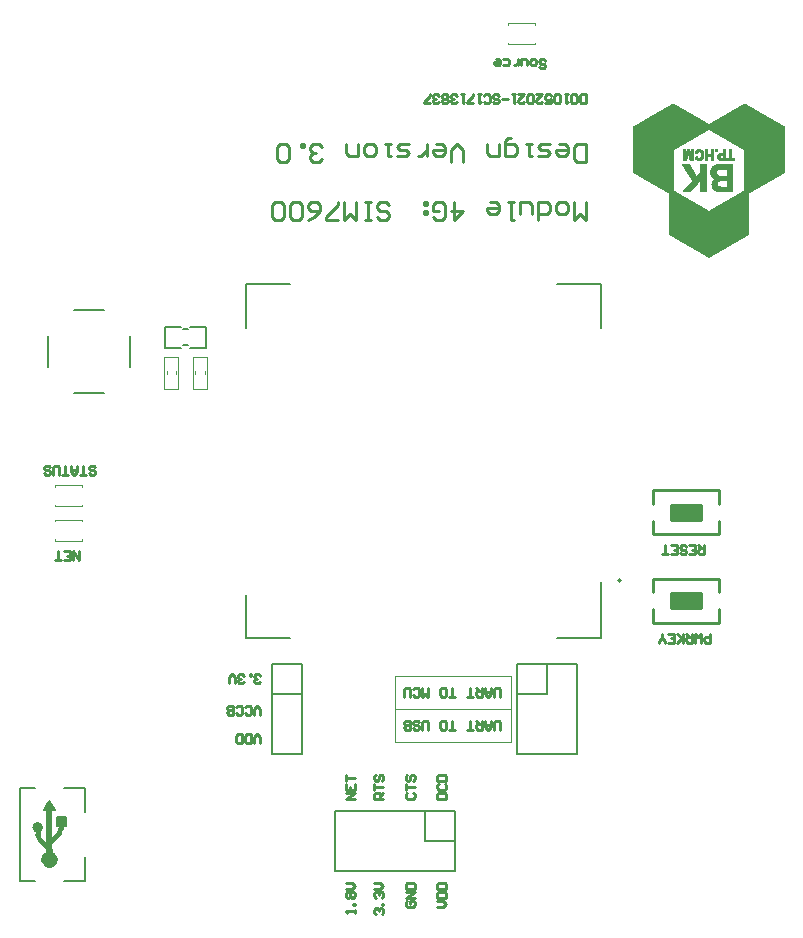
<source format=gto>
G04 Layer_Color=65535*
%FSTAX24Y24*%
%MOIN*%
G70*
G01*
G75*
%ADD49C,0.0079*%
%ADD50C,0.0350*%
%ADD51C,0.0200*%
%ADD52C,0.0150*%
%ADD53C,0.0039*%
%ADD54C,0.0003*%
%ADD55C,0.0040*%
%ADD56C,0.0070*%
%ADD57C,0.0050*%
%ADD58C,0.0100*%
%ADD59C,0.0060*%
%ADD60R,0.1000X0.0500*%
G36*
X011971Y019581D02*
X011676Y019581D01*
Y019876D01*
X011971D01*
Y019581D01*
D02*
G37*
G36*
X011627Y020132D02*
X011233D01*
X01143Y020408D01*
X011627Y020132D01*
D02*
G37*
D49*
X030475Y027774D02*
G03*
X030475Y027774I-000039J0D01*
G01*
X027Y022D02*
Y025D01*
Y022D02*
X029D01*
Y025D01*
X027D02*
X029D01*
X028Y024D02*
Y025D01*
X027Y024D02*
X028D01*
X016132Y03552D02*
X016661D01*
Y03623D01*
X016132D02*
X016661D01*
X015283D02*
X015827D01*
X015283Y03552D02*
X015827D01*
X015283D02*
Y03623D01*
X02395Y0191D02*
Y0201D01*
Y0191D02*
X02495D01*
Y0181D02*
Y0201D01*
X02095Y0181D02*
X02495D01*
X02095D02*
Y0201D01*
X02495D01*
X01885Y022D02*
Y025D01*
Y022D02*
X01985D01*
Y025D01*
X01885D02*
X01985D01*
X01885Y024D02*
X01985D01*
D50*
X01153Y018465D02*
G03*
X01153Y018465I-0001J0D01*
G01*
D51*
X011117Y019542D02*
G03*
X011117Y019542I-000079J0D01*
G01*
X01143Y018481D02*
Y020231D01*
D52*
X011038Y019299D02*
G03*
X011112Y019121I000252J0D01*
G01*
X01175Y019354D02*
G03*
X011824Y019532I-000178J000178D01*
G01*
X011038Y019299D02*
Y019531D01*
X011824Y019532D02*
Y019731D01*
X011112Y019121D02*
X011455Y018777D01*
X011455Y019059D02*
X01175Y019354D01*
D53*
X0268Y0224D02*
Y0235D01*
X02295Y0224D02*
X0268D01*
X02295D02*
Y0246D01*
X0268D01*
Y0235D02*
Y0246D01*
X02295Y0235D02*
X0268D01*
D54*
X032203Y043665D02*
X032215D01*
X034585D02*
X034594D01*
X032197Y043662D02*
X032218D01*
X034579D02*
X0346D01*
X032194Y043659D02*
X032224D01*
X034573D02*
X034606D01*
X032188Y043656D02*
X03223D01*
X03457D02*
X034612D01*
X032182Y043653D02*
X032236D01*
X034564D02*
X034615D01*
X032176Y04365D02*
X032239D01*
X034558D02*
X034621D01*
X032173Y043647D02*
X032245D01*
X034552D02*
X034627D01*
X032167Y043644D02*
X032251D01*
X034549D02*
X03463D01*
X032161Y043641D02*
X032254D01*
X034543D02*
X034636D01*
X032158Y043638D02*
X03226D01*
X034537D02*
X034642D01*
X032152Y043635D02*
X032266D01*
X034534D02*
X034648D01*
X032146Y043632D02*
X032272D01*
X034528D02*
X034651D01*
X03214Y043629D02*
X032275D01*
X034522D02*
X034657D01*
X032137Y043626D02*
X032281D01*
X034516D02*
X034663D01*
X032131Y043623D02*
X032287D01*
X034513D02*
X034669D01*
X032125Y04362D02*
X032293D01*
X034507D02*
X034672D01*
X032119Y043617D02*
X032296D01*
X034501D02*
X034678D01*
X032116Y043614D02*
X032302D01*
X034495D02*
X034684D01*
X03211Y043611D02*
X032308D01*
X034492D02*
X03469D01*
X032104Y043608D02*
X032314D01*
X034486D02*
X034693D01*
X032098Y043605D02*
X032317D01*
X03448D02*
X034699D01*
X032095Y043602D02*
X032323D01*
X034474D02*
X034705D01*
X032089Y043599D02*
X032329D01*
X034471D02*
X034708D01*
X032083Y043596D02*
X032332D01*
X034465D02*
X034714D01*
X03208Y043593D02*
X032338D01*
X034459D02*
X03472D01*
X032074Y04359D02*
X032344D01*
X034456D02*
X034726D01*
X032068Y043587D02*
X03235D01*
X03445D02*
X034729D01*
X032062Y043584D02*
X032353D01*
X034444D02*
X034735D01*
X032059Y043581D02*
X032359D01*
X034438D02*
X034741D01*
X032053Y043578D02*
X032365D01*
X034435D02*
X034747D01*
X032047Y043575D02*
X032371D01*
X034429D02*
X03475D01*
X032041Y043572D02*
X032374D01*
X034423D02*
X034756D01*
X032038Y043569D02*
X03238D01*
X034417D02*
X034762D01*
X032032Y043566D02*
X032386D01*
X034414D02*
X034765D01*
X032026Y043563D02*
X032392D01*
X034408D02*
X034771D01*
X03202Y04356D02*
X032395D01*
X034402D02*
X034777D01*
X032017Y043557D02*
X032401D01*
X034396D02*
X034783D01*
X032011Y043554D02*
X032407D01*
X034393D02*
X034786D01*
X032005Y043551D02*
X03241D01*
X034387D02*
X034792D01*
X032002Y043548D02*
X032416D01*
X034381D02*
X034798D01*
X031996Y043545D02*
X032422D01*
X034378D02*
X034804D01*
X03199Y043542D02*
X032428D01*
X034372D02*
X034807D01*
X031984Y043539D02*
X032431D01*
X034366D02*
X034813D01*
X031981Y043536D02*
X032437D01*
X03436D02*
X034819D01*
X031975Y043533D02*
X032443D01*
X034357D02*
X034825D01*
X031969Y04353D02*
X032449D01*
X034351D02*
X034828D01*
X031963Y043527D02*
X032452D01*
X034345D02*
X034834D01*
X03196Y043524D02*
X032458D01*
X034339D02*
X03484D01*
X031954Y043521D02*
X032464D01*
X034336D02*
X034843D01*
X031948Y043518D02*
X032467D01*
X03433D02*
X034849D01*
X031945Y043515D02*
X032473D01*
X034324D02*
X034855D01*
X031939Y043512D02*
X032479D01*
X034318D02*
X034861D01*
X031933Y043509D02*
X032485D01*
X034315D02*
X034864D01*
X031927Y043506D02*
X032488D01*
X034309D02*
X03487D01*
X031924Y043503D02*
X032494D01*
X034303D02*
X034876D01*
X031918Y0435D02*
X0325D01*
X0343D02*
X034882D01*
X031912Y043497D02*
X032506D01*
X034294D02*
X034885D01*
X031906Y043494D02*
X032509D01*
X034288D02*
X034891D01*
X031903Y043491D02*
X032515D01*
X034282D02*
X034897D01*
X031897Y043488D02*
X032521D01*
X034279D02*
X034903D01*
X031891Y043485D02*
X032527D01*
X034273D02*
X034906D01*
X031885Y043482D02*
X03253D01*
X034267D02*
X034912D01*
X031882Y043479D02*
X032536D01*
X034261D02*
X034918D01*
X031876Y043476D02*
X032542D01*
X034258D02*
X034921D01*
X03187Y043473D02*
X032545D01*
X034252D02*
X034927D01*
X031867Y04347D02*
X032551D01*
X034246D02*
X034933D01*
X031861Y043467D02*
X032557D01*
X034243D02*
X034939D01*
X031855Y043464D02*
X032563D01*
X034237D02*
X034942D01*
X031849Y043461D02*
X032566D01*
X034231D02*
X034948D01*
X031846Y043458D02*
X032572D01*
X034225D02*
X034954D01*
X03184Y043455D02*
X032578D01*
X034222D02*
X03496D01*
X031834Y043452D02*
X032584D01*
X034216D02*
X034963D01*
X031828Y043449D02*
X032587D01*
X03421D02*
X034969D01*
X031825Y043446D02*
X032593D01*
X034204D02*
X034975D01*
X031819Y043443D02*
X032599D01*
X034201D02*
X034981D01*
X031813Y04344D02*
X032605D01*
X034195D02*
X034984D01*
X031807Y043437D02*
X032608D01*
X034189D02*
X03499D01*
X031804Y043434D02*
X032614D01*
X034183D02*
X034996D01*
X031798Y043431D02*
X03262D01*
X03418D02*
X034999D01*
X031792Y043428D02*
X032623D01*
X034174D02*
X035005D01*
X031789Y043425D02*
X032629D01*
X034168D02*
X035011D01*
X031783Y043422D02*
X032635D01*
X034165D02*
X035017D01*
X031777Y043419D02*
X032641D01*
X034159D02*
X03502D01*
X031771Y043416D02*
X032644D01*
X034153D02*
X035026D01*
X031768Y043413D02*
X03265D01*
X034147D02*
X035032D01*
X031762Y04341D02*
X032656D01*
X034144D02*
X035038D01*
X031756Y043407D02*
X032662D01*
X034138D02*
X035041D01*
X03175Y043404D02*
X032665D01*
X034132D02*
X035047D01*
X031747Y043401D02*
X032671D01*
X034126D02*
X035053D01*
X031741Y043398D02*
X032677D01*
X034123D02*
X035056D01*
X031735Y043395D02*
X032683D01*
X034117D02*
X035062D01*
X031729Y043392D02*
X032686D01*
X034111D02*
X035068D01*
X031726Y043389D02*
X032692D01*
X034105D02*
X035074D01*
X03172Y043386D02*
X032698D01*
X034102D02*
X035077D01*
X031714Y043383D02*
X032701D01*
X034096D02*
X035083D01*
X031711Y04338D02*
X032707D01*
X03409D02*
X035089D01*
X031705Y043377D02*
X032713D01*
X034087D02*
X035095D01*
X031699Y043374D02*
X032719D01*
X034081D02*
X035098D01*
X031693Y043371D02*
X032722D01*
X034075D02*
X035104D01*
X03169Y043368D02*
X032728D01*
X034069D02*
X03511D01*
X031684Y043365D02*
X032734D01*
X034066D02*
X035116D01*
X031678Y043362D02*
X03274D01*
X03406D02*
X035119D01*
X031672Y043359D02*
X032743D01*
X034054D02*
X035125D01*
X031669Y043356D02*
X032749D01*
X034048D02*
X035131D01*
X031663Y043353D02*
X032755D01*
X034045D02*
X035134D01*
X031657Y04335D02*
X032758D01*
X034039D02*
X03514D01*
X031654Y043347D02*
X032764D01*
X034033D02*
X035146D01*
X031648Y043344D02*
X03277D01*
X034027D02*
X035152D01*
X031642Y043341D02*
X032776D01*
X034024D02*
X035155D01*
X031636Y043338D02*
X032779D01*
X034018D02*
X035161D01*
X031633Y043335D02*
X032785D01*
X034012D02*
X035167D01*
X031627Y043332D02*
X032791D01*
X034009D02*
X035173D01*
X031621Y043329D02*
X032797D01*
X034003D02*
X035176D01*
X031615Y043326D02*
X0328D01*
X033997D02*
X035182D01*
X031612Y043323D02*
X032806D01*
X033991D02*
X035188D01*
X031606Y04332D02*
X032812D01*
X033988D02*
X035194D01*
X0316Y043317D02*
X032818D01*
X033982D02*
X035197D01*
X031594Y043314D02*
X032821D01*
X033976D02*
X035203D01*
X031591Y043311D02*
X032827D01*
X03397D02*
X035209D01*
X031585Y043308D02*
X032833D01*
X033967D02*
X035212D01*
X031579Y043305D02*
X032836D01*
X033961D02*
X035218D01*
X031576Y043302D02*
X032842D01*
X033955D02*
X035224D01*
X03157Y043299D02*
X032848D01*
X033952D02*
X03523D01*
X031564Y043296D02*
X032854D01*
X033946D02*
X035233D01*
X031558Y043293D02*
X032857D01*
X03394D02*
X035239D01*
X031555Y04329D02*
X032863D01*
X033934D02*
X035245D01*
X031549Y043287D02*
X032869D01*
X033931D02*
X035251D01*
X031543Y043284D02*
X032875D01*
X033925D02*
X035254D01*
X031537Y043281D02*
X032878D01*
X033919D02*
X03526D01*
X031534Y043278D02*
X032884D01*
X033913D02*
X035266D01*
X031528Y043275D02*
X03289D01*
X03391D02*
X035269D01*
X031522Y043272D02*
X032896D01*
X033904D02*
X035275D01*
X031516Y043269D02*
X032899D01*
X033898D02*
X035281D01*
X031513Y043266D02*
X032905D01*
X033892D02*
X035287D01*
X031507Y043263D02*
X032911D01*
X033889D02*
X03529D01*
X031501Y04326D02*
X032914D01*
X033883D02*
X035296D01*
X031498Y043257D02*
X03292D01*
X033877D02*
X035302D01*
X031492Y043254D02*
X032926D01*
X033874D02*
X035308D01*
X031486Y043251D02*
X032932D01*
X033868D02*
X035311D01*
X03148Y043248D02*
X032935D01*
X033862D02*
X035317D01*
X031477Y043245D02*
X032941D01*
X033856D02*
X035323D01*
X031471Y043242D02*
X032947D01*
X033853D02*
X035329D01*
X031465Y043239D02*
X032953D01*
X033847D02*
X035332D01*
X031459Y043236D02*
X032956D01*
X033841D02*
X035338D01*
X031456Y043233D02*
X032962D01*
X033835D02*
X035344D01*
X03145Y04323D02*
X032968D01*
X033832D02*
X035347D01*
X031444Y043227D02*
X032971D01*
X033826D02*
X035353D01*
X031438Y043224D02*
X032977D01*
X03382D02*
X035359D01*
X031435Y043221D02*
X032983D01*
X033814D02*
X035365D01*
X031429Y043218D02*
X032989D01*
X033811D02*
X035368D01*
X031423Y043215D02*
X032992D01*
X033805D02*
X035374D01*
X03142Y043212D02*
X032998D01*
X033799D02*
X03538D01*
X031414Y043209D02*
X033004D01*
X033796D02*
X035386D01*
X031408Y043206D02*
X03301D01*
X03379D02*
X035389D01*
X031402Y043203D02*
X033013D01*
X033784D02*
X035395D01*
X031399Y0432D02*
X033019D01*
X033778D02*
X035401D01*
X031393Y043197D02*
X033025D01*
X033775D02*
X035407D01*
X031387Y043194D02*
X033031D01*
X033769D02*
X03541D01*
X031381Y043191D02*
X033034D01*
X033763D02*
X035416D01*
X031378Y043188D02*
X03304D01*
X033757D02*
X035422D01*
X031372Y043185D02*
X033046D01*
X033754D02*
X035425D01*
X031366Y043182D02*
X033049D01*
X033748D02*
X035431D01*
X031363Y043179D02*
X033055D01*
X033742D02*
X035437D01*
X031357Y043176D02*
X033061D01*
X033736D02*
X035443D01*
X031351Y043173D02*
X033067D01*
X033733D02*
X035446D01*
X031345Y04317D02*
X03307D01*
X033727D02*
X035452D01*
X031342Y043167D02*
X033076D01*
X033721D02*
X035458D01*
X031336Y043164D02*
X033082D01*
X033718D02*
X035464D01*
X03133Y043161D02*
X033088D01*
X033712D02*
X035467D01*
X031324Y043158D02*
X033091D01*
X033706D02*
X035473D01*
X031321Y043155D02*
X033097D01*
X0337D02*
X035479D01*
X031315Y043152D02*
X033103D01*
X033697D02*
X035485D01*
X031309Y043149D02*
X033109D01*
X033691D02*
X035488D01*
X031303Y043146D02*
X033112D01*
X033685D02*
X035494D01*
X0313Y043143D02*
X033118D01*
X033679D02*
X0355D01*
X031294Y04314D02*
X033124D01*
X033676D02*
X035503D01*
X031288Y043137D02*
X033127D01*
X03367D02*
X035509D01*
X031285Y043134D02*
X033133D01*
X033664D02*
X035515D01*
X031279Y043131D02*
X033139D01*
X033661D02*
X035521D01*
X031273Y043128D02*
X033145D01*
X033655D02*
X035524D01*
X031267Y043125D02*
X033148D01*
X033649D02*
X03553D01*
X031264Y043122D02*
X033154D01*
X033643D02*
X035536D01*
X031258Y043119D02*
X03316D01*
X03364D02*
X035542D01*
X031252Y043116D02*
X033166D01*
X033634D02*
X035545D01*
X031246Y043113D02*
X033169D01*
X033628D02*
X035551D01*
X031243Y04311D02*
X033175D01*
X033622D02*
X035557D01*
X031237Y043107D02*
X033181D01*
X033619D02*
X03556D01*
X031231Y043104D02*
X033187D01*
X033613D02*
X035566D01*
X031225Y043101D02*
X03319D01*
X033607D02*
X035572D01*
X031222Y043098D02*
X033196D01*
X033601D02*
X035578D01*
X031216Y043095D02*
X033202D01*
X033598D02*
X035581D01*
X03121Y043092D02*
X033205D01*
X033592D02*
X035587D01*
X031207Y043089D02*
X033211D01*
X033586D02*
X035593D01*
X031201Y043086D02*
X033217D01*
X033583D02*
X035599D01*
X031195Y043083D02*
X033223D01*
X033577D02*
X035602D01*
X031189Y04308D02*
X033226D01*
X033571D02*
X035608D01*
X031186Y043077D02*
X033232D01*
X033565D02*
X035614D01*
X03118Y043074D02*
X033238D01*
X033562D02*
X03562D01*
X031174Y043071D02*
X033244D01*
X033556D02*
X035623D01*
X031168Y043068D02*
X033247D01*
X03355D02*
X035629D01*
X031165Y043065D02*
X033253D01*
X033544D02*
X035635D01*
X031159Y043062D02*
X033259D01*
X033541D02*
X035638D01*
X031153Y043059D02*
X033262D01*
X033535D02*
X035644D01*
X031147Y043056D02*
X033268D01*
X033529D02*
X03565D01*
X031144Y043053D02*
X033274D01*
X033523D02*
X035656D01*
X031138Y04305D02*
X03328D01*
X03352D02*
X035659D01*
X031132Y043047D02*
X033283D01*
X033514D02*
X035665D01*
X031129Y043044D02*
X033289D01*
X033508D02*
X035671D01*
X031123Y043041D02*
X033295D01*
X033505D02*
X035677D01*
X031117Y043038D02*
X033301D01*
X033499D02*
X03568D01*
X031111Y043035D02*
X033304D01*
X033493D02*
X035686D01*
X031108Y043032D02*
X03331D01*
X033487D02*
X035692D01*
X031102Y043029D02*
X033316D01*
X033484D02*
X035698D01*
X031096Y043026D02*
X033322D01*
X033478D02*
X035701D01*
X03109Y043023D02*
X033325D01*
X033472D02*
X035707D01*
X031087Y04302D02*
X033331D01*
X033466D02*
X035713D01*
X031081Y043017D02*
X033337D01*
X033463D02*
X035716D01*
X031075Y043014D02*
X03334D01*
X033457D02*
X035722D01*
X031072Y043011D02*
X033346D01*
X033451D02*
X035728D01*
X031066Y043008D02*
X033352D01*
X033448D02*
X035734D01*
X03106Y043005D02*
X033358D01*
X033442D02*
X035737D01*
X031054Y043002D02*
X033361D01*
X033436D02*
X035743D01*
X031051Y042999D02*
X033367D01*
X03343D02*
X035749D01*
X031045Y042996D02*
X033373D01*
X033427D02*
X035755D01*
X031039Y042993D02*
X033379D01*
X033421D02*
X035758D01*
X031033Y04299D02*
X033382D01*
X033415D02*
X035764D01*
X03103Y042987D02*
X033388D01*
X033409D02*
X03577D01*
X031024Y042984D02*
X033394D01*
X033406D02*
X035776D01*
X031018Y042981D02*
X035779D01*
X031012Y042978D02*
X035785D01*
X031009Y042975D02*
X035791D01*
X031003Y042972D02*
X035794D01*
X030997Y042969D02*
X0358D01*
X030994Y042966D02*
X035806D01*
X030988Y042963D02*
X035812D01*
X030982Y04296D02*
X035815D01*
X030976Y042957D02*
X035821D01*
X030973Y042954D02*
X035827D01*
X030967Y042951D02*
X035833D01*
X030961Y042948D02*
X035836D01*
X030955Y042945D02*
X035842D01*
X030952Y042942D02*
X035848D01*
X030946Y042939D02*
X035851D01*
X03094Y042936D02*
X035857D01*
X030934Y042933D02*
X035863D01*
X030931Y04293D02*
X035869D01*
X030925Y042927D02*
X035872D01*
X030919Y042924D02*
X035878D01*
X030916Y042921D02*
X035884D01*
X03091Y042918D02*
X03589D01*
X030904Y042915D02*
X035893D01*
X030898Y042912D02*
X035899D01*
X030895Y042909D02*
X035905D01*
X030892Y042906D02*
X035908D01*
X030892Y042903D02*
X035908D01*
X030892Y0429D02*
X035908D01*
X030892Y042897D02*
X035908D01*
X030892Y042894D02*
X035908D01*
X030892Y042891D02*
X035908D01*
X030892Y042888D02*
X035908D01*
X030892Y042885D02*
X035908D01*
X030892Y042882D02*
X035908D01*
X030892Y042879D02*
X035908D01*
X030892Y042876D02*
X035908D01*
X030892Y042873D02*
X035908D01*
X030892Y04287D02*
X035908D01*
X030892Y042867D02*
X035908D01*
X030892Y042864D02*
X035908D01*
X030892Y042861D02*
X035908D01*
X030892Y042858D02*
X035908D01*
X030892Y042855D02*
X035908D01*
X030892Y042852D02*
X035908D01*
X030892Y042849D02*
X035908D01*
X030892Y042846D02*
X035908D01*
X030892Y042843D02*
X035908D01*
X030892Y04284D02*
X035908D01*
X030892Y042837D02*
X035908D01*
X030892Y042834D02*
X035908D01*
X030892Y042831D02*
X033397D01*
X0334D02*
X035908D01*
X030892Y042828D02*
X033394D01*
X033406D02*
X035908D01*
X030892Y042825D02*
X033388D01*
X033412D02*
X035908D01*
X030892Y042822D02*
X033382D01*
X033415D02*
X035908D01*
X030892Y042819D02*
X033376D01*
X033421D02*
X035908D01*
X030892Y042816D02*
X033373D01*
X033427D02*
X035908D01*
X030892Y042813D02*
X033367D01*
X03343D02*
X035908D01*
X030892Y04281D02*
X033361D01*
X033436D02*
X035908D01*
X030892Y042807D02*
X033358D01*
X033442D02*
X035908D01*
X030892Y042804D02*
X033352D01*
X033448D02*
X035908D01*
X030892Y042801D02*
X033346D01*
X033451D02*
X035908D01*
X030892Y042798D02*
X03334D01*
X033457D02*
X035908D01*
X030892Y042795D02*
X033337D01*
X033463D02*
X035908D01*
X030892Y042792D02*
X033331D01*
X033469D02*
X035908D01*
X030892Y042789D02*
X033325D01*
X033472D02*
X035908D01*
X030892Y042786D02*
X033319D01*
X033478D02*
X035908D01*
X030892Y042783D02*
X033316D01*
X033484D02*
X035908D01*
X030892Y04278D02*
X03331D01*
X03349D02*
X035908D01*
X030892Y042777D02*
X033304D01*
X033493D02*
X035908D01*
X030892Y042774D02*
X033298D01*
X033499D02*
X035908D01*
X030892Y042771D02*
X033295D01*
X033505D02*
X035908D01*
X030892Y042768D02*
X033289D01*
X033508D02*
X035908D01*
X030892Y042765D02*
X033283D01*
X033514D02*
X035908D01*
X030892Y042762D02*
X03328D01*
X03352D02*
X035908D01*
X030892Y042759D02*
X033274D01*
X033526D02*
X035908D01*
X030892Y042756D02*
X033268D01*
X033529D02*
X035908D01*
X030892Y042753D02*
X033262D01*
X033535D02*
X035908D01*
X030892Y04275D02*
X033259D01*
X033541D02*
X035908D01*
X030892Y042747D02*
X033253D01*
X033547D02*
X035908D01*
X030892Y042744D02*
X033247D01*
X03355D02*
X035908D01*
X030892Y042741D02*
X033241D01*
X033556D02*
X035908D01*
X030892Y042738D02*
X033238D01*
X033562D02*
X035908D01*
X030892Y042735D02*
X033232D01*
X033565D02*
X035908D01*
X030892Y042732D02*
X033226D01*
X033571D02*
X035908D01*
X030892Y042729D02*
X03322D01*
X033577D02*
X035908D01*
X030892Y042726D02*
X033217D01*
X033583D02*
X035908D01*
X030892Y042723D02*
X033211D01*
X033586D02*
X035908D01*
X030892Y04272D02*
X033205D01*
X033592D02*
X035908D01*
X030892Y042717D02*
X033202D01*
X033598D02*
X035908D01*
X030892Y042714D02*
X033196D01*
X033604D02*
X035908D01*
X030892Y042711D02*
X03319D01*
X033607D02*
X035908D01*
X030892Y042708D02*
X033184D01*
X033613D02*
X035908D01*
X030892Y042705D02*
X033181D01*
X033619D02*
X035908D01*
X030892Y042702D02*
X033175D01*
X033625D02*
X035908D01*
X030892Y042699D02*
X033169D01*
X033628D02*
X035908D01*
X030892Y042696D02*
X033163D01*
X033634D02*
X035908D01*
X030892Y042693D02*
X03316D01*
X03364D02*
X035908D01*
X030892Y04269D02*
X033154D01*
X033643D02*
X035908D01*
X030892Y042687D02*
X033148D01*
X033649D02*
X035908D01*
X030892Y042684D02*
X033145D01*
X033655D02*
X035908D01*
X030892Y042681D02*
X033139D01*
X033661D02*
X035908D01*
X030892Y042678D02*
X033133D01*
X033664D02*
X035908D01*
X030892Y042675D02*
X033127D01*
X03367D02*
X035908D01*
X030892Y042672D02*
X033124D01*
X033676D02*
X035908D01*
X030892Y042669D02*
X033118D01*
X033682D02*
X035908D01*
X030892Y042666D02*
X033112D01*
X033685D02*
X035908D01*
X030892Y042663D02*
X033106D01*
X033691D02*
X035908D01*
X030892Y04266D02*
X033103D01*
X033697D02*
X035908D01*
X030892Y042657D02*
X033097D01*
X033703D02*
X035908D01*
X030892Y042654D02*
X033091D01*
X033706D02*
X035908D01*
X030892Y042651D02*
X033085D01*
X033712D02*
X035908D01*
X030892Y042648D02*
X033082D01*
X033718D02*
X035908D01*
X030892Y042645D02*
X033076D01*
X033721D02*
X035908D01*
X030892Y042642D02*
X03307D01*
X033727D02*
X035908D01*
X030892Y042639D02*
X033067D01*
X033733D02*
X035908D01*
X030892Y042636D02*
X033061D01*
X033739D02*
X035908D01*
X030892Y042633D02*
X033055D01*
X033742D02*
X035908D01*
X030892Y04263D02*
X033049D01*
X033748D02*
X035908D01*
X030892Y042627D02*
X033046D01*
X033754D02*
X035908D01*
X030892Y042624D02*
X03304D01*
X03376D02*
X035908D01*
X030892Y042621D02*
X033034D01*
X033763D02*
X035908D01*
X030892Y042618D02*
X033028D01*
X033769D02*
X035908D01*
X030892Y042615D02*
X033025D01*
X033775D02*
X035908D01*
X030892Y042612D02*
X033019D01*
X033781D02*
X035908D01*
X030892Y042609D02*
X033013D01*
X033784D02*
X035908D01*
X030892Y042606D02*
X033007D01*
X03379D02*
X035908D01*
X030892Y042603D02*
X033004D01*
X033796D02*
X035908D01*
X030892Y0426D02*
X032998D01*
X033799D02*
X035908D01*
X030892Y042597D02*
X032992D01*
X033805D02*
X035908D01*
X030892Y042594D02*
X032989D01*
X033811D02*
X035908D01*
X030892Y042591D02*
X032983D01*
X033817D02*
X035908D01*
X030892Y042588D02*
X032977D01*
X03382D02*
X035908D01*
X030892Y042585D02*
X032971D01*
X033826D02*
X035908D01*
X030892Y042582D02*
X032968D01*
X033832D02*
X035908D01*
X030892Y042579D02*
X032962D01*
X033838D02*
X035908D01*
X030892Y042576D02*
X032956D01*
X033841D02*
X035908D01*
X030892Y042573D02*
X03295D01*
X033847D02*
X035908D01*
X030892Y04257D02*
X032947D01*
X033853D02*
X035908D01*
X030892Y042567D02*
X032941D01*
X033856D02*
X035908D01*
X030892Y042564D02*
X032935D01*
X033862D02*
X035908D01*
X030892Y042561D02*
X032929D01*
X033868D02*
X035908D01*
X030892Y042558D02*
X032926D01*
X033874D02*
X035908D01*
X030892Y042555D02*
X03292D01*
X033877D02*
X035908D01*
X030892Y042552D02*
X032914D01*
X033883D02*
X035908D01*
X030892Y042549D02*
X032911D01*
X033889D02*
X035908D01*
X030892Y042546D02*
X032905D01*
X033895D02*
X035908D01*
X030892Y042543D02*
X032899D01*
X033898D02*
X035908D01*
X030892Y04254D02*
X032893D01*
X033904D02*
X035908D01*
X030892Y042537D02*
X03289D01*
X03391D02*
X035908D01*
X030892Y042534D02*
X032884D01*
X033916D02*
X035908D01*
X030892Y042531D02*
X032878D01*
X033919D02*
X035908D01*
X030892Y042528D02*
X032872D01*
X033925D02*
X035908D01*
X030892Y042525D02*
X032869D01*
X033931D02*
X035908D01*
X030892Y042522D02*
X032863D01*
X033934D02*
X035908D01*
X030892Y042519D02*
X032857D01*
X03394D02*
X035908D01*
X030892Y042516D02*
X032854D01*
X033946D02*
X035908D01*
X030892Y042513D02*
X032848D01*
X033952D02*
X035908D01*
X030892Y04251D02*
X032842D01*
X033955D02*
X035908D01*
X030892Y042507D02*
X032836D01*
X033961D02*
X035908D01*
X030892Y042504D02*
X032833D01*
X033967D02*
X035908D01*
X030892Y042501D02*
X032827D01*
X033973D02*
X035908D01*
X030892Y042498D02*
X032821D01*
X033976D02*
X035908D01*
X030892Y042495D02*
X032815D01*
X033982D02*
X035908D01*
X030892Y042492D02*
X032812D01*
X033988D02*
X035908D01*
X030892Y042489D02*
X032806D01*
X033994D02*
X035908D01*
X030892Y042486D02*
X0328D01*
X033997D02*
X035908D01*
X030892Y042483D02*
X032794D01*
X034003D02*
X035908D01*
X030892Y04248D02*
X032791D01*
X034009D02*
X035908D01*
X030892Y042477D02*
X032785D01*
X034012D02*
X035908D01*
X030892Y042474D02*
X032779D01*
X034018D02*
X035908D01*
X030892Y042471D02*
X032776D01*
X034024D02*
X035908D01*
X030892Y042468D02*
X03277D01*
X03403D02*
X035908D01*
X030892Y042465D02*
X032764D01*
X034033D02*
X035908D01*
X030892Y042462D02*
X032758D01*
X034039D02*
X035908D01*
X030892Y042459D02*
X032755D01*
X034045D02*
X035908D01*
X030892Y042456D02*
X032749D01*
X034051D02*
X035908D01*
X030892Y042453D02*
X032743D01*
X034054D02*
X035908D01*
X030892Y04245D02*
X032737D01*
X03406D02*
X035908D01*
X030892Y042447D02*
X032734D01*
X034066D02*
X035908D01*
X030892Y042444D02*
X032728D01*
X034069D02*
X035908D01*
X030892Y042441D02*
X032722D01*
X034075D02*
X035908D01*
X030892Y042438D02*
X032716D01*
X034081D02*
X035908D01*
X030892Y042435D02*
X032713D01*
X034087D02*
X035908D01*
X030892Y042432D02*
X032707D01*
X03409D02*
X035908D01*
X030892Y042429D02*
X032701D01*
X034096D02*
X035908D01*
X030892Y042426D02*
X032698D01*
X034102D02*
X035908D01*
X030892Y042423D02*
X032692D01*
X034108D02*
X035908D01*
X030892Y04242D02*
X032686D01*
X034111D02*
X035908D01*
X030892Y042417D02*
X03268D01*
X034117D02*
X035908D01*
X030892Y042414D02*
X032677D01*
X034123D02*
X035908D01*
X030892Y042411D02*
X032671D01*
X034129D02*
X035908D01*
X030892Y042408D02*
X032665D01*
X034132D02*
X035908D01*
X030892Y042405D02*
X032659D01*
X034138D02*
X035908D01*
X030892Y042402D02*
X032656D01*
X034144D02*
X035908D01*
X030892Y042399D02*
X03265D01*
X034147D02*
X035908D01*
X030892Y042396D02*
X032644D01*
X034153D02*
X035908D01*
X030892Y042393D02*
X032638D01*
X034159D02*
X035908D01*
X030892Y04239D02*
X032635D01*
X034165D02*
X035908D01*
X030892Y042387D02*
X032629D01*
X034168D02*
X035908D01*
X030892Y042384D02*
X032623D01*
X034174D02*
X035908D01*
X030892Y042381D02*
X03262D01*
X03418D02*
X035908D01*
X030892Y042378D02*
X032614D01*
X034186D02*
X035908D01*
X030892Y042375D02*
X032608D01*
X034189D02*
X035908D01*
X030892Y042372D02*
X032602D01*
X034195D02*
X035908D01*
X030892Y042369D02*
X032599D01*
X034201D02*
X035908D01*
X030892Y042366D02*
X032593D01*
X034207D02*
X035908D01*
X030892Y042363D02*
X032587D01*
X03421D02*
X035908D01*
X030892Y04236D02*
X032581D01*
X034216D02*
X035908D01*
X030892Y042357D02*
X032578D01*
X034222D02*
X035908D01*
X030892Y042354D02*
X032572D01*
X034225D02*
X035908D01*
X030892Y042351D02*
X032566D01*
X034231D02*
X035908D01*
X030892Y042348D02*
X032563D01*
X034237D02*
X035908D01*
X030892Y042345D02*
X032557D01*
X034243D02*
X035908D01*
X030892Y042342D02*
X032551D01*
X034246D02*
X035908D01*
X030892Y042339D02*
X032545D01*
X034252D02*
X035908D01*
X030892Y042336D02*
X032542D01*
X034258D02*
X035908D01*
X030892Y042333D02*
X032536D01*
X034264D02*
X035908D01*
X030892Y04233D02*
X03253D01*
X034267D02*
X035908D01*
X030892Y042327D02*
X032524D01*
X034273D02*
X035908D01*
X030892Y042324D02*
X032521D01*
X034279D02*
X035908D01*
X030892Y042321D02*
X032515D01*
X034285D02*
X035908D01*
X030892Y042318D02*
X032509D01*
X034288D02*
X035908D01*
X030892Y042315D02*
X032503D01*
X034294D02*
X035908D01*
X030892Y042312D02*
X0325D01*
X0343D02*
X035908D01*
X030892Y042309D02*
X032494D01*
X034303D02*
X035908D01*
X030892Y042306D02*
X032488D01*
X034309D02*
X035908D01*
X030892Y042303D02*
X032485D01*
X034315D02*
X035908D01*
X030892Y0423D02*
X032479D01*
X034321D02*
X035908D01*
X030892Y042297D02*
X032473D01*
X034324D02*
X035908D01*
X030892Y042294D02*
X032467D01*
X03433D02*
X035908D01*
X030892Y042291D02*
X032464D01*
X034336D02*
X035908D01*
X030892Y042288D02*
X032458D01*
X034342D02*
X035908D01*
X030892Y042285D02*
X032452D01*
X034345D02*
X035908D01*
X030892Y042282D02*
X032446D01*
X034351D02*
X035908D01*
X030892Y042279D02*
X032443D01*
X034357D02*
X035908D01*
X030892Y042276D02*
X032437D01*
X03436D02*
X035908D01*
X030892Y042273D02*
X032431D01*
X034366D02*
X035908D01*
X030892Y04227D02*
X032425D01*
X034372D02*
X035908D01*
X030892Y042267D02*
X032422D01*
X034378D02*
X035908D01*
X030892Y042264D02*
X032416D01*
X034381D02*
X035908D01*
X030892Y042261D02*
X03241D01*
X034387D02*
X035908D01*
X030892Y042258D02*
X032407D01*
X034393D02*
X035908D01*
X030892Y042255D02*
X032401D01*
X034399D02*
X035908D01*
X030892Y042252D02*
X032395D01*
X034402D02*
X035908D01*
X030892Y042249D02*
X032389D01*
X034408D02*
X035908D01*
X030892Y042246D02*
X032386D01*
X034414D02*
X035908D01*
X030892Y042243D02*
X03238D01*
X03442D02*
X035908D01*
X030892Y04224D02*
X032374D01*
X034423D02*
X035908D01*
X030892Y042237D02*
X032368D01*
X034429D02*
X035908D01*
X030892Y042234D02*
X032365D01*
X034435D02*
X035908D01*
X030892Y042231D02*
X032359D01*
X034438D02*
X035908D01*
X030892Y042228D02*
X032353D01*
X034444D02*
X035908D01*
X030892Y042225D02*
X03235D01*
X03445D02*
X035908D01*
X030892Y042222D02*
X032344D01*
X034456D02*
X035908D01*
X030892Y042219D02*
X032338D01*
X034459D02*
X035908D01*
X030892Y042216D02*
X032332D01*
X034465D02*
X035908D01*
X030892Y042213D02*
X032329D01*
X034471D02*
X035908D01*
X030892Y04221D02*
X032323D01*
X034477D02*
X035908D01*
X030892Y042207D02*
X032317D01*
X03448D02*
X035908D01*
X030892Y042204D02*
X032311D01*
X034486D02*
X035908D01*
X030892Y042201D02*
X032308D01*
X034492D02*
X035908D01*
X030892Y042198D02*
X032302D01*
X034498D02*
X035908D01*
X030892Y042195D02*
X032296D01*
X034501D02*
X035908D01*
X030892Y042192D02*
X03229D01*
X034507D02*
X035908D01*
X030892Y042189D02*
X032287D01*
X034513D02*
X035908D01*
X030892Y042186D02*
X032281D01*
X034516D02*
X035908D01*
X030892Y042183D02*
X032275D01*
X034522D02*
X035908D01*
X030892Y04218D02*
X032272D01*
X034528D02*
X035908D01*
X030892Y042177D02*
X032266D01*
X034534D02*
X035908D01*
X030892Y042174D02*
X03226D01*
X034537D02*
X035908D01*
X030892Y042171D02*
X032254D01*
X034543D02*
X035908D01*
X030892Y042168D02*
X032251D01*
X034549D02*
X035908D01*
X030892Y042165D02*
X032245D01*
X034555D02*
X035908D01*
X030892Y042162D02*
X032239D01*
X034558D02*
X035908D01*
X030892Y042159D02*
X032233D01*
X034564D02*
X035908D01*
X030892Y042156D02*
X03223D01*
X03457D02*
X035908D01*
X030892Y042153D02*
X032224D01*
X034576D02*
X035908D01*
X030892Y04215D02*
X032218D01*
X034579D02*
X035908D01*
X030892Y042147D02*
X032212D01*
X033064D02*
X033088D01*
X034585D02*
X035908D01*
X030892Y042144D02*
X032209D01*
X03304D02*
X033112D01*
X034588D02*
X035908D01*
X030892Y042141D02*
X032209D01*
X032551D02*
X032617D01*
X03268D02*
X032749D01*
X032815D02*
X032881D01*
X033028D02*
X033124D01*
X033286D02*
X033358D01*
X03349D02*
X033559D01*
X033625D02*
X033691D01*
X033874D02*
X033946D01*
X034087D02*
X034156D01*
X034588D02*
X035908D01*
X030892Y042138D02*
X032209D01*
X032551D02*
X032617D01*
X03268D02*
X032752D01*
X032815D02*
X032881D01*
X033019D02*
X033133D01*
X033286D02*
X033358D01*
X03349D02*
X033559D01*
X033625D02*
X033691D01*
X033874D02*
X033946D01*
X034087D02*
X034156D01*
X034588D02*
X035908D01*
X030892Y042135D02*
X032209D01*
X032551D02*
X032617D01*
X03268D02*
X032752D01*
X032815D02*
X032881D01*
X03301D02*
X033142D01*
X033286D02*
X033358D01*
X03349D02*
X033559D01*
X033625D02*
X033691D01*
X033874D02*
X033946D01*
X034087D02*
X034156D01*
X034588D02*
X035908D01*
X030892Y042132D02*
X032209D01*
X032551D02*
X032617D01*
X03268D02*
X032752D01*
X032815D02*
X032881D01*
X033004D02*
X033148D01*
X033286D02*
X033358D01*
X03349D02*
X033559D01*
X033625D02*
X033691D01*
X033874D02*
X033946D01*
X034087D02*
X034156D01*
X034588D02*
X035908D01*
X030892Y042129D02*
X032209D01*
X032551D02*
X032617D01*
X032677D02*
X032752D01*
X032815D02*
X032881D01*
X032998D02*
X033154D01*
X033286D02*
X033358D01*
X03349D02*
X033559D01*
X033625D02*
X033691D01*
X033874D02*
X033946D01*
X034087D02*
X034156D01*
X034588D02*
X035908D01*
X030892Y042126D02*
X032209D01*
X032551D02*
X032617D01*
X032677D02*
X032755D01*
X032815D02*
X032881D01*
X032992D02*
X033157D01*
X033286D02*
X033358D01*
X03349D02*
X033559D01*
X033625D02*
X033691D01*
X033874D02*
X033946D01*
X034087D02*
X034156D01*
X034588D02*
X035908D01*
X030892Y042123D02*
X032209D01*
X032551D02*
X032617D01*
X032677D02*
X032755D01*
X032815D02*
X032881D01*
X032989D02*
X033163D01*
X033286D02*
X033358D01*
X03349D02*
X033559D01*
X033625D02*
X033691D01*
X033874D02*
X033946D01*
X034087D02*
X034156D01*
X034588D02*
X035908D01*
X030892Y04212D02*
X032209D01*
X032551D02*
X032617D01*
X032677D02*
X032755D01*
X032815D02*
X032881D01*
X032986D02*
X033166D01*
X033286D02*
X033358D01*
X03349D02*
X033559D01*
X033625D02*
X033691D01*
X033874D02*
X033946D01*
X034087D02*
X034156D01*
X034588D02*
X035908D01*
X030892Y042117D02*
X032209D01*
X032551D02*
X032617D01*
X032674D02*
X032755D01*
X032815D02*
X032881D01*
X03298D02*
X033172D01*
X033286D02*
X033358D01*
X03349D02*
X033559D01*
X033625D02*
X033691D01*
X033874D02*
X033946D01*
X034087D02*
X034156D01*
X034588D02*
X035908D01*
X030892Y042114D02*
X032209D01*
X032551D02*
X032617D01*
X032674D02*
X032758D01*
X032815D02*
X032881D01*
X032977D02*
X033175D01*
X033286D02*
X033358D01*
X03349D02*
X033559D01*
X033625D02*
X033691D01*
X033874D02*
X033946D01*
X034087D02*
X034156D01*
X034588D02*
X035908D01*
X030892Y042111D02*
X032209D01*
X032551D02*
X032617D01*
X032674D02*
X032758D01*
X032815D02*
X032881D01*
X032974D02*
X033178D01*
X033286D02*
X033358D01*
X03349D02*
X033559D01*
X033625D02*
X033691D01*
X033874D02*
X033946D01*
X034087D02*
X034156D01*
X034588D02*
X035908D01*
X030892Y042108D02*
X032209D01*
X032551D02*
X032617D01*
X032674D02*
X032758D01*
X032815D02*
X032881D01*
X032971D02*
X033181D01*
X033286D02*
X033358D01*
X03349D02*
X033559D01*
X033625D02*
X033691D01*
X033874D02*
X033946D01*
X034087D02*
X034156D01*
X034588D02*
X035908D01*
X030892Y042105D02*
X032209D01*
X032551D02*
X032617D01*
X032671D02*
X032758D01*
X032815D02*
X032881D01*
X032968D02*
X033184D01*
X033286D02*
X033358D01*
X03349D02*
X033559D01*
X033625D02*
X033691D01*
X033874D02*
X033946D01*
X034087D02*
X034156D01*
X034588D02*
X035908D01*
X030892Y042102D02*
X032209D01*
X032551D02*
X032617D01*
X032671D02*
X032761D01*
X032815D02*
X032881D01*
X032965D02*
X033187D01*
X033286D02*
X033358D01*
X03349D02*
X033559D01*
X033625D02*
X033691D01*
X033874D02*
X033946D01*
X034087D02*
X034156D01*
X034588D02*
X035908D01*
X030892Y042099D02*
X032209D01*
X032551D02*
X032617D01*
X032671D02*
X032761D01*
X032815D02*
X032881D01*
X032965D02*
X03319D01*
X033286D02*
X033358D01*
X03349D02*
X033559D01*
X033625D02*
X033691D01*
X033874D02*
X033946D01*
X034087D02*
X034156D01*
X034588D02*
X035908D01*
X030892Y042096D02*
X032209D01*
X032551D02*
X032617D01*
X032671D02*
X032761D01*
X032815D02*
X032881D01*
X032962D02*
X033193D01*
X033286D02*
X033358D01*
X03349D02*
X033559D01*
X033625D02*
X033691D01*
X033874D02*
X033946D01*
X034087D02*
X034156D01*
X034588D02*
X035908D01*
X030892Y042093D02*
X032209D01*
X032551D02*
X032617D01*
X032668D02*
X032761D01*
X032815D02*
X032881D01*
X032959D02*
X033196D01*
X033286D02*
X033358D01*
X03349D02*
X033559D01*
X033625D02*
X033691D01*
X033874D02*
X033946D01*
X034087D02*
X034156D01*
X034588D02*
X035908D01*
X030892Y04209D02*
X032209D01*
X032551D02*
X032617D01*
X032668D02*
X032764D01*
X032815D02*
X032881D01*
X032956D02*
X033199D01*
X033286D02*
X033358D01*
X03349D02*
X033559D01*
X033625D02*
X033691D01*
X033874D02*
X033946D01*
X034087D02*
X034156D01*
X034588D02*
X035908D01*
X030892Y042087D02*
X032209D01*
X032551D02*
X032617D01*
X032668D02*
X032764D01*
X032815D02*
X032881D01*
X032956D02*
X033199D01*
X033286D02*
X033358D01*
X03349D02*
X033559D01*
X033625D02*
X033691D01*
X033874D02*
X033946D01*
X034087D02*
X034156D01*
X034588D02*
X035908D01*
X030892Y042084D02*
X032209D01*
X032551D02*
X032617D01*
X032668D02*
X032764D01*
X032815D02*
X032881D01*
X032953D02*
X033061D01*
X033094D02*
X033202D01*
X033286D02*
X033358D01*
X03349D02*
X033559D01*
X033625D02*
X033691D01*
X033874D02*
X033946D01*
X034087D02*
X034156D01*
X034588D02*
X035908D01*
X030892Y042081D02*
X032209D01*
X032551D02*
X032617D01*
X032665D02*
X032764D01*
X032815D02*
X032881D01*
X032953D02*
X033052D01*
X033106D02*
X033205D01*
X033286D02*
X033358D01*
X03349D02*
X033559D01*
X033625D02*
X033691D01*
X033874D02*
X033946D01*
X034087D02*
X034156D01*
X034588D02*
X035908D01*
X030892Y042078D02*
X032209D01*
X032551D02*
X032617D01*
X032665D02*
X032767D01*
X032815D02*
X032881D01*
X03295D02*
X033046D01*
X033112D02*
X033205D01*
X033286D02*
X033358D01*
X03349D02*
X033559D01*
X033625D02*
X033691D01*
X033874D02*
X033946D01*
X034087D02*
X034156D01*
X034588D02*
X035908D01*
X030892Y042075D02*
X032209D01*
X032551D02*
X032617D01*
X032665D02*
X032767D01*
X032815D02*
X032881D01*
X03295D02*
X03304D01*
X033118D02*
X033208D01*
X033286D02*
X033358D01*
X03349D02*
X033559D01*
X033625D02*
X033691D01*
X033874D02*
X033946D01*
X034087D02*
X034156D01*
X034588D02*
X035908D01*
X030892Y042072D02*
X032209D01*
X032551D02*
X032617D01*
X032665D02*
X032767D01*
X032815D02*
X032881D01*
X032947D02*
X033037D01*
X033121D02*
X033211D01*
X033286D02*
X033358D01*
X03349D02*
X033559D01*
X033874D02*
X033946D01*
X034087D02*
X034156D01*
X034588D02*
X035908D01*
X030892Y042069D02*
X032209D01*
X032551D02*
X032617D01*
X032662D02*
X032767D01*
X032815D02*
X032881D01*
X032947D02*
X033031D01*
X033124D02*
X033211D01*
X033286D02*
X033358D01*
X03349D02*
X033559D01*
X033874D02*
X033946D01*
X034087D02*
X034156D01*
X034588D02*
X035908D01*
X030892Y042066D02*
X032209D01*
X032551D02*
X032617D01*
X032662D02*
X03277D01*
X032815D02*
X032881D01*
X032944D02*
X033028D01*
X03313D02*
X033214D01*
X033286D02*
X033358D01*
X03349D02*
X033559D01*
X033874D02*
X033946D01*
X034087D02*
X034156D01*
X034588D02*
X035908D01*
X030892Y042063D02*
X032209D01*
X032551D02*
X032617D01*
X032662D02*
X03277D01*
X032815D02*
X032881D01*
X032944D02*
X033025D01*
X033133D02*
X033214D01*
X033286D02*
X033358D01*
X03349D02*
X033559D01*
X033874D02*
X033946D01*
X034087D02*
X034156D01*
X034588D02*
X035908D01*
X030892Y04206D02*
X032209D01*
X032551D02*
X032617D01*
X032662D02*
X03277D01*
X032815D02*
X032881D01*
X032941D02*
X033025D01*
X033136D02*
X033217D01*
X033286D02*
X033358D01*
X03349D02*
X033559D01*
X033874D02*
X033946D01*
X034087D02*
X034156D01*
X034588D02*
X035908D01*
X030892Y042057D02*
X032209D01*
X032551D02*
X032617D01*
X032659D02*
X03277D01*
X032815D02*
X032881D01*
X032941D02*
X033022D01*
X033136D02*
X033217D01*
X033286D02*
X033358D01*
X03349D02*
X033559D01*
X033874D02*
X033946D01*
X034087D02*
X034156D01*
X034588D02*
X035908D01*
X030892Y042054D02*
X032209D01*
X032551D02*
X032617D01*
X032659D02*
X032773D01*
X032815D02*
X032881D01*
X032941D02*
X033019D01*
X033139D02*
X033217D01*
X033286D02*
X033358D01*
X03349D02*
X033559D01*
X033874D02*
X033946D01*
X034087D02*
X034156D01*
X034588D02*
X035908D01*
X030892Y042051D02*
X032209D01*
X032551D02*
X032617D01*
X032659D02*
X032773D01*
X032815D02*
X032881D01*
X032938D02*
X033019D01*
X033142D02*
X03322D01*
X033286D02*
X033358D01*
X03349D02*
X033559D01*
X033874D02*
X033946D01*
X034087D02*
X034156D01*
X034588D02*
X035908D01*
X030892Y042048D02*
X032209D01*
X032551D02*
X032617D01*
X032659D02*
X032773D01*
X032815D02*
X032881D01*
X032938D02*
X033016D01*
X033142D02*
X03322D01*
X033286D02*
X033358D01*
X03349D02*
X033559D01*
X033874D02*
X033946D01*
X034087D02*
X034156D01*
X034588D02*
X035908D01*
X030892Y042045D02*
X032209D01*
X032551D02*
X032617D01*
X032656D02*
X032773D01*
X032815D02*
X032881D01*
X032938D02*
X033013D01*
X033145D02*
X033223D01*
X033286D02*
X033358D01*
X03349D02*
X033559D01*
X033874D02*
X033946D01*
X034087D02*
X034156D01*
X034588D02*
X035908D01*
X030892Y042042D02*
X032209D01*
X032551D02*
X032617D01*
X032656D02*
X032776D01*
X032815D02*
X032881D01*
X032935D02*
X033013D01*
X033145D02*
X033223D01*
X033286D02*
X033358D01*
X03349D02*
X033559D01*
X033874D02*
X033946D01*
X034087D02*
X034156D01*
X034588D02*
X035908D01*
X030892Y042039D02*
X032209D01*
X032551D02*
X032617D01*
X032656D02*
X032776D01*
X032815D02*
X032881D01*
X032935D02*
X033013D01*
X033148D02*
X033223D01*
X033286D02*
X033358D01*
X03349D02*
X033559D01*
X033874D02*
X033946D01*
X034087D02*
X034156D01*
X034588D02*
X035908D01*
X030892Y042036D02*
X032209D01*
X032551D02*
X032617D01*
X032656D02*
X032776D01*
X032815D02*
X032881D01*
X032935D02*
X03301D01*
X033148D02*
X033223D01*
X033286D02*
X033358D01*
X03349D02*
X033559D01*
X033874D02*
X033946D01*
X034087D02*
X034156D01*
X034588D02*
X035908D01*
X030892Y042033D02*
X032209D01*
X032551D02*
X032617D01*
X032653D02*
X032776D01*
X032815D02*
X032881D01*
X032941D02*
X03301D01*
X033151D02*
X033226D01*
X033286D02*
X033358D01*
X03349D02*
X033559D01*
X033874D02*
X033946D01*
X034087D02*
X034156D01*
X034588D02*
X035908D01*
X030892Y04203D02*
X032209D01*
X032551D02*
X032617D01*
X032653D02*
X032779D01*
X032815D02*
X032881D01*
X032953D02*
X033007D01*
X033151D02*
X033226D01*
X033286D02*
X033358D01*
X03349D02*
X033559D01*
X033874D02*
X033946D01*
X034087D02*
X034156D01*
X034588D02*
X035908D01*
X030892Y042027D02*
X032209D01*
X032551D02*
X032617D01*
X032653D02*
X032779D01*
X032815D02*
X032881D01*
X032962D02*
X033007D01*
X033151D02*
X033226D01*
X033286D02*
X033358D01*
X03349D02*
X033559D01*
X033874D02*
X033946D01*
X034087D02*
X034156D01*
X034588D02*
X035908D01*
X030892Y042024D02*
X032209D01*
X032551D02*
X032617D01*
X032653D02*
X032779D01*
X032815D02*
X032881D01*
X032971D02*
X033007D01*
X033151D02*
X033226D01*
X033286D02*
X033358D01*
X03349D02*
X033559D01*
X033874D02*
X033946D01*
X034087D02*
X034156D01*
X034588D02*
X035908D01*
X030892Y042021D02*
X032209D01*
X032551D02*
X032617D01*
X03265D02*
X032713D01*
X032716D02*
X032779D01*
X032815D02*
X032881D01*
X03298D02*
X033007D01*
X033154D02*
X033229D01*
X033286D02*
X033358D01*
X03349D02*
X033559D01*
X033874D02*
X033946D01*
X034087D02*
X034156D01*
X034588D02*
X035908D01*
X030892Y042018D02*
X032209D01*
X032551D02*
X032617D01*
X03265D02*
X032713D01*
X032716D02*
X032782D01*
X032815D02*
X032881D01*
X032989D02*
X033004D01*
X033154D02*
X033229D01*
X033286D02*
X033358D01*
X03349D02*
X033559D01*
X033874D02*
X033946D01*
X034087D02*
X034156D01*
X034588D02*
X035908D01*
X030892Y042015D02*
X032209D01*
X032551D02*
X032617D01*
X03265D02*
X032713D01*
X032719D02*
X032782D01*
X032815D02*
X032881D01*
X032998D02*
X033004D01*
X033154D02*
X033229D01*
X033286D02*
X033358D01*
X03349D02*
X033559D01*
X033874D02*
X033946D01*
X034087D02*
X034156D01*
X034588D02*
X035908D01*
X030892Y042012D02*
X032209D01*
X032551D02*
X032617D01*
X03265D02*
X032713D01*
X032719D02*
X032782D01*
X032815D02*
X032881D01*
X033154D02*
X033229D01*
X033286D02*
X033358D01*
X03349D02*
X033559D01*
X033778D02*
X033946D01*
X034087D02*
X034156D01*
X034588D02*
X035908D01*
X030892Y042009D02*
X032209D01*
X032551D02*
X032617D01*
X032647D02*
X03271D01*
X032719D02*
X032782D01*
X032815D02*
X032881D01*
X033157D02*
X033229D01*
X033286D02*
X033358D01*
X03349D02*
X033559D01*
X033757D02*
X033946D01*
X034087D02*
X034156D01*
X034588D02*
X035908D01*
X030892Y042006D02*
X032209D01*
X032551D02*
X032617D01*
X032647D02*
X03271D01*
X032722D02*
X032785D01*
X032815D02*
X032881D01*
X033157D02*
X033229D01*
X033286D02*
X033358D01*
X03349D02*
X033559D01*
X033748D02*
X033946D01*
X034087D02*
X034156D01*
X034588D02*
X035908D01*
X030892Y042003D02*
X032209D01*
X032551D02*
X032617D01*
X032647D02*
X03271D01*
X032722D02*
X032785D01*
X032815D02*
X032881D01*
X033157D02*
X033232D01*
X033286D02*
X033358D01*
X03349D02*
X033559D01*
X033739D02*
X033946D01*
X034087D02*
X034156D01*
X034588D02*
X035908D01*
X030892Y042D02*
X032209D01*
X032551D02*
X032617D01*
X032647D02*
X03271D01*
X032722D02*
X032785D01*
X032815D02*
X032881D01*
X033157D02*
X033232D01*
X033286D02*
X033358D01*
X03349D02*
X033559D01*
X033733D02*
X033946D01*
X034087D02*
X034156D01*
X034588D02*
X035908D01*
X030892Y041997D02*
X032209D01*
X032551D02*
X032617D01*
X032644D02*
X032707D01*
X032722D02*
X032785D01*
X032815D02*
X032881D01*
X033157D02*
X033232D01*
X033286D02*
X033358D01*
X03349D02*
X033559D01*
X03373D02*
X033946D01*
X034087D02*
X034156D01*
X034588D02*
X035908D01*
X030892Y041994D02*
X032209D01*
X032551D02*
X032617D01*
X032644D02*
X032707D01*
X032725D02*
X032788D01*
X032815D02*
X032881D01*
X033157D02*
X033232D01*
X033286D02*
X033358D01*
X03349D02*
X033559D01*
X033724D02*
X033946D01*
X034087D02*
X034156D01*
X034588D02*
X035908D01*
X030892Y041991D02*
X032209D01*
X032551D02*
X032617D01*
X032644D02*
X032707D01*
X032725D02*
X032788D01*
X032815D02*
X032881D01*
X033157D02*
X033232D01*
X033286D02*
X033559D01*
X033721D02*
X033946D01*
X034087D02*
X034156D01*
X034588D02*
X035908D01*
X030892Y041988D02*
X032209D01*
X032551D02*
X032617D01*
X032644D02*
X032707D01*
X032725D02*
X032788D01*
X032815D02*
X032881D01*
X033157D02*
X033232D01*
X033286D02*
X033559D01*
X033718D02*
X033946D01*
X034087D02*
X034156D01*
X034588D02*
X035908D01*
X030892Y041985D02*
X032209D01*
X032551D02*
X032617D01*
X032641D02*
X032704D01*
X032725D02*
X032788D01*
X032815D02*
X032881D01*
X033157D02*
X033232D01*
X033286D02*
X033559D01*
X033715D02*
X033946D01*
X034087D02*
X034156D01*
X034588D02*
X035908D01*
X030892Y041982D02*
X032209D01*
X032551D02*
X032617D01*
X032641D02*
X032704D01*
X032728D02*
X032791D01*
X032815D02*
X032881D01*
X033157D02*
X033232D01*
X033286D02*
X033559D01*
X033712D02*
X033946D01*
X034087D02*
X034156D01*
X034588D02*
X035908D01*
X030892Y041979D02*
X032209D01*
X032551D02*
X032617D01*
X032641D02*
X032704D01*
X032728D02*
X032791D01*
X032815D02*
X032881D01*
X033157D02*
X033232D01*
X033286D02*
X033559D01*
X033709D02*
X033946D01*
X034087D02*
X034156D01*
X034588D02*
X035908D01*
X030892Y041976D02*
X032209D01*
X032551D02*
X032617D01*
X032641D02*
X032701D01*
X032728D02*
X032791D01*
X032815D02*
X032881D01*
X03316D02*
X033232D01*
X033286D02*
X033559D01*
X033706D02*
X033946D01*
X034087D02*
X034156D01*
X034588D02*
X035908D01*
X030892Y041973D02*
X032209D01*
X032551D02*
X032617D01*
X032638D02*
X032701D01*
X032728D02*
X032791D01*
X032815D02*
X032881D01*
X03316D02*
X033232D01*
X033286D02*
X033559D01*
X033703D02*
X033946D01*
X034087D02*
X034156D01*
X034588D02*
X035908D01*
X030892Y04197D02*
X032209D01*
X032551D02*
X032617D01*
X032638D02*
X032701D01*
X032731D02*
X032794D01*
X032815D02*
X032881D01*
X03316D02*
X033232D01*
X033286D02*
X033559D01*
X0337D02*
X033946D01*
X034087D02*
X034156D01*
X034588D02*
X035908D01*
X030892Y041967D02*
X032209D01*
X032551D02*
X032617D01*
X032638D02*
X032701D01*
X032731D02*
X032794D01*
X032815D02*
X032881D01*
X03316D02*
X033232D01*
X033286D02*
X033559D01*
X0337D02*
X033946D01*
X034087D02*
X034156D01*
X034588D02*
X035908D01*
X030892Y041964D02*
X032209D01*
X032551D02*
X032617D01*
X032638D02*
X032698D01*
X032731D02*
X032794D01*
X032815D02*
X032881D01*
X03316D02*
X033232D01*
X033286D02*
X033559D01*
X033697D02*
X033946D01*
X034087D02*
X034156D01*
X034588D02*
X035908D01*
X030892Y041961D02*
X032209D01*
X032551D02*
X032617D01*
X032635D02*
X032698D01*
X032734D02*
X032794D01*
X032815D02*
X032881D01*
X033157D02*
X033232D01*
X033286D02*
X033559D01*
X033697D02*
X033946D01*
X034087D02*
X034156D01*
X034588D02*
X035908D01*
X030892Y041958D02*
X032209D01*
X032551D02*
X032617D01*
X032635D02*
X032698D01*
X032734D02*
X032797D01*
X032815D02*
X032881D01*
X033157D02*
X033232D01*
X033286D02*
X033559D01*
X033694D02*
X033946D01*
X034087D02*
X034156D01*
X034588D02*
X035908D01*
X030892Y041955D02*
X032209D01*
X032551D02*
X032617D01*
X032635D02*
X032698D01*
X032734D02*
X032797D01*
X032815D02*
X032881D01*
X033157D02*
X033232D01*
X033286D02*
X033559D01*
X033694D02*
X033946D01*
X034087D02*
X034156D01*
X034588D02*
X035908D01*
X030892Y041952D02*
X032209D01*
X032551D02*
X032617D01*
X032635D02*
X032695D01*
X032734D02*
X032797D01*
X032815D02*
X032881D01*
X033157D02*
X033232D01*
X033286D02*
X033559D01*
X033691D02*
X033802D01*
X033874D02*
X033946D01*
X034087D02*
X034156D01*
X034588D02*
X035908D01*
X030892Y041949D02*
X032209D01*
X032551D02*
X032617D01*
X032632D02*
X032695D01*
X032737D02*
X032797D01*
X032815D02*
X032881D01*
X033157D02*
X033232D01*
X033286D02*
X033559D01*
X033691D02*
X033787D01*
X033874D02*
X033946D01*
X034087D02*
X034156D01*
X034588D02*
X035908D01*
X030892Y041946D02*
X032209D01*
X032551D02*
X032617D01*
X032632D02*
X032695D01*
X032737D02*
X0328D01*
X032815D02*
X032881D01*
X033157D02*
X033232D01*
X033286D02*
X033559D01*
X033688D02*
X033781D01*
X033874D02*
X033946D01*
X034087D02*
X034156D01*
X034588D02*
X035908D01*
X030892Y041943D02*
X032209D01*
X032551D02*
X032617D01*
X032632D02*
X032695D01*
X032737D02*
X0328D01*
X032815D02*
X032881D01*
X033157D02*
X033229D01*
X033286D02*
X033559D01*
X033688D02*
X033775D01*
X033874D02*
X033946D01*
X034087D02*
X034156D01*
X034588D02*
X035908D01*
X030892Y04194D02*
X032209D01*
X032551D02*
X032617D01*
X032632D02*
X032692D01*
X032737D02*
X0328D01*
X032815D02*
X032881D01*
X033157D02*
X033229D01*
X033286D02*
X033559D01*
X033688D02*
X033772D01*
X033874D02*
X033946D01*
X034087D02*
X034156D01*
X034588D02*
X035908D01*
X030892Y041937D02*
X032209D01*
X032551D02*
X032617D01*
X032629D02*
X032692D01*
X03274D02*
X0328D01*
X032815D02*
X032881D01*
X033157D02*
X033229D01*
X033286D02*
X033559D01*
X033688D02*
X033769D01*
X033874D02*
X033946D01*
X034087D02*
X034156D01*
X034588D02*
X035908D01*
X030892Y041934D02*
X032209D01*
X032551D02*
X032617D01*
X032629D02*
X032692D01*
X03274D02*
X032803D01*
X032815D02*
X032881D01*
X033157D02*
X033229D01*
X033286D02*
X033559D01*
X033685D02*
X033766D01*
X033874D02*
X033946D01*
X034087D02*
X034156D01*
X034588D02*
X035908D01*
X030892Y041931D02*
X032209D01*
X032551D02*
X032617D01*
X032629D02*
X032692D01*
X03274D02*
X032803D01*
X032815D02*
X032881D01*
X033157D02*
X033229D01*
X033286D02*
X033358D01*
X03349D02*
X033559D01*
X033685D02*
X033763D01*
X033874D02*
X033946D01*
X034087D02*
X034156D01*
X034588D02*
X035908D01*
X030892Y041928D02*
X032209D01*
X032551D02*
X032617D01*
X032629D02*
X032689D01*
X03274D02*
X032803D01*
X032815D02*
X032881D01*
X033154D02*
X033229D01*
X033286D02*
X033358D01*
X03349D02*
X033559D01*
X033685D02*
X033763D01*
X033874D02*
X033946D01*
X034087D02*
X034156D01*
X034588D02*
X035908D01*
X030892Y041925D02*
X032209D01*
X032551D02*
X032617D01*
X032626D02*
X032689D01*
X032743D02*
X032803D01*
X032815D02*
X032881D01*
X033154D02*
X033229D01*
X033286D02*
X033358D01*
X03349D02*
X033559D01*
X033685D02*
X03376D01*
X033874D02*
X033946D01*
X034087D02*
X034156D01*
X034588D02*
X035908D01*
X030892Y041922D02*
X032209D01*
X032551D02*
X032617D01*
X032626D02*
X032689D01*
X032743D02*
X032806D01*
X032815D02*
X032881D01*
X033154D02*
X033226D01*
X033286D02*
X033358D01*
X03349D02*
X033559D01*
X033685D02*
X03376D01*
X033874D02*
X033946D01*
X034087D02*
X034156D01*
X034588D02*
X035908D01*
X030892Y041919D02*
X032209D01*
X032551D02*
X032617D01*
X032626D02*
X032686D01*
X032743D02*
X032806D01*
X032815D02*
X032881D01*
X033154D02*
X033226D01*
X033286D02*
X033358D01*
X03349D02*
X033559D01*
X033685D02*
X03376D01*
X033874D02*
X033946D01*
X034087D02*
X034156D01*
X034588D02*
X035908D01*
X030892Y041916D02*
X032209D01*
X032551D02*
X032617D01*
X032626D02*
X032686D01*
X032746D02*
X032806D01*
X032815D02*
X032881D01*
X033151D02*
X033226D01*
X033286D02*
X033358D01*
X03349D02*
X033559D01*
X033685D02*
X033757D01*
X033874D02*
X033946D01*
X034087D02*
X034156D01*
X034588D02*
X035908D01*
X030892Y041913D02*
X032209D01*
X032551D02*
X032617D01*
X032623D02*
X032686D01*
X032746D02*
X032806D01*
X032815D02*
X032881D01*
X033004D02*
X033007D01*
X033151D02*
X033226D01*
X033286D02*
X033358D01*
X03349D02*
X033559D01*
X033685D02*
X033757D01*
X033874D02*
X033946D01*
X034087D02*
X034156D01*
X034588D02*
X035908D01*
X030892Y04191D02*
X032209D01*
X032551D02*
X032617D01*
X032623D02*
X032686D01*
X032746D02*
X032809D01*
X032815D02*
X032881D01*
X032989D02*
X033007D01*
X033151D02*
X033226D01*
X033286D02*
X033358D01*
X03349D02*
X033559D01*
X033685D02*
X033757D01*
X033874D02*
X033946D01*
X034087D02*
X034156D01*
X034588D02*
X035908D01*
X030892Y041907D02*
X032209D01*
X032551D02*
X032617D01*
X032623D02*
X032683D01*
X032746D02*
X032809D01*
X032815D02*
X032881D01*
X032977D02*
X033007D01*
X033148D02*
X033223D01*
X033286D02*
X033358D01*
X03349D02*
X033559D01*
X033685D02*
X033757D01*
X033874D02*
X033946D01*
X034087D02*
X034156D01*
X034588D02*
X035908D01*
X030892Y041904D02*
X032209D01*
X032551D02*
X032617D01*
X032623D02*
X032683D01*
X032749D02*
X032809D01*
X032815D02*
X032881D01*
X032965D02*
X03301D01*
X033148D02*
X033223D01*
X033286D02*
X033358D01*
X03349D02*
X033559D01*
X033685D02*
X033757D01*
X033874D02*
X033946D01*
X034087D02*
X034156D01*
X034588D02*
X035908D01*
X030892Y041901D02*
X032209D01*
X032551D02*
X032617D01*
X03262D02*
X032683D01*
X032749D02*
X032812D01*
X032815D02*
X032881D01*
X032953D02*
X03301D01*
X033148D02*
X033223D01*
X033286D02*
X033358D01*
X03349D02*
X033559D01*
X033685D02*
X033757D01*
X033874D02*
X033946D01*
X034087D02*
X034156D01*
X034588D02*
X035908D01*
X030892Y041898D02*
X032209D01*
X032551D02*
X032617D01*
X03262D02*
X032683D01*
X032749D02*
X032812D01*
X032815D02*
X032881D01*
X032941D02*
X03301D01*
X033145D02*
X03322D01*
X033286D02*
X033358D01*
X03349D02*
X033559D01*
X033685D02*
X033757D01*
X033874D02*
X033946D01*
X034087D02*
X034156D01*
X034588D02*
X035908D01*
X030892Y041895D02*
X032209D01*
X032551D02*
X032617D01*
X03262D02*
X03268D01*
X032749D02*
X032812D01*
X032815D02*
X032881D01*
X032935D02*
X033013D01*
X033142D02*
X03322D01*
X033286D02*
X033358D01*
X03349D02*
X033559D01*
X033685D02*
X03376D01*
X033874D02*
X033946D01*
X034087D02*
X034156D01*
X034588D02*
X035908D01*
X030892Y041892D02*
X032209D01*
X032551D02*
X032617D01*
X03262D02*
X03268D01*
X032752D02*
X032812D01*
X032815D02*
X032881D01*
X032935D02*
X033013D01*
X033142D02*
X03322D01*
X033286D02*
X033358D01*
X03349D02*
X033559D01*
X033685D02*
X03376D01*
X033874D02*
X033946D01*
X034087D02*
X034156D01*
X034588D02*
X035908D01*
X030892Y041889D02*
X032209D01*
X032551D02*
X03268D01*
X032752D02*
X032881D01*
X032938D02*
X033016D01*
X033139D02*
X033217D01*
X033286D02*
X033358D01*
X03349D02*
X033559D01*
X033685D02*
X03376D01*
X033874D02*
X033946D01*
X034087D02*
X034156D01*
X034588D02*
X035908D01*
X030892Y041886D02*
X032209D01*
X032551D02*
X03268D01*
X032752D02*
X032881D01*
X032938D02*
X033019D01*
X033136D02*
X033217D01*
X033286D02*
X033358D01*
X03349D02*
X033559D01*
X033685D02*
X033763D01*
X033874D02*
X033946D01*
X034087D02*
X034156D01*
X034588D02*
X035908D01*
X030892Y041883D02*
X032209D01*
X032551D02*
X032677D01*
X032752D02*
X032881D01*
X032938D02*
X033019D01*
X033136D02*
X033214D01*
X033286D02*
X033358D01*
X03349D02*
X033559D01*
X033685D02*
X033763D01*
X033874D02*
X033946D01*
X034087D02*
X034156D01*
X034588D02*
X035908D01*
X030892Y04188D02*
X032209D01*
X032551D02*
X032677D01*
X032755D02*
X032881D01*
X032941D02*
X033022D01*
X033133D02*
X033214D01*
X033286D02*
X033358D01*
X03349D02*
X033559D01*
X033685D02*
X033766D01*
X033874D02*
X033946D01*
X034087D02*
X034156D01*
X034588D02*
X035908D01*
X030892Y041877D02*
X032209D01*
X032551D02*
X032677D01*
X032755D02*
X032881D01*
X032941D02*
X033025D01*
X03313D02*
X033214D01*
X033286D02*
X033358D01*
X03349D02*
X033559D01*
X033685D02*
X033769D01*
X033874D02*
X033946D01*
X034087D02*
X034156D01*
X034588D02*
X035908D01*
X030892Y041874D02*
X032209D01*
X032551D02*
X032677D01*
X032755D02*
X032881D01*
X032944D02*
X033028D01*
X033127D02*
X033211D01*
X033286D02*
X033358D01*
X03349D02*
X033559D01*
X033688D02*
X033772D01*
X033874D02*
X033946D01*
X034087D02*
X034156D01*
X034588D02*
X035908D01*
X030892Y041871D02*
X032209D01*
X032551D02*
X032674D01*
X032758D02*
X032881D01*
X032944D02*
X033031D01*
X033121D02*
X033208D01*
X033286D02*
X033358D01*
X03349D02*
X033559D01*
X033688D02*
X033775D01*
X033874D02*
X033946D01*
X034087D02*
X034156D01*
X034588D02*
X035908D01*
X030892Y041868D02*
X032209D01*
X032551D02*
X032674D01*
X032758D02*
X032881D01*
X032944D02*
X033037D01*
X033118D02*
X033208D01*
X033286D02*
X033358D01*
X03349D02*
X033559D01*
X033688D02*
X033781D01*
X033874D02*
X033946D01*
X034087D02*
X034156D01*
X034588D02*
X035908D01*
X030892Y041865D02*
X032209D01*
X032551D02*
X032674D01*
X032758D02*
X032881D01*
X032947D02*
X03304D01*
X033112D02*
X033205D01*
X033286D02*
X033358D01*
X03349D02*
X033559D01*
X033691D02*
X033787D01*
X033874D02*
X033946D01*
X034087D02*
X034156D01*
X034588D02*
X035908D01*
X030892Y041862D02*
X032209D01*
X032551D02*
X032671D01*
X032758D02*
X032881D01*
X032947D02*
X033046D01*
X033106D02*
X033205D01*
X033286D02*
X033358D01*
X03349D02*
X033559D01*
X033691D02*
X033805D01*
X033874D02*
X033946D01*
X034087D02*
X034156D01*
X034588D02*
X035908D01*
X030892Y041859D02*
X032209D01*
X032551D02*
X032671D01*
X032761D02*
X032881D01*
X03295D02*
X033055D01*
X033097D02*
X033202D01*
X033286D02*
X033358D01*
X03349D02*
X033559D01*
X033691D02*
X033946D01*
X033985D02*
X034258D01*
X034588D02*
X035908D01*
X030892Y041856D02*
X032209D01*
X032551D02*
X032671D01*
X032761D02*
X032881D01*
X03295D02*
X033199D01*
X033286D02*
X033358D01*
X03349D02*
X033559D01*
X033694D02*
X033946D01*
X033985D02*
X034258D01*
X034588D02*
X035908D01*
X030892Y041853D02*
X032209D01*
X032551D02*
X032671D01*
X032761D02*
X032881D01*
X032953D02*
X033199D01*
X033286D02*
X033358D01*
X03349D02*
X033559D01*
X033694D02*
X033946D01*
X033985D02*
X034258D01*
X034588D02*
X035908D01*
X030892Y04185D02*
X032209D01*
X032551D02*
X032668D01*
X032761D02*
X032881D01*
X032956D02*
X033196D01*
X033286D02*
X033358D01*
X03349D02*
X033559D01*
X033697D02*
X033946D01*
X033985D02*
X034258D01*
X034588D02*
X035908D01*
X030892Y041847D02*
X032209D01*
X032551D02*
X032668D01*
X032764D02*
X032881D01*
X032956D02*
X033193D01*
X033286D02*
X033358D01*
X03349D02*
X033559D01*
X033697D02*
X033946D01*
X033985D02*
X034258D01*
X034588D02*
X035908D01*
X030892Y041844D02*
X032209D01*
X032551D02*
X032668D01*
X032764D02*
X032881D01*
X032959D02*
X03319D01*
X033286D02*
X033358D01*
X03349D02*
X033559D01*
X0337D02*
X033946D01*
X033985D02*
X034258D01*
X034588D02*
X035908D01*
X030892Y041841D02*
X032209D01*
X032551D02*
X032668D01*
X032764D02*
X032881D01*
X032962D02*
X033187D01*
X033286D02*
X033358D01*
X03349D02*
X033559D01*
X033703D02*
X033946D01*
X033985D02*
X034258D01*
X034588D02*
X035908D01*
X030892Y041838D02*
X032209D01*
X032551D02*
X032665D01*
X032764D02*
X032881D01*
X032965D02*
X033184D01*
X033286D02*
X033358D01*
X03349D02*
X033559D01*
X033703D02*
X033946D01*
X033985D02*
X034258D01*
X034588D02*
X035908D01*
X030892Y041835D02*
X032209D01*
X032551D02*
X032665D01*
X032767D02*
X032881D01*
X032968D02*
X033181D01*
X033286D02*
X033358D01*
X03349D02*
X033559D01*
X033706D02*
X033946D01*
X033985D02*
X034258D01*
X034588D02*
X035908D01*
X030892Y041832D02*
X032209D01*
X032551D02*
X032665D01*
X032767D02*
X032881D01*
X032971D02*
X033178D01*
X033286D02*
X033358D01*
X03349D02*
X033559D01*
X033709D02*
X033946D01*
X033985D02*
X034258D01*
X034588D02*
X035908D01*
X030892Y041829D02*
X032209D01*
X032551D02*
X032665D01*
X032767D02*
X032881D01*
X032974D02*
X033175D01*
X033286D02*
X033358D01*
X03349D02*
X033559D01*
X033712D02*
X033946D01*
X033985D02*
X034258D01*
X034588D02*
X035908D01*
X030892Y041826D02*
X032209D01*
X032551D02*
X032662D01*
X032767D02*
X032881D01*
X032977D02*
X033172D01*
X033286D02*
X033358D01*
X03349D02*
X033559D01*
X033715D02*
X033946D01*
X033985D02*
X034258D01*
X034588D02*
X035908D01*
X030892Y041823D02*
X032209D01*
X032551D02*
X032662D01*
X03277D02*
X032881D01*
X03298D02*
X033166D01*
X033286D02*
X033358D01*
X03349D02*
X033559D01*
X033718D02*
X033946D01*
X033985D02*
X034258D01*
X034588D02*
X035908D01*
X030892Y04182D02*
X032209D01*
X032551D02*
X032662D01*
X03277D02*
X032881D01*
X032986D02*
X033163D01*
X033286D02*
X033358D01*
X03349D02*
X033559D01*
X033721D02*
X033946D01*
X033985D02*
X034258D01*
X034588D02*
X035908D01*
X030892Y041817D02*
X032209D01*
X032551D02*
X032662D01*
X03277D02*
X032881D01*
X032989D02*
X033157D01*
X033286D02*
X033358D01*
X03349D02*
X033559D01*
X033727D02*
X033946D01*
X033985D02*
X034258D01*
X034588D02*
X035908D01*
X030892Y041814D02*
X032209D01*
X032551D02*
X032659D01*
X032773D02*
X032881D01*
X032995D02*
X033154D01*
X033286D02*
X033358D01*
X03349D02*
X033559D01*
X033733D02*
X033946D01*
X033985D02*
X034258D01*
X034588D02*
X035908D01*
X030892Y041811D02*
X032209D01*
X032551D02*
X032659D01*
X032773D02*
X032881D01*
X032998D02*
X033148D01*
X033286D02*
X033358D01*
X03349D02*
X033559D01*
X033739D02*
X033946D01*
X033985D02*
X034258D01*
X034588D02*
X035908D01*
X030892Y041808D02*
X032209D01*
X032551D02*
X032659D01*
X032773D02*
X032881D01*
X033007D02*
X033142D01*
X033286D02*
X033358D01*
X03349D02*
X033559D01*
X033745D02*
X033946D01*
X033985D02*
X034258D01*
X034588D02*
X035908D01*
X030892Y041805D02*
X032209D01*
X032551D02*
X032656D01*
X032773D02*
X032881D01*
X033013D02*
X033133D01*
X033286D02*
X033358D01*
X03349D02*
X033559D01*
X033757D02*
X033946D01*
X033985D02*
X034258D01*
X034588D02*
X035908D01*
X030892Y041802D02*
X032209D01*
X032551D02*
X032656D01*
X032776D02*
X032881D01*
X033022D02*
X033124D01*
X033286D02*
X033358D01*
X03349D02*
X033559D01*
X033784D02*
X033946D01*
X033985D02*
X034258D01*
X034588D02*
X035908D01*
X030892Y041799D02*
X032209D01*
X033034D02*
X033112D01*
X034588D02*
X035908D01*
X030892Y041796D02*
X032209D01*
X033052D02*
X033094D01*
X034588D02*
X035908D01*
X030892Y041793D02*
X032209D01*
X034588D02*
X035908D01*
X030892Y04179D02*
X032209D01*
X034588D02*
X035908D01*
X030892Y041787D02*
X032209D01*
X034588D02*
X035908D01*
X030892Y041784D02*
X032209D01*
X034588D02*
X035908D01*
X030892Y041781D02*
X032209D01*
X034588D02*
X035908D01*
X030892Y041778D02*
X032209D01*
X034588D02*
X035908D01*
X030892Y041775D02*
X032209D01*
X034588D02*
X035908D01*
X030892Y041772D02*
X032209D01*
X034588D02*
X035908D01*
X030892Y041769D02*
X032209D01*
X034588D02*
X035908D01*
X030892Y041766D02*
X032209D01*
X034588D02*
X035908D01*
X030892Y041763D02*
X032209D01*
X034588D02*
X035908D01*
X030892Y04176D02*
X032209D01*
X034588D02*
X035908D01*
X030892Y041757D02*
X032209D01*
X034588D02*
X035908D01*
X030892Y041754D02*
X032209D01*
X034588D02*
X035908D01*
X030892Y041751D02*
X032209D01*
X034588D02*
X035908D01*
X030892Y041748D02*
X032209D01*
X034588D02*
X035908D01*
X030892Y041745D02*
X032209D01*
X034588D02*
X035908D01*
X030892Y041742D02*
X032209D01*
X034588D02*
X035908D01*
X030892Y041739D02*
X032209D01*
X034588D02*
X035908D01*
X030892Y041736D02*
X032209D01*
X034588D02*
X035908D01*
X030892Y041733D02*
X032209D01*
X034588D02*
X035908D01*
X030892Y04173D02*
X032209D01*
X034588D02*
X035908D01*
X030892Y041727D02*
X032209D01*
X034588D02*
X035908D01*
X030892Y041724D02*
X032209D01*
X034588D02*
X035908D01*
X030892Y041721D02*
X032209D01*
X034588D02*
X035908D01*
X030892Y041718D02*
X032209D01*
X034588D02*
X035908D01*
X030892Y041715D02*
X032209D01*
X034588D02*
X035908D01*
X030892Y041712D02*
X032209D01*
X034588D02*
X035908D01*
X030892Y041709D02*
X032209D01*
X034588D02*
X035908D01*
X030892Y041706D02*
X032209D01*
X034588D02*
X035908D01*
X030892Y041703D02*
X032209D01*
X034588D02*
X035908D01*
X030892Y0417D02*
X032209D01*
X034588D02*
X035908D01*
X030892Y041697D02*
X032209D01*
X034588D02*
X035908D01*
X030892Y041694D02*
X032209D01*
X034588D02*
X035908D01*
X030892Y041691D02*
X032209D01*
X034588D02*
X035908D01*
X030892Y041688D02*
X032209D01*
X034588D02*
X035908D01*
X030892Y041685D02*
X032209D01*
X034588D02*
X035908D01*
X030892Y041682D02*
X032209D01*
X034588D02*
X035908D01*
X030892Y041679D02*
X032209D01*
X034588D02*
X035908D01*
X030892Y041676D02*
X032209D01*
X034588D02*
X035908D01*
X030892Y041673D02*
X032209D01*
X034588D02*
X035908D01*
X030892Y04167D02*
X032209D01*
X034588D02*
X035908D01*
X030892Y041667D02*
X032209D01*
X034588D02*
X035908D01*
X030892Y041664D02*
X032209D01*
X034588D02*
X035908D01*
X030892Y041661D02*
X032209D01*
X034588D02*
X035908D01*
X030892Y041658D02*
X032209D01*
X034588D02*
X035908D01*
X030892Y041655D02*
X032209D01*
X034588D02*
X035908D01*
X030892Y041652D02*
X032209D01*
X034588D02*
X035908D01*
X030892Y041649D02*
X032209D01*
X034588D02*
X035908D01*
X030892Y041646D02*
X032209D01*
X032518D02*
X032749D01*
X03313D02*
X03331D01*
X033754D02*
X034192D01*
X034588D02*
X035908D01*
X030892Y041643D02*
X032209D01*
X032518D02*
X032752D01*
X03313D02*
X03331D01*
X033688D02*
X034192D01*
X034588D02*
X035908D01*
X030892Y04164D02*
X032209D01*
X032521D02*
X032755D01*
X03313D02*
X03331D01*
X033664D02*
X034192D01*
X034588D02*
X035908D01*
X030892Y041637D02*
X032209D01*
X032524D02*
X032755D01*
X03313D02*
X03331D01*
X033649D02*
X034192D01*
X034588D02*
X035908D01*
X030892Y041634D02*
X032209D01*
X032524D02*
X032758D01*
X03313D02*
X03331D01*
X033634D02*
X034192D01*
X034588D02*
X035908D01*
X030892Y041631D02*
X032209D01*
X032527D02*
X032758D01*
X03313D02*
X03331D01*
X033625D02*
X034192D01*
X034588D02*
X035908D01*
X030892Y041628D02*
X032209D01*
X03253D02*
X032761D01*
X03313D02*
X03331D01*
X033616D02*
X034192D01*
X034588D02*
X035908D01*
X030892Y041625D02*
X032209D01*
X03253D02*
X032761D01*
X03313D02*
X03331D01*
X033607D02*
X034192D01*
X034588D02*
X035908D01*
X030892Y041622D02*
X032209D01*
X032533D02*
X032764D01*
X03313D02*
X03331D01*
X033601D02*
X034192D01*
X034588D02*
X035908D01*
X030892Y041619D02*
X032209D01*
X032533D02*
X032767D01*
X03313D02*
X03331D01*
X033595D02*
X034192D01*
X034588D02*
X035908D01*
X030892Y041616D02*
X032209D01*
X032536D02*
X032767D01*
X03313D02*
X03331D01*
X033589D02*
X034192D01*
X034588D02*
X035908D01*
X030892Y041613D02*
X032209D01*
X032539D02*
X03277D01*
X03313D02*
X03331D01*
X033583D02*
X034192D01*
X034588D02*
X035908D01*
X030892Y04161D02*
X032209D01*
X032539D02*
X03277D01*
X03313D02*
X03331D01*
X033577D02*
X034192D01*
X034588D02*
X035908D01*
X030892Y041607D02*
X032209D01*
X032542D02*
X032773D01*
X03313D02*
X03331D01*
X033571D02*
X034192D01*
X034588D02*
X035908D01*
X030892Y041604D02*
X032209D01*
X032545D02*
X032773D01*
X03313D02*
X03331D01*
X033568D02*
X034192D01*
X034588D02*
X035908D01*
X030892Y041601D02*
X032209D01*
X032545D02*
X032776D01*
X03313D02*
X03331D01*
X033562D02*
X034192D01*
X034588D02*
X035908D01*
X030892Y041598D02*
X032209D01*
X032548D02*
X032779D01*
X03313D02*
X03331D01*
X033559D02*
X034192D01*
X034588D02*
X035908D01*
X030892Y041595D02*
X032209D01*
X032551D02*
X032779D01*
X03313D02*
X03331D01*
X033553D02*
X034192D01*
X034588D02*
X035908D01*
X030892Y041592D02*
X032209D01*
X032551D02*
X032782D01*
X03313D02*
X03331D01*
X03355D02*
X034192D01*
X034588D02*
X035908D01*
X030892Y041589D02*
X032209D01*
X032554D02*
X032782D01*
X03313D02*
X03331D01*
X033547D02*
X034192D01*
X034588D02*
X035908D01*
X030892Y041586D02*
X032209D01*
X032554D02*
X032785D01*
X03313D02*
X03331D01*
X033544D02*
X034192D01*
X034588D02*
X035908D01*
X030892Y041583D02*
X032209D01*
X032557D02*
X032788D01*
X03313D02*
X03331D01*
X033541D02*
X034192D01*
X034588D02*
X035908D01*
X030892Y04158D02*
X032209D01*
X03256D02*
X032788D01*
X03313D02*
X03331D01*
X033538D02*
X034192D01*
X034588D02*
X035908D01*
X030892Y041577D02*
X032209D01*
X03256D02*
X032791D01*
X03313D02*
X03331D01*
X033535D02*
X034192D01*
X034588D02*
X035908D01*
X030892Y041574D02*
X032209D01*
X032563D02*
X032791D01*
X03313D02*
X03331D01*
X033532D02*
X034192D01*
X034588D02*
X035908D01*
X030892Y041571D02*
X032209D01*
X032566D02*
X032794D01*
X03313D02*
X03331D01*
X033529D02*
X034192D01*
X034588D02*
X035908D01*
X030892Y041568D02*
X032209D01*
X032566D02*
X032794D01*
X03313D02*
X03331D01*
X033526D02*
X034192D01*
X034588D02*
X035908D01*
X030892Y041565D02*
X032209D01*
X032569D02*
X032797D01*
X03313D02*
X03331D01*
X033523D02*
X034192D01*
X034588D02*
X035908D01*
X030892Y041562D02*
X032209D01*
X032572D02*
X0328D01*
X03313D02*
X03331D01*
X03352D02*
X034192D01*
X034588D02*
X035908D01*
X030892Y041559D02*
X032209D01*
X032572D02*
X0328D01*
X03313D02*
X03331D01*
X033517D02*
X034192D01*
X034588D02*
X035908D01*
X030892Y041556D02*
X032209D01*
X032575D02*
X032803D01*
X03313D02*
X03331D01*
X033514D02*
X034192D01*
X034588D02*
X035908D01*
X030892Y041553D02*
X032209D01*
X032578D02*
X032803D01*
X03313D02*
X03331D01*
X033514D02*
X034192D01*
X034588D02*
X035908D01*
X030892Y04155D02*
X032209D01*
X032578D02*
X032806D01*
X03313D02*
X03331D01*
X033511D02*
X034192D01*
X034588D02*
X035908D01*
X030892Y041547D02*
X032209D01*
X032581D02*
X032806D01*
X03313D02*
X03331D01*
X033508D02*
X034192D01*
X034588D02*
X035908D01*
X030892Y041544D02*
X032209D01*
X032581D02*
X032809D01*
X03313D02*
X03331D01*
X033505D02*
X034192D01*
X034588D02*
X035908D01*
X030892Y041541D02*
X032209D01*
X032584D02*
X032812D01*
X03313D02*
X03331D01*
X033505D02*
X034192D01*
X034588D02*
X035908D01*
X030892Y041538D02*
X032209D01*
X032587D02*
X032812D01*
X03313D02*
X03331D01*
X033502D02*
X034192D01*
X034588D02*
X035908D01*
X030892Y041535D02*
X032209D01*
X032587D02*
X032815D01*
X03313D02*
X03331D01*
X033499D02*
X034192D01*
X034588D02*
X035908D01*
X030892Y041532D02*
X032209D01*
X03259D02*
X032815D01*
X03313D02*
X03331D01*
X033499D02*
X034192D01*
X034588D02*
X035908D01*
X030892Y041529D02*
X032209D01*
X032593D02*
X032818D01*
X03313D02*
X03331D01*
X033496D02*
X034192D01*
X034588D02*
X035908D01*
X030892Y041526D02*
X032209D01*
X032593D02*
X032818D01*
X03313D02*
X03331D01*
X033496D02*
X034192D01*
X034588D02*
X035908D01*
X030892Y041523D02*
X032209D01*
X032596D02*
X032821D01*
X03313D02*
X03331D01*
X033493D02*
X034192D01*
X034588D02*
X035908D01*
X030892Y04152D02*
X032209D01*
X032599D02*
X032824D01*
X03313D02*
X03331D01*
X03349D02*
X034192D01*
X034588D02*
X035908D01*
X030892Y041517D02*
X032209D01*
X032599D02*
X032824D01*
X03313D02*
X03331D01*
X03349D02*
X034192D01*
X034588D02*
X035908D01*
X030892Y041514D02*
X032209D01*
X032602D02*
X032827D01*
X03313D02*
X03331D01*
X033487D02*
X034192D01*
X034588D02*
X035908D01*
X030892Y041511D02*
X032209D01*
X032602D02*
X032827D01*
X03313D02*
X03331D01*
X033487D02*
X034192D01*
X034588D02*
X035908D01*
X030892Y041508D02*
X032209D01*
X032605D02*
X03283D01*
X03313D02*
X03331D01*
X033484D02*
X034192D01*
X034588D02*
X035908D01*
X030892Y041505D02*
X032209D01*
X032608D02*
X03283D01*
X03313D02*
X03331D01*
X033484D02*
X034192D01*
X034588D02*
X035908D01*
X030892Y041502D02*
X032209D01*
X032608D02*
X032833D01*
X03313D02*
X03331D01*
X033481D02*
X034192D01*
X034588D02*
X035908D01*
X030892Y041499D02*
X032209D01*
X032611D02*
X032836D01*
X03313D02*
X03331D01*
X033481D02*
X034192D01*
X034588D02*
X035908D01*
X030892Y041496D02*
X032209D01*
X032614D02*
X032836D01*
X03313D02*
X03331D01*
X033481D02*
X034192D01*
X034588D02*
X035908D01*
X030892Y041493D02*
X032209D01*
X032614D02*
X032839D01*
X03313D02*
X03331D01*
X033478D02*
X03376D01*
X034012D02*
X034192D01*
X034588D02*
X035908D01*
X030892Y04149D02*
X032209D01*
X032617D02*
X032839D01*
X03313D02*
X03331D01*
X033478D02*
X033733D01*
X034012D02*
X034192D01*
X034588D02*
X035908D01*
X030892Y041487D02*
X032209D01*
X03262D02*
X032842D01*
X03313D02*
X03331D01*
X033475D02*
X033721D01*
X034012D02*
X034192D01*
X034588D02*
X035908D01*
X030892Y041484D02*
X032209D01*
X03262D02*
X032845D01*
X03313D02*
X03331D01*
X033475D02*
X033712D01*
X034012D02*
X034192D01*
X034588D02*
X035908D01*
X030892Y041481D02*
X032209D01*
X032623D02*
X032845D01*
X03313D02*
X03331D01*
X033475D02*
X033703D01*
X034012D02*
X034192D01*
X034588D02*
X035908D01*
X030892Y041478D02*
X032209D01*
X032623D02*
X032848D01*
X03313D02*
X03331D01*
X033472D02*
X033697D01*
X034012D02*
X034192D01*
X034588D02*
X035908D01*
X030892Y041475D02*
X032209D01*
X032626D02*
X032848D01*
X03313D02*
X03331D01*
X033472D02*
X033691D01*
X034012D02*
X034192D01*
X034588D02*
X035908D01*
X030892Y041472D02*
X032209D01*
X032629D02*
X032851D01*
X03313D02*
X03331D01*
X033472D02*
X033688D01*
X034012D02*
X034192D01*
X034588D02*
X035908D01*
X030892Y041469D02*
X032209D01*
X032629D02*
X032851D01*
X03313D02*
X03331D01*
X033469D02*
X033682D01*
X034012D02*
X034192D01*
X034588D02*
X035908D01*
X030892Y041466D02*
X032209D01*
X032632D02*
X032854D01*
X03313D02*
X03331D01*
X033469D02*
X033679D01*
X034012D02*
X034192D01*
X034588D02*
X035908D01*
X030892Y041463D02*
X032209D01*
X032635D02*
X032857D01*
X03313D02*
X03331D01*
X033469D02*
X033676D01*
X034012D02*
X034192D01*
X034588D02*
X035908D01*
X030892Y04146D02*
X032209D01*
X032635D02*
X032857D01*
X03313D02*
X03331D01*
X033466D02*
X033673D01*
X034012D02*
X034192D01*
X034588D02*
X035908D01*
X030892Y041457D02*
X032209D01*
X032638D02*
X03286D01*
X03313D02*
X03331D01*
X033466D02*
X03367D01*
X034012D02*
X034192D01*
X034588D02*
X035908D01*
X030892Y041454D02*
X032209D01*
X032641D02*
X03286D01*
X03313D02*
X03331D01*
X033466D02*
X033667D01*
X034012D02*
X034192D01*
X034588D02*
X035908D01*
X030892Y041451D02*
X032209D01*
X032641D02*
X032863D01*
X03313D02*
X03331D01*
X033466D02*
X033664D01*
X034012D02*
X034192D01*
X034588D02*
X035908D01*
X030892Y041448D02*
X032209D01*
X032644D02*
X032863D01*
X03313D02*
X03331D01*
X033463D02*
X033664D01*
X034012D02*
X034192D01*
X034588D02*
X035908D01*
X030892Y041445D02*
X032209D01*
X032647D02*
X032866D01*
X03313D02*
X03331D01*
X033463D02*
X033661D01*
X034012D02*
X034192D01*
X034588D02*
X035908D01*
X030892Y041442D02*
X032209D01*
X032647D02*
X032869D01*
X03313D02*
X03331D01*
X033463D02*
X033658D01*
X034012D02*
X034192D01*
X034588D02*
X035908D01*
X030892Y041439D02*
X032209D01*
X03265D02*
X032869D01*
X03313D02*
X03331D01*
X033463D02*
X033658D01*
X034012D02*
X034192D01*
X034588D02*
X035908D01*
X030892Y041436D02*
X032209D01*
X03265D02*
X032872D01*
X03313D02*
X03331D01*
X03346D02*
X033655D01*
X034012D02*
X034192D01*
X034588D02*
X035908D01*
X030892Y041433D02*
X032209D01*
X032653D02*
X032872D01*
X03313D02*
X03331D01*
X03346D02*
X033655D01*
X034012D02*
X034192D01*
X034588D02*
X035908D01*
X030892Y04143D02*
X032209D01*
X032656D02*
X032875D01*
X03313D02*
X03331D01*
X03346D02*
X033652D01*
X034012D02*
X034192D01*
X034588D02*
X035908D01*
X030892Y041427D02*
X032209D01*
X032656D02*
X032875D01*
X03313D02*
X03331D01*
X03346D02*
X033652D01*
X034012D02*
X034192D01*
X034588D02*
X035908D01*
X030892Y041424D02*
X032209D01*
X032659D02*
X032878D01*
X03313D02*
X03331D01*
X03346D02*
X033649D01*
X034012D02*
X034192D01*
X034588D02*
X035908D01*
X030892Y041421D02*
X032209D01*
X032662D02*
X032881D01*
X03313D02*
X03331D01*
X03346D02*
X033649D01*
X034012D02*
X034192D01*
X034588D02*
X035908D01*
X030892Y041418D02*
X032209D01*
X032662D02*
X032881D01*
X03313D02*
X03331D01*
X03346D02*
X033649D01*
X034012D02*
X034192D01*
X034588D02*
X035908D01*
X030892Y041415D02*
X032209D01*
X032665D02*
X032884D01*
X03313D02*
X03331D01*
X03346D02*
X033646D01*
X034012D02*
X034192D01*
X034588D02*
X035908D01*
X030892Y041412D02*
X032209D01*
X032668D02*
X032884D01*
X03313D02*
X03331D01*
X033457D02*
X033646D01*
X034012D02*
X034192D01*
X034588D02*
X035908D01*
X030892Y041409D02*
X032209D01*
X032668D02*
X032887D01*
X03313D02*
X03331D01*
X033457D02*
X033646D01*
X034012D02*
X034192D01*
X034588D02*
X035908D01*
X030892Y041406D02*
X032209D01*
X032671D02*
X032887D01*
X03313D02*
X03331D01*
X033457D02*
X033646D01*
X034012D02*
X034192D01*
X034588D02*
X035908D01*
X030892Y041403D02*
X032209D01*
X032671D02*
X03289D01*
X03313D02*
X03331D01*
X033457D02*
X033646D01*
X034012D02*
X034192D01*
X034588D02*
X035908D01*
X030892Y0414D02*
X032209D01*
X032674D02*
X032893D01*
X03313D02*
X03331D01*
X033457D02*
X033643D01*
X034012D02*
X034192D01*
X034588D02*
X035908D01*
X030892Y041397D02*
X032209D01*
X032677D02*
X032893D01*
X03313D02*
X03331D01*
X033457D02*
X033643D01*
X034012D02*
X034192D01*
X034588D02*
X035908D01*
X030892Y041394D02*
X032209D01*
X032677D02*
X032896D01*
X03313D02*
X03331D01*
X033457D02*
X033643D01*
X034012D02*
X034192D01*
X034588D02*
X035908D01*
X030892Y041391D02*
X032209D01*
X03268D02*
X032896D01*
X03313D02*
X03331D01*
X033457D02*
X033643D01*
X034012D02*
X034192D01*
X034588D02*
X035908D01*
X030892Y041388D02*
X032209D01*
X032683D02*
X032899D01*
X03313D02*
X03331D01*
X033457D02*
X033643D01*
X034012D02*
X034192D01*
X034588D02*
X035908D01*
X030892Y041385D02*
X032209D01*
X032683D02*
X032902D01*
X03313D02*
X03331D01*
X033457D02*
X033643D01*
X034012D02*
X034192D01*
X034588D02*
X035905D01*
X030898Y041382D02*
X032209D01*
X032686D02*
X032902D01*
X03313D02*
X03331D01*
X033457D02*
X033643D01*
X034012D02*
X034192D01*
X034588D02*
X035902D01*
X030904Y041379D02*
X032209D01*
X032689D02*
X032905D01*
X03313D02*
X03331D01*
X033457D02*
X033643D01*
X034012D02*
X034192D01*
X034588D02*
X035896D01*
X030907Y041376D02*
X032209D01*
X032689D02*
X032905D01*
X033127D02*
X03331D01*
X033457D02*
X033643D01*
X034012D02*
X034192D01*
X034588D02*
X03589D01*
X030913Y041373D02*
X032209D01*
X032692D02*
X032908D01*
X033124D02*
X03331D01*
X033457D02*
X033643D01*
X034012D02*
X034192D01*
X034588D02*
X035884D01*
X030919Y04137D02*
X032209D01*
X032692D02*
X032908D01*
X033121D02*
X03331D01*
X033457D02*
X033643D01*
X034012D02*
X034192D01*
X034588D02*
X035881D01*
X030925Y041367D02*
X032209D01*
X032695D02*
X032911D01*
X033118D02*
X03331D01*
X033457D02*
X033643D01*
X034012D02*
X034192D01*
X034588D02*
X035875D01*
X030928Y041364D02*
X032209D01*
X032698D02*
X032914D01*
X033115D02*
X03331D01*
X033457D02*
X033643D01*
X034012D02*
X034192D01*
X034588D02*
X035869D01*
X030934Y041361D02*
X032209D01*
X032698D02*
X032914D01*
X033112D02*
X03331D01*
X03346D02*
X033643D01*
X034012D02*
X034192D01*
X034588D02*
X035863D01*
X03094Y041358D02*
X032209D01*
X032701D02*
X032917D01*
X033109D02*
X03331D01*
X03346D02*
X033646D01*
X034012D02*
X034192D01*
X034588D02*
X03586D01*
X030943Y041355D02*
X032209D01*
X032704D02*
X032917D01*
X033106D02*
X03331D01*
X03346D02*
X033646D01*
X034012D02*
X034192D01*
X034588D02*
X035854D01*
X030949Y041352D02*
X032209D01*
X032704D02*
X03292D01*
X033103D02*
X03331D01*
X03346D02*
X033646D01*
X034012D02*
X034192D01*
X034588D02*
X035848D01*
X030955Y041349D02*
X032209D01*
X032707D02*
X03292D01*
X0331D02*
X03331D01*
X03346D02*
X033646D01*
X034012D02*
X034192D01*
X034588D02*
X035845D01*
X030961Y041346D02*
X032209D01*
X03271D02*
X032923D01*
X033097D02*
X03331D01*
X03346D02*
X033646D01*
X034012D02*
X034192D01*
X034588D02*
X035839D01*
X030964Y041343D02*
X032209D01*
X03271D02*
X032926D01*
X033094D02*
X03331D01*
X03346D02*
X033649D01*
X034012D02*
X034192D01*
X034588D02*
X035833D01*
X03097Y04134D02*
X032209D01*
X032713D02*
X032926D01*
X033091D02*
X03331D01*
X033463D02*
X033649D01*
X034012D02*
X034192D01*
X034588D02*
X035827D01*
X030976Y041337D02*
X032209D01*
X032716D02*
X032929D01*
X033088D02*
X03331D01*
X033463D02*
X033649D01*
X034012D02*
X034192D01*
X034588D02*
X035824D01*
X030982Y041334D02*
X032209D01*
X032716D02*
X032929D01*
X033085D02*
X03331D01*
X033463D02*
X033652D01*
X034012D02*
X034192D01*
X034588D02*
X035818D01*
X030985Y041331D02*
X032209D01*
X032719D02*
X032932D01*
X033082D02*
X03331D01*
X033463D02*
X033652D01*
X034012D02*
X034192D01*
X034588D02*
X035812D01*
X030991Y041328D02*
X032209D01*
X032719D02*
X032932D01*
X033079D02*
X03331D01*
X033466D02*
X033655D01*
X034012D02*
X034192D01*
X034588D02*
X035806D01*
X030997Y041325D02*
X032209D01*
X032722D02*
X032935D01*
X033076D02*
X03331D01*
X033466D02*
X033655D01*
X034012D02*
X034192D01*
X034588D02*
X035803D01*
X031003Y041322D02*
X032209D01*
X032725D02*
X032938D01*
X033073D02*
X03331D01*
X033466D02*
X033658D01*
X034012D02*
X034192D01*
X034588D02*
X035797D01*
X031006Y041319D02*
X032209D01*
X032725D02*
X032938D01*
X03307D02*
X03331D01*
X033466D02*
X033658D01*
X034012D02*
X034192D01*
X034588D02*
X035791D01*
X031012Y041316D02*
X032209D01*
X032728D02*
X032941D01*
X03307D02*
X03331D01*
X033469D02*
X033661D01*
X034012D02*
X034192D01*
X034588D02*
X035785D01*
X031018Y041313D02*
X032209D01*
X032731D02*
X032941D01*
X033067D02*
X03331D01*
X033469D02*
X033661D01*
X034012D02*
X034192D01*
X034588D02*
X035782D01*
X031021Y04131D02*
X032209D01*
X032731D02*
X032944D01*
X033064D02*
X03331D01*
X033469D02*
X033664D01*
X034012D02*
X034192D01*
X034588D02*
X035776D01*
X031027Y041307D02*
X032209D01*
X032734D02*
X032944D01*
X033061D02*
X03331D01*
X033472D02*
X033667D01*
X034012D02*
X034192D01*
X034588D02*
X03577D01*
X031033Y041304D02*
X032209D01*
X032737D02*
X032947D01*
X033058D02*
X03331D01*
X033472D02*
X03367D01*
X034012D02*
X034192D01*
X034588D02*
X035767D01*
X031039Y041301D02*
X032209D01*
X032737D02*
X03295D01*
X033055D02*
X03331D01*
X033472D02*
X033673D01*
X034012D02*
X034192D01*
X034588D02*
X035761D01*
X031042Y041298D02*
X032209D01*
X03274D02*
X03295D01*
X033052D02*
X03331D01*
X033475D02*
X033676D01*
X034012D02*
X034192D01*
X034588D02*
X035755D01*
X031048Y041295D02*
X032209D01*
X03274D02*
X032953D01*
X033049D02*
X03331D01*
X033475D02*
X033679D01*
X034012D02*
X034192D01*
X034588D02*
X035749D01*
X031054Y041292D02*
X032209D01*
X032743D02*
X032953D01*
X033046D02*
X03331D01*
X033478D02*
X033682D01*
X034012D02*
X034192D01*
X034588D02*
X035746D01*
X03106Y041289D02*
X032209D01*
X032746D02*
X032956D01*
X033043D02*
X03331D01*
X033478D02*
X033685D01*
X034012D02*
X034192D01*
X034588D02*
X03574D01*
X031063Y041286D02*
X032209D01*
X032746D02*
X032956D01*
X03304D02*
X03331D01*
X033481D02*
X033691D01*
X034012D02*
X034192D01*
X034588D02*
X035734D01*
X031069Y041283D02*
X032209D01*
X032749D02*
X032959D01*
X033037D02*
X03331D01*
X033481D02*
X033694D01*
X034012D02*
X034192D01*
X034588D02*
X035728D01*
X031075Y04128D02*
X032209D01*
X032752D02*
X032962D01*
X033034D02*
X03331D01*
X033484D02*
X0337D01*
X034012D02*
X034192D01*
X034588D02*
X035725D01*
X031081Y041277D02*
X032209D01*
X032752D02*
X032962D01*
X033031D02*
X03331D01*
X033484D02*
X033706D01*
X034012D02*
X034192D01*
X034588D02*
X035719D01*
X031084Y041274D02*
X032209D01*
X032755D02*
X032965D01*
X033028D02*
X03331D01*
X033487D02*
X033715D01*
X034012D02*
X034192D01*
X034588D02*
X035713D01*
X03109Y041271D02*
X032209D01*
X032758D02*
X032965D01*
X033025D02*
X03331D01*
X033487D02*
X033724D01*
X034012D02*
X034192D01*
X034588D02*
X035707D01*
X031096Y041268D02*
X032209D01*
X032758D02*
X032968D01*
X033022D02*
X03331D01*
X03349D02*
X033739D01*
X034012D02*
X034192D01*
X034588D02*
X035704D01*
X031099Y041265D02*
X032209D01*
X032761D02*
X032971D01*
X033019D02*
X03331D01*
X033493D02*
X03376D01*
X034012D02*
X034192D01*
X034588D02*
X035698D01*
X031105Y041262D02*
X032209D01*
X032761D02*
X032971D01*
X033016D02*
X03331D01*
X033493D02*
X033796D01*
X034012D02*
X034192D01*
X034588D02*
X035692D01*
X031111Y041259D02*
X032209D01*
X032764D02*
X032974D01*
X033013D02*
X03331D01*
X033496D02*
X034192D01*
X034588D02*
X035689D01*
X031117Y041256D02*
X032209D01*
X032767D02*
X032974D01*
X03301D02*
X03331D01*
X033499D02*
X034192D01*
X034588D02*
X035683D01*
X03112Y041253D02*
X032209D01*
X032767D02*
X032977D01*
X033007D02*
X03331D01*
X033499D02*
X034192D01*
X034588D02*
X035677D01*
X031126Y04125D02*
X032209D01*
X03277D02*
X032977D01*
X033004D02*
X03331D01*
X033502D02*
X034192D01*
X034588D02*
X035671D01*
X031132Y041247D02*
X032209D01*
X032773D02*
X03298D01*
X033001D02*
X03331D01*
X033505D02*
X034192D01*
X034588D02*
X035668D01*
X031138Y041244D02*
X032209D01*
X032773D02*
X032983D01*
X032998D02*
X03331D01*
X033508D02*
X034192D01*
X034588D02*
X035662D01*
X031141Y041241D02*
X032209D01*
X032776D02*
X032983D01*
X032995D02*
X03331D01*
X033511D02*
X034192D01*
X034588D02*
X035656D01*
X031147Y041238D02*
X032209D01*
X032779D02*
X032986D01*
X032995D02*
X03331D01*
X033514D02*
X034192D01*
X034588D02*
X03565D01*
X031153Y041235D02*
X032209D01*
X032779D02*
X032986D01*
X032992D02*
X03331D01*
X033517D02*
X034192D01*
X034588D02*
X035647D01*
X031156Y041232D02*
X032209D01*
X032782D02*
X03331D01*
X03352D02*
X034192D01*
X034588D02*
X035641D01*
X031162Y041229D02*
X032209D01*
X032785D02*
X03331D01*
X033523D02*
X034192D01*
X034588D02*
X035635D01*
X031168Y041226D02*
X032209D01*
X032785D02*
X03331D01*
X033526D02*
X034192D01*
X034588D02*
X035629D01*
X031174Y041223D02*
X032209D01*
X032788D02*
X03331D01*
X033529D02*
X034192D01*
X034588D02*
X035626D01*
X031177Y04122D02*
X032209D01*
X032788D02*
X03331D01*
X033532D02*
X034192D01*
X034588D02*
X03562D01*
X031183Y041217D02*
X032209D01*
X032791D02*
X03331D01*
X033535D02*
X034192D01*
X034588D02*
X035614D01*
X031189Y041214D02*
X032209D01*
X032794D02*
X03331D01*
X033538D02*
X034192D01*
X034588D02*
X035611D01*
X031195Y041211D02*
X032209D01*
X032794D02*
X03331D01*
X033544D02*
X034192D01*
X034588D02*
X035605D01*
X031198Y041208D02*
X032209D01*
X032797D02*
X03331D01*
X033547D02*
X034192D01*
X034588D02*
X035599D01*
X031204Y041205D02*
X032209D01*
X0328D02*
X03331D01*
X033553D02*
X034192D01*
X034588D02*
X035593D01*
X03121Y041202D02*
X032209D01*
X0328D02*
X03331D01*
X033556D02*
X034192D01*
X034588D02*
X03559D01*
X031216Y041199D02*
X032209D01*
X032803D02*
X03331D01*
X033562D02*
X034192D01*
X034588D02*
X035584D01*
X031219Y041196D02*
X032209D01*
X032806D02*
X03331D01*
X033565D02*
X034192D01*
X034588D02*
X035578D01*
X031225Y041193D02*
X032209D01*
X032806D02*
X03331D01*
X033571D02*
X034192D01*
X034588D02*
X035572D01*
X031231Y04119D02*
X032209D01*
X032809D02*
X03331D01*
X033577D02*
X034192D01*
X034588D02*
X035569D01*
X031234Y041187D02*
X032209D01*
X032809D02*
X03331D01*
X033583D02*
X034192D01*
X034588D02*
X035563D01*
X03124Y041184D02*
X032209D01*
X032812D02*
X03331D01*
X033592D02*
X034192D01*
X034588D02*
X035557D01*
X031246Y041181D02*
X032209D01*
X032815D02*
X03331D01*
X033598D02*
X034192D01*
X034588D02*
X035554D01*
X031252Y041178D02*
X032209D01*
X032815D02*
X03331D01*
X033607D02*
X034192D01*
X034588D02*
X035548D01*
X031255Y041175D02*
X032209D01*
X032818D02*
X03331D01*
X033616D02*
X034192D01*
X034588D02*
X035542D01*
X031261Y041172D02*
X032209D01*
X032821D02*
X03331D01*
X033616D02*
X034192D01*
X034588D02*
X035536D01*
X031267Y041169D02*
X032209D01*
X032821D02*
X03331D01*
X03361D02*
X034192D01*
X034588D02*
X035533D01*
X031273Y041166D02*
X032209D01*
X032824D02*
X03331D01*
X033604D02*
X034192D01*
X034588D02*
X035527D01*
X031276Y041163D02*
X032209D01*
X032827D02*
X03331D01*
X033601D02*
X034192D01*
X034588D02*
X035521D01*
X031282Y04116D02*
X032209D01*
X032827D02*
X03331D01*
X033595D02*
X034192D01*
X034588D02*
X035515D01*
X031288Y041157D02*
X032209D01*
X03283D02*
X03331D01*
X033592D02*
X034192D01*
X034588D02*
X035512D01*
X031294Y041154D02*
X032209D01*
X03283D02*
X03331D01*
X033586D02*
X034192D01*
X034588D02*
X035506D01*
X031297Y041151D02*
X032209D01*
X032833D02*
X03331D01*
X033583D02*
X034192D01*
X034588D02*
X0355D01*
X031303Y041148D02*
X032209D01*
X032836D02*
X03331D01*
X03358D02*
X034192D01*
X034588D02*
X035494D01*
X031309Y041145D02*
X032209D01*
X032836D02*
X033127D01*
X03313D02*
X03331D01*
X033574D02*
X034192D01*
X034588D02*
X035491D01*
X031312Y041142D02*
X032209D01*
X032839D02*
X033124D01*
X03313D02*
X03331D01*
X033571D02*
X034192D01*
X034588D02*
X035485D01*
X031318Y041139D02*
X032209D01*
X032842D02*
X033121D01*
X03313D02*
X03331D01*
X033568D02*
X034192D01*
X034588D02*
X035479D01*
X031324Y041136D02*
X032209D01*
X032842D02*
X033118D01*
X03313D02*
X03331D01*
X033565D02*
X034192D01*
X034588D02*
X035476D01*
X03133Y041133D02*
X032209D01*
X032845D02*
X033118D01*
X03313D02*
X03331D01*
X033562D02*
X034192D01*
X034588D02*
X03547D01*
X031333Y04113D02*
X032209D01*
X032848D02*
X033115D01*
X03313D02*
X03331D01*
X033559D02*
X034192D01*
X034588D02*
X035464D01*
X031339Y041127D02*
X032209D01*
X032848D02*
X033112D01*
X03313D02*
X03331D01*
X033556D02*
X034192D01*
X034588D02*
X035458D01*
X031345Y041124D02*
X032209D01*
X032851D02*
X033109D01*
X03313D02*
X03331D01*
X033553D02*
X034192D01*
X034588D02*
X035455D01*
X031351Y041121D02*
X032209D01*
X032854D02*
X033106D01*
X03313D02*
X03331D01*
X03355D02*
X034192D01*
X034588D02*
X035449D01*
X031354Y041118D02*
X032209D01*
X032854D02*
X033103D01*
X03313D02*
X03331D01*
X03355D02*
X034192D01*
X034588D02*
X035443D01*
X03136Y041115D02*
X032209D01*
X032857D02*
X0331D01*
X03313D02*
X03331D01*
X033547D02*
X034192D01*
X034588D02*
X035437D01*
X031366Y041112D02*
X032209D01*
X032857D02*
X033097D01*
X03313D02*
X03331D01*
X033544D02*
X034192D01*
X034588D02*
X035434D01*
X031369Y041109D02*
X032209D01*
X03286D02*
X033094D01*
X03313D02*
X03331D01*
X033541D02*
X03385D01*
X034012D02*
X034192D01*
X034588D02*
X035428D01*
X031375Y041106D02*
X032209D01*
X032863D02*
X033091D01*
X03313D02*
X03331D01*
X033538D02*
X033772D01*
X034012D02*
X034192D01*
X034588D02*
X035422D01*
X031381Y041103D02*
X032209D01*
X032863D02*
X033091D01*
X03313D02*
X03331D01*
X033538D02*
X033754D01*
X034012D02*
X034192D01*
X034588D02*
X035416D01*
X031387Y0411D02*
X032209D01*
X03286D02*
X033088D01*
X03313D02*
X03331D01*
X033535D02*
X033745D01*
X034012D02*
X034192D01*
X034588D02*
X035413D01*
X03139Y041097D02*
X032209D01*
X032857D02*
X033085D01*
X03313D02*
X03331D01*
X033532D02*
X033736D01*
X034012D02*
X034192D01*
X034588D02*
X035407D01*
X031396Y041094D02*
X032209D01*
X032854D02*
X033082D01*
X03313D02*
X03331D01*
X033532D02*
X03373D01*
X034012D02*
X034192D01*
X034588D02*
X035401D01*
X031402Y041091D02*
X032209D01*
X032851D02*
X033079D01*
X03313D02*
X03331D01*
X033529D02*
X033724D01*
X034012D02*
X034192D01*
X034588D02*
X035398D01*
X031408Y041088D02*
X032209D01*
X032848D02*
X033076D01*
X03313D02*
X03331D01*
X033529D02*
X033718D01*
X034012D02*
X034192D01*
X034588D02*
X035392D01*
X031411Y041085D02*
X032209D01*
X032845D02*
X033073D01*
X03313D02*
X03331D01*
X033526D02*
X033712D01*
X034012D02*
X034192D01*
X034588D02*
X035386D01*
X031417Y041082D02*
X032209D01*
X032842D02*
X03307D01*
X03313D02*
X03331D01*
X033526D02*
X033709D01*
X034012D02*
X034192D01*
X034588D02*
X03538D01*
X031423Y041079D02*
X032209D01*
X032839D02*
X033067D01*
X03313D02*
X03331D01*
X033523D02*
X033706D01*
X034012D02*
X034192D01*
X034588D02*
X035377D01*
X031429Y041076D02*
X032209D01*
X032836D02*
X033064D01*
X03313D02*
X03331D01*
X033523D02*
X033703D01*
X034012D02*
X034192D01*
X034588D02*
X035371D01*
X031432Y041073D02*
X032209D01*
X032833D02*
X033064D01*
X03313D02*
X03331D01*
X03352D02*
X0337D01*
X034012D02*
X034192D01*
X034588D02*
X035365D01*
X031438Y04107D02*
X032209D01*
X032833D02*
X033061D01*
X03313D02*
X03331D01*
X03352D02*
X033697D01*
X034012D02*
X034192D01*
X034588D02*
X035359D01*
X031444Y041067D02*
X032209D01*
X03283D02*
X033058D01*
X03313D02*
X03331D01*
X033517D02*
X033694D01*
X034012D02*
X034192D01*
X034588D02*
X035356D01*
X031447Y041064D02*
X032209D01*
X032827D02*
X033055D01*
X03313D02*
X03331D01*
X033517D02*
X033691D01*
X034012D02*
X034192D01*
X034588D02*
X03535D01*
X031453Y041061D02*
X032209D01*
X032824D02*
X033052D01*
X03313D02*
X03331D01*
X033514D02*
X033691D01*
X034012D02*
X034192D01*
X034588D02*
X035344D01*
X031459Y041058D02*
X032209D01*
X032821D02*
X033049D01*
X03313D02*
X03331D01*
X033514D02*
X033688D01*
X034012D02*
X034192D01*
X034588D02*
X035338D01*
X031465Y041055D02*
X032209D01*
X032818D02*
X033046D01*
X03313D02*
X03331D01*
X033514D02*
X033688D01*
X034012D02*
X034192D01*
X034588D02*
X035335D01*
X031468Y041052D02*
X032209D01*
X032815D02*
X033043D01*
X03313D02*
X03331D01*
X033511D02*
X033685D01*
X034012D02*
X034192D01*
X034588D02*
X035329D01*
X031474Y041049D02*
X032209D01*
X032812D02*
X03304D01*
X03313D02*
X03331D01*
X033511D02*
X033685D01*
X034012D02*
X034192D01*
X034588D02*
X035323D01*
X03148Y041046D02*
X032209D01*
X032809D02*
X033037D01*
X03313D02*
X03331D01*
X033511D02*
X033682D01*
X034012D02*
X034192D01*
X034588D02*
X03532D01*
X031486Y041043D02*
X032209D01*
X032806D02*
X033034D01*
X03313D02*
X03331D01*
X033508D02*
X033682D01*
X034012D02*
X034192D01*
X034588D02*
X035314D01*
X031489Y04104D02*
X032209D01*
X032803D02*
X033034D01*
X03313D02*
X03331D01*
X033508D02*
X033679D01*
X034012D02*
X034192D01*
X034588D02*
X035308D01*
X031495Y041037D02*
X032209D01*
X0328D02*
X033031D01*
X03313D02*
X03331D01*
X033508D02*
X033679D01*
X034012D02*
X034192D01*
X034588D02*
X035302D01*
X031501Y041034D02*
X032209D01*
X032797D02*
X033028D01*
X03313D02*
X03331D01*
X033505D02*
X033679D01*
X034012D02*
X034192D01*
X034588D02*
X035299D01*
X031507Y041031D02*
X032209D01*
X032794D02*
X033025D01*
X03313D02*
X03331D01*
X033505D02*
X033679D01*
X034012D02*
X034192D01*
X034588D02*
X035293D01*
X03151Y041028D02*
X032209D01*
X032791D02*
X033022D01*
X03313D02*
X03331D01*
X033505D02*
X033676D01*
X034012D02*
X034192D01*
X034588D02*
X035287D01*
X031516Y041025D02*
X032209D01*
X032788D02*
X033019D01*
X03313D02*
X03331D01*
X033505D02*
X033676D01*
X034012D02*
X034192D01*
X034588D02*
X035281D01*
X031522Y041022D02*
X032209D01*
X032785D02*
X033016D01*
X03313D02*
X03331D01*
X033505D02*
X033676D01*
X034012D02*
X034192D01*
X034588D02*
X035278D01*
X031525Y041019D02*
X032209D01*
X032782D02*
X033013D01*
X03313D02*
X03331D01*
X033502D02*
X033676D01*
X034012D02*
X034192D01*
X034588D02*
X035272D01*
X031531Y041016D02*
X032209D01*
X032779D02*
X03301D01*
X03313D02*
X03331D01*
X033502D02*
X033676D01*
X034012D02*
X034192D01*
X034588D02*
X035266D01*
X031537Y041013D02*
X032209D01*
X032776D02*
X033007D01*
X03313D02*
X03331D01*
X033502D02*
X033676D01*
X034012D02*
X034192D01*
X034588D02*
X035263D01*
X031543Y04101D02*
X032209D01*
X032776D02*
X033007D01*
X03313D02*
X03331D01*
X033502D02*
X033676D01*
X034012D02*
X034192D01*
X034588D02*
X035257D01*
X031546Y041007D02*
X032209D01*
X032773D02*
X033004D01*
X03313D02*
X03331D01*
X033502D02*
X033676D01*
X034012D02*
X034192D01*
X034588D02*
X035251D01*
X031552Y041004D02*
X032209D01*
X03277D02*
X033001D01*
X03313D02*
X03331D01*
X033502D02*
X033676D01*
X034012D02*
X034192D01*
X034588D02*
X035245D01*
X031558Y041001D02*
X032209D01*
X032767D02*
X032998D01*
X03313D02*
X03331D01*
X033502D02*
X033676D01*
X034012D02*
X034192D01*
X034588D02*
X035242D01*
X031564Y040998D02*
X032209D01*
X032764D02*
X032995D01*
X03313D02*
X03331D01*
X033502D02*
X033676D01*
X034012D02*
X034192D01*
X034588D02*
X035236D01*
X031567Y040995D02*
X032209D01*
X032761D02*
X032992D01*
X03313D02*
X03331D01*
X033502D02*
X033676D01*
X034012D02*
X034192D01*
X034588D02*
X03523D01*
X031573Y040992D02*
X032209D01*
X032758D02*
X032989D01*
X03313D02*
X03331D01*
X033502D02*
X033676D01*
X034012D02*
X034192D01*
X034588D02*
X035224D01*
X031579Y040989D02*
X032209D01*
X032755D02*
X032986D01*
X03313D02*
X03331D01*
X033499D02*
X033676D01*
X034012D02*
X034192D01*
X034588D02*
X035221D01*
X031585Y040986D02*
X032209D01*
X032752D02*
X032983D01*
X03313D02*
X03331D01*
X033499D02*
X033676D01*
X034012D02*
X034192D01*
X034588D02*
X035215D01*
X031588Y040983D02*
X032209D01*
X032749D02*
X03298D01*
X03313D02*
X03331D01*
X033499D02*
X033676D01*
X034012D02*
X034192D01*
X034588D02*
X035209D01*
X031594Y04098D02*
X032209D01*
X032746D02*
X03298D01*
X03313D02*
X03331D01*
X033499D02*
X033679D01*
X034012D02*
X034192D01*
X034588D02*
X035203D01*
X0316Y040977D02*
X032209D01*
X032743D02*
X032977D01*
X03313D02*
X03331D01*
X033499D02*
X033679D01*
X034012D02*
X034192D01*
X034588D02*
X0352D01*
X031603Y040974D02*
X032209D01*
X03274D02*
X032974D01*
X03313D02*
X03331D01*
X033499D02*
X033679D01*
X034012D02*
X034192D01*
X034588D02*
X035194D01*
X031609Y040971D02*
X032209D01*
X032737D02*
X032971D01*
X03313D02*
X03331D01*
X033502D02*
X033682D01*
X034012D02*
X034192D01*
X034588D02*
X035188D01*
X031615Y040968D02*
X032209D01*
X032734D02*
X032968D01*
X03313D02*
X03331D01*
X033502D02*
X033682D01*
X034012D02*
X034192D01*
X034588D02*
X035185D01*
X031621Y040965D02*
X032209D01*
X032731D02*
X032965D01*
X03313D02*
X03331D01*
X033502D02*
X033682D01*
X034012D02*
X034192D01*
X034588D02*
X035179D01*
X031624Y040962D02*
X032209D01*
X032728D02*
X032962D01*
X03313D02*
X03331D01*
X033502D02*
X033685D01*
X034012D02*
X034192D01*
X034588D02*
X035173D01*
X03163Y040959D02*
X032209D01*
X032725D02*
X032959D01*
X03313D02*
X03331D01*
X033502D02*
X033685D01*
X034012D02*
X034192D01*
X034588D02*
X035167D01*
X031636Y040956D02*
X032209D01*
X032722D02*
X032956D01*
X03313D02*
X03331D01*
X033502D02*
X033688D01*
X034012D02*
X034192D01*
X034588D02*
X035164D01*
X031642Y040953D02*
X032209D01*
X032719D02*
X032953D01*
X03313D02*
X03331D01*
X033502D02*
X033688D01*
X034012D02*
X034192D01*
X034588D02*
X035158D01*
X031645Y04095D02*
X032209D01*
X032719D02*
X032953D01*
X03313D02*
X03331D01*
X033502D02*
X033691D01*
X034012D02*
X034192D01*
X034588D02*
X035152D01*
X031651Y040947D02*
X032209D01*
X032716D02*
X03295D01*
X03313D02*
X03331D01*
X033502D02*
X033694D01*
X034012D02*
X034192D01*
X034588D02*
X035146D01*
X031657Y040944D02*
X032209D01*
X032713D02*
X032947D01*
X03313D02*
X03331D01*
X033502D02*
X033694D01*
X034012D02*
X034192D01*
X034588D02*
X035143D01*
X03166Y040941D02*
X032209D01*
X03271D02*
X032944D01*
X03313D02*
X03331D01*
X033505D02*
X033697D01*
X034012D02*
X034192D01*
X034588D02*
X035137D01*
X031666Y040938D02*
X032209D01*
X032707D02*
X032941D01*
X03313D02*
X03331D01*
X033505D02*
X0337D01*
X034012D02*
X034192D01*
X034588D02*
X035131D01*
X031672Y040935D02*
X032209D01*
X032704D02*
X032938D01*
X03313D02*
X03331D01*
X033505D02*
X033703D01*
X034012D02*
X034192D01*
X034588D02*
X035125D01*
X031678Y040932D02*
X032209D01*
X032701D02*
X032935D01*
X03313D02*
X03331D01*
X033505D02*
X033706D01*
X034012D02*
X034192D01*
X034588D02*
X035122D01*
X031681Y040929D02*
X032209D01*
X032698D02*
X032932D01*
X03313D02*
X03331D01*
X033505D02*
X033709D01*
X034012D02*
X034192D01*
X034588D02*
X035116D01*
X031687Y040926D02*
X032209D01*
X032695D02*
X032929D01*
X03313D02*
X03331D01*
X033508D02*
X033715D01*
X034012D02*
X034192D01*
X034588D02*
X03511D01*
X031693Y040923D02*
X032209D01*
X032692D02*
X032926D01*
X03313D02*
X03331D01*
X033508D02*
X033721D01*
X034012D02*
X034192D01*
X034588D02*
X035107D01*
X031699Y04092D02*
X032209D01*
X032689D02*
X032923D01*
X03313D02*
X03331D01*
X033508D02*
X033724D01*
X034012D02*
X034192D01*
X034588D02*
X035101D01*
X031702Y040917D02*
X032209D01*
X032686D02*
X032923D01*
X03313D02*
X03331D01*
X033508D02*
X033733D01*
X034012D02*
X034192D01*
X034588D02*
X035095D01*
X031708Y040914D02*
X032209D01*
X032683D02*
X03292D01*
X03313D02*
X03331D01*
X033511D02*
X033742D01*
X034012D02*
X034192D01*
X034588D02*
X035089D01*
X031714Y040911D02*
X032209D01*
X03268D02*
X032917D01*
X03313D02*
X03331D01*
X033511D02*
X033754D01*
X034012D02*
X034192D01*
X034588D02*
X035086D01*
X03172Y040908D02*
X032209D01*
X032677D02*
X032914D01*
X03313D02*
X03331D01*
X033511D02*
X033787D01*
X034012D02*
X034192D01*
X034588D02*
X03508D01*
X031723Y040905D02*
X032209D01*
X032674D02*
X032911D01*
X03313D02*
X03331D01*
X033514D02*
X034192D01*
X034588D02*
X035074D01*
X031729Y040902D02*
X032209D01*
X032671D02*
X032908D01*
X03313D02*
X03331D01*
X033514D02*
X034192D01*
X034588D02*
X035068D01*
X031735Y040899D02*
X032209D01*
X032668D02*
X032905D01*
X03313D02*
X03331D01*
X033517D02*
X034192D01*
X034588D02*
X035065D01*
X031738Y040896D02*
X032209D01*
X032665D02*
X032902D01*
X03313D02*
X03331D01*
X033517D02*
X034192D01*
X034588D02*
X035059D01*
X031744Y040893D02*
X032209D01*
X032662D02*
X032899D01*
X03313D02*
X03331D01*
X033517D02*
X034192D01*
X034588D02*
X035053D01*
X03175Y04089D02*
X032209D01*
X032662D02*
X032896D01*
X03313D02*
X03331D01*
X03352D02*
X034192D01*
X034588D02*
X03505D01*
X031756Y040887D02*
X032209D01*
X032659D02*
X032896D01*
X03313D02*
X03331D01*
X03352D02*
X034192D01*
X034588D02*
X035044D01*
X031759Y040884D02*
X032209D01*
X032656D02*
X032893D01*
X03313D02*
X03331D01*
X033523D02*
X034192D01*
X034588D02*
X035038D01*
X031765Y040881D02*
X032209D01*
X032653D02*
X03289D01*
X03313D02*
X03331D01*
X033523D02*
X034192D01*
X034588D02*
X035032D01*
X031771Y040878D02*
X032209D01*
X03265D02*
X032887D01*
X03313D02*
X03331D01*
X033526D02*
X034192D01*
X034588D02*
X035029D01*
X031777Y040875D02*
X032209D01*
X032647D02*
X032884D01*
X03313D02*
X03331D01*
X033526D02*
X034192D01*
X034588D02*
X035023D01*
X03178Y040872D02*
X032209D01*
X032644D02*
X032881D01*
X03313D02*
X03331D01*
X033529D02*
X034192D01*
X034588D02*
X035017D01*
X031786Y040869D02*
X032209D01*
X032641D02*
X032878D01*
X03313D02*
X03331D01*
X033532D02*
X034192D01*
X034588D02*
X035011D01*
X031792Y040866D02*
X032209D01*
X032638D02*
X032875D01*
X03313D02*
X03331D01*
X033532D02*
X034192D01*
X034588D02*
X035008D01*
X031798Y040863D02*
X032209D01*
X032635D02*
X032872D01*
X03313D02*
X03331D01*
X033535D02*
X034192D01*
X034588D02*
X035002D01*
X031801Y04086D02*
X032209D01*
X032632D02*
X032869D01*
X03313D02*
X03331D01*
X033538D02*
X034192D01*
X034588D02*
X034996D01*
X031807Y040857D02*
X032209D01*
X032629D02*
X032869D01*
X03313D02*
X03331D01*
X033538D02*
X034192D01*
X034588D02*
X03499D01*
X031813Y040854D02*
X032209D01*
X032626D02*
X032866D01*
X03313D02*
X03331D01*
X033541D02*
X034192D01*
X034588D02*
X034987D01*
X031816Y040851D02*
X032209D01*
X032623D02*
X032863D01*
X03313D02*
X03331D01*
X033544D02*
X034192D01*
X034588D02*
X034981D01*
X031822Y040848D02*
X032209D01*
X03262D02*
X03286D01*
X03313D02*
X03331D01*
X033544D02*
X034192D01*
X034588D02*
X034975D01*
X031828Y040845D02*
X032209D01*
X032617D02*
X032857D01*
X03313D02*
X03331D01*
X033547D02*
X034192D01*
X034588D02*
X034972D01*
X031834Y040842D02*
X032209D01*
X032614D02*
X032854D01*
X03313D02*
X03331D01*
X03355D02*
X034192D01*
X034588D02*
X034966D01*
X031837Y040839D02*
X032209D01*
X032611D02*
X032851D01*
X03313D02*
X03331D01*
X033553D02*
X034192D01*
X034588D02*
X03496D01*
X031843Y040836D02*
X032209D01*
X032608D02*
X032848D01*
X03313D02*
X03331D01*
X033556D02*
X034192D01*
X034588D02*
X034954D01*
X031849Y040833D02*
X032209D01*
X032605D02*
X032845D01*
X03313D02*
X03331D01*
X033559D02*
X034192D01*
X034588D02*
X034951D01*
X031855Y04083D02*
X032209D01*
X032605D02*
X032842D01*
X03313D02*
X03331D01*
X033562D02*
X034192D01*
X034588D02*
X034945D01*
X031858Y040827D02*
X032209D01*
X032602D02*
X032839D01*
X03313D02*
X03331D01*
X033565D02*
X034192D01*
X034588D02*
X034939D01*
X031864Y040824D02*
X032209D01*
X032599D02*
X032839D01*
X03313D02*
X03331D01*
X033565D02*
X034192D01*
X034588D02*
X034933D01*
X03187Y040821D02*
X032209D01*
X032596D02*
X032836D01*
X03313D02*
X03331D01*
X033571D02*
X034192D01*
X034588D02*
X03493D01*
X031876Y040818D02*
X032209D01*
X032593D02*
X032833D01*
X03313D02*
X03331D01*
X033574D02*
X034192D01*
X034588D02*
X034924D01*
X031879Y040815D02*
X032209D01*
X03259D02*
X03283D01*
X03313D02*
X03331D01*
X033577D02*
X034192D01*
X034588D02*
X034918D01*
X031885Y040812D02*
X032209D01*
X032587D02*
X032827D01*
X03313D02*
X03331D01*
X03358D02*
X034192D01*
X034588D02*
X034912D01*
X031891Y040809D02*
X032209D01*
X032584D02*
X032824D01*
X03313D02*
X03331D01*
X033583D02*
X034192D01*
X034588D02*
X034909D01*
X031894Y040806D02*
X032209D01*
X032581D02*
X032821D01*
X03313D02*
X03331D01*
X033586D02*
X034192D01*
X034588D02*
X034903D01*
X0319Y040803D02*
X032209D01*
X032578D02*
X032818D01*
X03313D02*
X03331D01*
X033592D02*
X034192D01*
X034588D02*
X034897D01*
X031906Y0408D02*
X032209D01*
X032575D02*
X032815D01*
X03313D02*
X03331D01*
X033595D02*
X034192D01*
X034588D02*
X034894D01*
X031912Y040797D02*
X032209D01*
X032572D02*
X032812D01*
X03313D02*
X03331D01*
X033601D02*
X034192D01*
X034588D02*
X034888D01*
X031915Y040794D02*
X032209D01*
X032569D02*
X032812D01*
X03313D02*
X03331D01*
X033604D02*
X034192D01*
X034588D02*
X034882D01*
X031921Y040791D02*
X032209D01*
X032566D02*
X032809D01*
X03313D02*
X03331D01*
X03361D02*
X034192D01*
X034588D02*
X034876D01*
X031927Y040788D02*
X032209D01*
X032563D02*
X032806D01*
X03313D02*
X03331D01*
X033616D02*
X034192D01*
X034588D02*
X034873D01*
X031933Y040785D02*
X032209D01*
X03256D02*
X032803D01*
X03313D02*
X03331D01*
X033622D02*
X034192D01*
X034588D02*
X034867D01*
X031936Y040782D02*
X032209D01*
X032557D02*
X0328D01*
X03313D02*
X03331D01*
X033628D02*
X034192D01*
X034588D02*
X034861D01*
X031942Y040779D02*
X032209D01*
X032554D02*
X032797D01*
X03313D02*
X03331D01*
X033634D02*
X034192D01*
X034588D02*
X034855D01*
X031948Y040776D02*
X032209D01*
X032551D02*
X032794D01*
X03313D02*
X03331D01*
X033643D02*
X034192D01*
X034588D02*
X034852D01*
X031951Y040773D02*
X032212D01*
X032548D02*
X032791D01*
X03313D02*
X03331D01*
X033649D02*
X034192D01*
X034588D02*
X034846D01*
X031957Y04077D02*
X032215D01*
X032548D02*
X032788D01*
X03313D02*
X03331D01*
X033661D02*
X034192D01*
X034582D02*
X03484D01*
X031963Y040767D02*
X032221D01*
X032545D02*
X032785D01*
X03313D02*
X03331D01*
X033673D02*
X034192D01*
X034576D02*
X034834D01*
X031969Y040764D02*
X032227D01*
X032542D02*
X032785D01*
X03313D02*
X03331D01*
X033688D02*
X034192D01*
X034573D02*
X034831D01*
X031972Y040761D02*
X03223D01*
X032539D02*
X032782D01*
X03313D02*
X03331D01*
X033709D02*
X034192D01*
X034567D02*
X034825D01*
X031978Y040758D02*
X032236D01*
X032536D02*
X032779D01*
X03313D02*
X03331D01*
X033742D02*
X034192D01*
X034561D02*
X034819D01*
X031984Y040755D02*
X032242D01*
X034555D02*
X034816D01*
X03199Y040752D02*
X032248D01*
X034552D02*
X03481D01*
X031993Y040749D02*
X032251D01*
X034546D02*
X034804D01*
X031999Y040746D02*
X032257D01*
X03454D02*
X034798D01*
X032005Y040743D02*
X032263D01*
X034537D02*
X034795D01*
X032011Y04074D02*
X032269D01*
X034531D02*
X034789D01*
X032014Y040737D02*
X032272D01*
X034525D02*
X034783D01*
X03202Y040734D02*
X032278D01*
X034519D02*
X034777D01*
X032026Y040731D02*
X032284D01*
X034516D02*
X034774D01*
X032029Y040728D02*
X03229D01*
X03451D02*
X034768D01*
X032035Y040725D02*
X032293D01*
X034504D02*
X034762D01*
X032041Y040722D02*
X032299D01*
X034498D02*
X034759D01*
X032047Y040719D02*
X032305D01*
X034495D02*
X034753D01*
X03205Y040716D02*
X032308D01*
X034489D02*
X034747D01*
X032056Y040713D02*
X032314D01*
X034483D02*
X034741D01*
X032062Y04071D02*
X03232D01*
X03448D02*
X034738D01*
X032068Y040707D02*
X032326D01*
X034474D02*
X034732D01*
X032071Y040704D02*
X032329D01*
X034468D02*
X034726D01*
X032077Y040701D02*
X032335D01*
X034462D02*
X03472D01*
X032083Y040698D02*
X032341D01*
X034459D02*
X034717D01*
X032083Y040695D02*
X032347D01*
X034453D02*
X034717D01*
X032083Y040692D02*
X03235D01*
X034447D02*
X034717D01*
X032083Y040689D02*
X032356D01*
X034441D02*
X034717D01*
X032083Y040686D02*
X032362D01*
X034438D02*
X034717D01*
X032083Y040683D02*
X032368D01*
X034432D02*
X034717D01*
X032083Y04068D02*
X032371D01*
X034426D02*
X034717D01*
X032083Y040677D02*
X032377D01*
X03442D02*
X034717D01*
X032083Y040674D02*
X032383D01*
X034417D02*
X034717D01*
X032083Y040671D02*
X032386D01*
X034411D02*
X034717D01*
X032083Y040668D02*
X032392D01*
X034405D02*
X034717D01*
X032083Y040665D02*
X032398D01*
X034402D02*
X034717D01*
X032083Y040662D02*
X032404D01*
X034396D02*
X034717D01*
X032083Y040659D02*
X032407D01*
X03439D02*
X034717D01*
X032083Y040656D02*
X032413D01*
X034384D02*
X034717D01*
X032083Y040653D02*
X032419D01*
X034381D02*
X034717D01*
X032083Y04065D02*
X032425D01*
X034375D02*
X034717D01*
X032083Y040647D02*
X032428D01*
X034369D02*
X034717D01*
X032083Y040644D02*
X032434D01*
X034363D02*
X034717D01*
X032083Y040641D02*
X03244D01*
X03436D02*
X034717D01*
X032083Y040638D02*
X032443D01*
X034354D02*
X034717D01*
X032083Y040635D02*
X032449D01*
X034348D02*
X034717D01*
X032083Y040632D02*
X032455D01*
X034342D02*
X034717D01*
X032083Y040629D02*
X032461D01*
X034339D02*
X034717D01*
X032083Y040626D02*
X032464D01*
X034333D02*
X034717D01*
X032083Y040623D02*
X03247D01*
X034327D02*
X034717D01*
X032083Y04062D02*
X032476D01*
X034324D02*
X034717D01*
X032083Y040617D02*
X032482D01*
X034318D02*
X034717D01*
X032083Y040614D02*
X032485D01*
X034312D02*
X034717D01*
X032083Y040611D02*
X032491D01*
X034306D02*
X034717D01*
X032083Y040608D02*
X032497D01*
X034303D02*
X034717D01*
X032083Y040605D02*
X032503D01*
X034297D02*
X034717D01*
X032083Y040602D02*
X032506D01*
X034291D02*
X034717D01*
X032083Y040599D02*
X032512D01*
X034285D02*
X034717D01*
X032083Y040596D02*
X032518D01*
X034282D02*
X034717D01*
X032083Y040593D02*
X032521D01*
X034276D02*
X034717D01*
X032083Y04059D02*
X032527D01*
X03427D02*
X034717D01*
X032083Y040587D02*
X032533D01*
X034267D02*
X034717D01*
X032083Y040584D02*
X032539D01*
X034261D02*
X034717D01*
X032083Y040581D02*
X032542D01*
X034255D02*
X034717D01*
X032083Y040578D02*
X032548D01*
X034249D02*
X034717D01*
X032083Y040575D02*
X032554D01*
X034246D02*
X034717D01*
X032083Y040572D02*
X03256D01*
X03424D02*
X034717D01*
X032083Y040569D02*
X032563D01*
X034234D02*
X034717D01*
X032083Y040566D02*
X032569D01*
X034228D02*
X034717D01*
X032083Y040563D02*
X032575D01*
X034225D02*
X034717D01*
X032083Y04056D02*
X032581D01*
X034219D02*
X034717D01*
X032083Y040557D02*
X032584D01*
X034213D02*
X034717D01*
X032083Y040554D02*
X03259D01*
X034207D02*
X034717D01*
X032083Y040551D02*
X032596D01*
X034204D02*
X034717D01*
X032083Y040548D02*
X032599D01*
X034198D02*
X034717D01*
X032083Y040545D02*
X032605D01*
X034192D02*
X034717D01*
X032083Y040542D02*
X032611D01*
X034189D02*
X034717D01*
X032083Y040539D02*
X032617D01*
X034183D02*
X034717D01*
X032083Y040536D02*
X03262D01*
X034177D02*
X034717D01*
X032083Y040533D02*
X032626D01*
X034171D02*
X034717D01*
X032083Y04053D02*
X032632D01*
X034168D02*
X034717D01*
X032083Y040527D02*
X032638D01*
X034162D02*
X034717D01*
X032083Y040524D02*
X032641D01*
X034156D02*
X034717D01*
X032083Y040521D02*
X032647D01*
X03415D02*
X034717D01*
X032083Y040518D02*
X032653D01*
X034147D02*
X034717D01*
X032083Y040515D02*
X032659D01*
X034141D02*
X034717D01*
X032083Y040512D02*
X032662D01*
X034135D02*
X034717D01*
X032083Y040509D02*
X032668D01*
X034129D02*
X034717D01*
X032083Y040506D02*
X032674D01*
X034126D02*
X034717D01*
X032083Y040503D02*
X032677D01*
X03412D02*
X034717D01*
X032083Y0405D02*
X032683D01*
X034114D02*
X034717D01*
X032083Y040497D02*
X032689D01*
X034111D02*
X034717D01*
X032083Y040494D02*
X032695D01*
X034105D02*
X034717D01*
X032083Y040491D02*
X032698D01*
X034099D02*
X034717D01*
X032083Y040488D02*
X032704D01*
X034093D02*
X034717D01*
X032083Y040485D02*
X03271D01*
X03409D02*
X034717D01*
X032083Y040482D02*
X032716D01*
X034084D02*
X034717D01*
X032083Y040479D02*
X032719D01*
X034078D02*
X034717D01*
X032083Y040476D02*
X032725D01*
X034072D02*
X034717D01*
X032083Y040473D02*
X032731D01*
X034069D02*
X034717D01*
X032083Y04047D02*
X032734D01*
X034063D02*
X034717D01*
X032083Y040467D02*
X03274D01*
X034057D02*
X034717D01*
X032083Y040464D02*
X032746D01*
X034051D02*
X034717D01*
X032083Y040461D02*
X032752D01*
X034048D02*
X034717D01*
X032083Y040458D02*
X032755D01*
X034042D02*
X034717D01*
X032083Y040455D02*
X032761D01*
X034036D02*
X034717D01*
X032083Y040452D02*
X032767D01*
X034033D02*
X034717D01*
X032083Y040449D02*
X032773D01*
X034027D02*
X034717D01*
X032083Y040446D02*
X032776D01*
X034021D02*
X034717D01*
X032083Y040443D02*
X032782D01*
X034015D02*
X034717D01*
X032083Y04044D02*
X032788D01*
X034012D02*
X034717D01*
X032083Y040437D02*
X032794D01*
X034006D02*
X034717D01*
X032083Y040434D02*
X032797D01*
X034D02*
X034717D01*
X032083Y040431D02*
X032803D01*
X033994D02*
X034717D01*
X032083Y040428D02*
X032809D01*
X033991D02*
X034717D01*
X032083Y040425D02*
X032812D01*
X033985D02*
X034717D01*
X032083Y040422D02*
X032818D01*
X033979D02*
X034717D01*
X032083Y040419D02*
X032824D01*
X033976D02*
X034717D01*
X032083Y040416D02*
X03283D01*
X03397D02*
X034717D01*
X032083Y040413D02*
X032833D01*
X033964D02*
X034717D01*
X032083Y04041D02*
X032839D01*
X033958D02*
X034717D01*
X032083Y040407D02*
X032845D01*
X033955D02*
X034717D01*
X032083Y040404D02*
X032851D01*
X033949D02*
X034717D01*
X032083Y040401D02*
X032854D01*
X033943D02*
X034717D01*
X032083Y040398D02*
X03286D01*
X033937D02*
X034717D01*
X032083Y040395D02*
X032866D01*
X033934D02*
X034717D01*
X032083Y040392D02*
X032872D01*
X033928D02*
X034717D01*
X032083Y040389D02*
X032875D01*
X033922D02*
X034717D01*
X032083Y040386D02*
X032881D01*
X033916D02*
X034717D01*
X032083Y040383D02*
X032887D01*
X033913D02*
X034717D01*
X032083Y04038D02*
X03289D01*
X033907D02*
X034717D01*
X032083Y040377D02*
X032896D01*
X033901D02*
X034717D01*
X032083Y040374D02*
X032902D01*
X033898D02*
X034717D01*
X032083Y040371D02*
X032908D01*
X033892D02*
X034717D01*
X032083Y040368D02*
X032911D01*
X033886D02*
X034717D01*
X032083Y040365D02*
X032917D01*
X03388D02*
X034717D01*
X032083Y040362D02*
X032923D01*
X033877D02*
X034717D01*
X032083Y040359D02*
X032929D01*
X033871D02*
X034717D01*
X032083Y040356D02*
X032932D01*
X033865D02*
X034717D01*
X032083Y040353D02*
X032938D01*
X033859D02*
X034717D01*
X032083Y04035D02*
X032944D01*
X033856D02*
X034717D01*
X032083Y040347D02*
X03295D01*
X03385D02*
X034717D01*
X032083Y040344D02*
X032953D01*
X033844D02*
X034717D01*
X032083Y040341D02*
X032959D01*
X033838D02*
X034717D01*
X032083Y040338D02*
X032965D01*
X033835D02*
X034717D01*
X032083Y040335D02*
X032968D01*
X033829D02*
X034717D01*
X032083Y040332D02*
X032974D01*
X033823D02*
X034717D01*
X032083Y040329D02*
X03298D01*
X03382D02*
X034717D01*
X032083Y040326D02*
X032986D01*
X033814D02*
X034717D01*
X032083Y040323D02*
X032989D01*
X033808D02*
X034717D01*
X032083Y04032D02*
X032995D01*
X033802D02*
X034717D01*
X032083Y040317D02*
X033001D01*
X033799D02*
X034717D01*
X032083Y040314D02*
X033007D01*
X033793D02*
X034717D01*
X032083Y040311D02*
X03301D01*
X033787D02*
X034717D01*
X032083Y040308D02*
X033016D01*
X033781D02*
X034717D01*
X032083Y040305D02*
X033022D01*
X033778D02*
X034717D01*
X032083Y040302D02*
X033025D01*
X033772D02*
X034717D01*
X032083Y040299D02*
X033031D01*
X033766D02*
X034717D01*
X032083Y040296D02*
X033037D01*
X03376D02*
X034717D01*
X032083Y040293D02*
X033043D01*
X033757D02*
X034717D01*
X032083Y04029D02*
X033046D01*
X033751D02*
X034717D01*
X032083Y040287D02*
X033052D01*
X033745D02*
X034717D01*
X032083Y040284D02*
X033058D01*
X033742D02*
X034717D01*
X032083Y040281D02*
X033064D01*
X033736D02*
X034717D01*
X032083Y040278D02*
X033067D01*
X03373D02*
X034717D01*
X032083Y040275D02*
X033073D01*
X033724D02*
X034717D01*
X032083Y040272D02*
X033079D01*
X033721D02*
X034717D01*
X032083Y040269D02*
X033085D01*
X033715D02*
X034717D01*
X032083Y040266D02*
X033088D01*
X033709D02*
X034717D01*
X032083Y040263D02*
X033094D01*
X033703D02*
X034717D01*
X032083Y04026D02*
X0331D01*
X0337D02*
X034717D01*
X032083Y040257D02*
X033103D01*
X033694D02*
X034717D01*
X032083Y040254D02*
X033109D01*
X033688D02*
X034717D01*
X032083Y040251D02*
X033115D01*
X033685D02*
X034717D01*
X032083Y040248D02*
X033121D01*
X033679D02*
X034717D01*
X032083Y040245D02*
X033124D01*
X033673D02*
X034717D01*
X032083Y040242D02*
X03313D01*
X033667D02*
X034717D01*
X032083Y040239D02*
X033136D01*
X033664D02*
X034717D01*
X032083Y040236D02*
X033142D01*
X033658D02*
X034717D01*
X032083Y040233D02*
X033145D01*
X033652D02*
X034717D01*
X032083Y04023D02*
X033151D01*
X033646D02*
X034717D01*
X032083Y040227D02*
X033157D01*
X033643D02*
X034717D01*
X032083Y040224D02*
X033163D01*
X033637D02*
X034717D01*
X032083Y040221D02*
X033166D01*
X033631D02*
X034717D01*
X032083Y040218D02*
X033172D01*
X033625D02*
X034717D01*
X032083Y040215D02*
X033178D01*
X033622D02*
X034717D01*
X032083Y040212D02*
X033181D01*
X033616D02*
X034717D01*
X032083Y040209D02*
X033187D01*
X03361D02*
X034717D01*
X032083Y040206D02*
X033193D01*
X033607D02*
X034717D01*
X032083Y040203D02*
X033199D01*
X033601D02*
X034717D01*
X032083Y0402D02*
X033202D01*
X033595D02*
X034717D01*
X032083Y040197D02*
X033208D01*
X033589D02*
X034717D01*
X032083Y040194D02*
X033214D01*
X033586D02*
X034717D01*
X032083Y040191D02*
X03322D01*
X03358D02*
X034717D01*
X032083Y040188D02*
X033223D01*
X033574D02*
X034717D01*
X032083Y040185D02*
X033229D01*
X033568D02*
X034717D01*
X032083Y040182D02*
X033235D01*
X033565D02*
X034717D01*
X032083Y040179D02*
X033238D01*
X033559D02*
X034717D01*
X032083Y040176D02*
X033244D01*
X033553D02*
X034717D01*
X032083Y040173D02*
X03325D01*
X033547D02*
X034717D01*
X032083Y04017D02*
X033256D01*
X033544D02*
X034717D01*
X032083Y040167D02*
X033259D01*
X033538D02*
X034717D01*
X032083Y040164D02*
X033265D01*
X033532D02*
X034717D01*
X032083Y040161D02*
X033271D01*
X033529D02*
X034717D01*
X032083Y040158D02*
X033277D01*
X033523D02*
X034717D01*
X032083Y040155D02*
X03328D01*
X033517D02*
X034717D01*
X032083Y040152D02*
X033286D01*
X033511D02*
X034717D01*
X032083Y040149D02*
X033292D01*
X033508D02*
X034717D01*
X032083Y040146D02*
X033298D01*
X033502D02*
X034717D01*
X032083Y040143D02*
X033301D01*
X033496D02*
X034717D01*
X032083Y04014D02*
X033307D01*
X03349D02*
X034717D01*
X032083Y040137D02*
X033313D01*
X033487D02*
X034717D01*
X032083Y040134D02*
X033316D01*
X033481D02*
X034717D01*
X032083Y040131D02*
X033322D01*
X033475D02*
X034717D01*
X032083Y040128D02*
X033328D01*
X033469D02*
X034717D01*
X032083Y040125D02*
X033334D01*
X033466D02*
X034717D01*
X032083Y040122D02*
X033337D01*
X03346D02*
X034717D01*
X032083Y040119D02*
X033343D01*
X033454D02*
X034717D01*
X032083Y040116D02*
X033349D01*
X033451D02*
X034717D01*
X032083Y040113D02*
X033355D01*
X033445D02*
X034717D01*
X032083Y04011D02*
X033358D01*
X033439D02*
X034717D01*
X032083Y040107D02*
X033364D01*
X033433D02*
X034717D01*
X032083Y040104D02*
X03337D01*
X03343D02*
X034717D01*
X032083Y040101D02*
X033376D01*
X033424D02*
X034717D01*
X032083Y040098D02*
X033379D01*
X033418D02*
X034717D01*
X032083Y040095D02*
X033385D01*
X033412D02*
X034717D01*
X032083Y040092D02*
X033391D01*
X033409D02*
X034717D01*
X032083Y040089D02*
X033394D01*
X033403D02*
X034717D01*
X032083Y040086D02*
X034717D01*
X032083Y040083D02*
X034717D01*
X032083Y04008D02*
X034717D01*
X032083Y040077D02*
X034717D01*
X032083Y040074D02*
X034717D01*
X032083Y040071D02*
X034717D01*
X032083Y040068D02*
X034717D01*
X032083Y040065D02*
X034717D01*
X032083Y040062D02*
X034717D01*
X032083Y040059D02*
X034717D01*
X032083Y040056D02*
X034717D01*
X032083Y040053D02*
X034717D01*
X032083Y04005D02*
X034717D01*
X032083Y040047D02*
X034717D01*
X032083Y040044D02*
X034717D01*
X032083Y040041D02*
X034717D01*
X032083Y040038D02*
X034717D01*
X032083Y040035D02*
X034717D01*
X032083Y040032D02*
X034717D01*
X032083Y040029D02*
X034717D01*
X032083Y040026D02*
X034717D01*
X032083Y040023D02*
X034717D01*
X032083Y04002D02*
X034717D01*
X032083Y040017D02*
X034717D01*
X032083Y040014D02*
X034717D01*
X032083Y040011D02*
X034717D01*
X032083Y040008D02*
X034717D01*
X032083Y040005D02*
X034717D01*
X032083Y040002D02*
X034717D01*
X032083Y039999D02*
X034717D01*
X032083Y039996D02*
X034717D01*
X032083Y039993D02*
X034717D01*
X032083Y03999D02*
X034717D01*
X032083Y039987D02*
X034717D01*
X032083Y039984D02*
X034717D01*
X032083Y039981D02*
X034717D01*
X032083Y039978D02*
X034717D01*
X032083Y039975D02*
X034717D01*
X032083Y039972D02*
X034717D01*
X032083Y039969D02*
X034717D01*
X032083Y039966D02*
X034717D01*
X032083Y039963D02*
X034717D01*
X032083Y03996D02*
X034717D01*
X032083Y039957D02*
X034717D01*
X032083Y039954D02*
X034717D01*
X032083Y039951D02*
X034717D01*
X032083Y039948D02*
X034717D01*
X032083Y039945D02*
X034717D01*
X032083Y039942D02*
X034717D01*
X032083Y039939D02*
X034717D01*
X032083Y039936D02*
X034717D01*
X032083Y039933D02*
X034717D01*
X032083Y03993D02*
X034717D01*
X032083Y039927D02*
X034717D01*
X032083Y039924D02*
X034717D01*
X032083Y039921D02*
X034717D01*
X032083Y039918D02*
X034717D01*
X032083Y039915D02*
X034717D01*
X032083Y039912D02*
X034717D01*
X032083Y039909D02*
X034717D01*
X032083Y039906D02*
X034717D01*
X032083Y039903D02*
X034717D01*
X032083Y0399D02*
X034717D01*
X032083Y039897D02*
X034717D01*
X032083Y039894D02*
X034717D01*
X032083Y039891D02*
X034717D01*
X032083Y039888D02*
X034717D01*
X032083Y039885D02*
X034717D01*
X032083Y039882D02*
X034717D01*
X032083Y039879D02*
X034717D01*
X032083Y039876D02*
X034717D01*
X032083Y039873D02*
X034717D01*
X032083Y03987D02*
X034717D01*
X032083Y039867D02*
X034717D01*
X032083Y039864D02*
X034717D01*
X032083Y039861D02*
X034717D01*
X032083Y039858D02*
X034717D01*
X032083Y039855D02*
X034717D01*
X032083Y039852D02*
X034717D01*
X032083Y039849D02*
X034717D01*
X032083Y039846D02*
X034717D01*
X032083Y039843D02*
X034717D01*
X032083Y03984D02*
X034717D01*
X032083Y039837D02*
X034717D01*
X032083Y039834D02*
X034717D01*
X032083Y039831D02*
X034717D01*
X032083Y039828D02*
X034717D01*
X032083Y039825D02*
X034717D01*
X032083Y039822D02*
X034717D01*
X032083Y039819D02*
X034717D01*
X032083Y039816D02*
X034717D01*
X032083Y039813D02*
X034717D01*
X032083Y03981D02*
X034717D01*
X032083Y039807D02*
X034717D01*
X032083Y039804D02*
X034717D01*
X032083Y039801D02*
X034717D01*
X032083Y039798D02*
X034717D01*
X032083Y039795D02*
X034717D01*
X032083Y039792D02*
X034717D01*
X032083Y039789D02*
X034717D01*
X032083Y039786D02*
X034717D01*
X032083Y039783D02*
X034717D01*
X032083Y03978D02*
X034717D01*
X032083Y039777D02*
X034717D01*
X032083Y039774D02*
X034717D01*
X032083Y039771D02*
X034717D01*
X032083Y039768D02*
X034717D01*
X032083Y039765D02*
X034717D01*
X032083Y039762D02*
X034717D01*
X032083Y039759D02*
X034717D01*
X032083Y039756D02*
X034717D01*
X032083Y039753D02*
X034717D01*
X032083Y03975D02*
X034717D01*
X032083Y039747D02*
X034717D01*
X032083Y039744D02*
X034717D01*
X032083Y039741D02*
X034717D01*
X032083Y039738D02*
X034717D01*
X032083Y039735D02*
X034717D01*
X032083Y039732D02*
X034717D01*
X032083Y039729D02*
X034717D01*
X032083Y039726D02*
X034717D01*
X032083Y039723D02*
X034717D01*
X032083Y03972D02*
X034717D01*
X032083Y039717D02*
X034717D01*
X032083Y039714D02*
X034717D01*
X032083Y039711D02*
X034717D01*
X032083Y039708D02*
X034717D01*
X032083Y039705D02*
X034717D01*
X032083Y039702D02*
X034717D01*
X032083Y039699D02*
X034717D01*
X032083Y039696D02*
X034717D01*
X032083Y039693D02*
X034717D01*
X032083Y03969D02*
X034717D01*
X032083Y039687D02*
X034717D01*
X032083Y039684D02*
X034717D01*
X032083Y039681D02*
X034717D01*
X032083Y039678D02*
X034717D01*
X032083Y039675D02*
X034717D01*
X032083Y039672D02*
X034717D01*
X032083Y039669D02*
X034717D01*
X032083Y039666D02*
X034717D01*
X032083Y039663D02*
X034717D01*
X032083Y03966D02*
X034717D01*
X032083Y039657D02*
X034717D01*
X032083Y039654D02*
X034717D01*
X032083Y039651D02*
X034717D01*
X032083Y039648D02*
X034717D01*
X032083Y039645D02*
X034717D01*
X032083Y039642D02*
X034717D01*
X032083Y039639D02*
X034717D01*
X032083Y039636D02*
X034717D01*
X032083Y039633D02*
X034717D01*
X032083Y03963D02*
X034717D01*
X032083Y039627D02*
X034717D01*
X032083Y039624D02*
X034717D01*
X032083Y039621D02*
X034717D01*
X032083Y039618D02*
X034717D01*
X032083Y039615D02*
X034717D01*
X032083Y039612D02*
X034717D01*
X032083Y039609D02*
X034717D01*
X032083Y039606D02*
X034717D01*
X032083Y039603D02*
X034717D01*
X032083Y0396D02*
X034717D01*
X032083Y039597D02*
X034717D01*
X032083Y039594D02*
X034717D01*
X032083Y039591D02*
X034717D01*
X032083Y039588D02*
X034717D01*
X032083Y039585D02*
X034717D01*
X032083Y039582D02*
X034717D01*
X032083Y039579D02*
X034717D01*
X032083Y039576D02*
X034717D01*
X032083Y039573D02*
X034717D01*
X032083Y03957D02*
X034717D01*
X032083Y039567D02*
X034717D01*
X032083Y039564D02*
X034717D01*
X032083Y039561D02*
X034717D01*
X032083Y039558D02*
X034717D01*
X032083Y039555D02*
X034717D01*
X032083Y039552D02*
X034717D01*
X032083Y039549D02*
X034717D01*
X032083Y039546D02*
X034717D01*
X032083Y039543D02*
X034717D01*
X032083Y03954D02*
X034717D01*
X032083Y039537D02*
X034717D01*
X032083Y039534D02*
X034717D01*
X032083Y039531D02*
X034717D01*
X032083Y039528D02*
X034717D01*
X032083Y039525D02*
X034717D01*
X032083Y039522D02*
X034717D01*
X032083Y039519D02*
X034717D01*
X032083Y039516D02*
X034717D01*
X032083Y039513D02*
X034717D01*
X032083Y03951D02*
X034717D01*
X032083Y039507D02*
X034717D01*
X032083Y039504D02*
X034717D01*
X032083Y039501D02*
X034717D01*
X032083Y039498D02*
X034717D01*
X032083Y039495D02*
X034717D01*
X032083Y039492D02*
X034717D01*
X032083Y039489D02*
X034717D01*
X032083Y039486D02*
X034717D01*
X032083Y039483D02*
X034717D01*
X032083Y03948D02*
X034717D01*
X032083Y039477D02*
X034717D01*
X032083Y039474D02*
X034717D01*
X032083Y039471D02*
X034717D01*
X032083Y039468D02*
X034717D01*
X032083Y039465D02*
X034717D01*
X032083Y039462D02*
X034717D01*
X032083Y039459D02*
X034717D01*
X032083Y039456D02*
X034717D01*
X032083Y039453D02*
X034717D01*
X032083Y03945D02*
X034717D01*
X032083Y039447D02*
X034717D01*
X032083Y039444D02*
X034717D01*
X032083Y039441D02*
X034717D01*
X032083Y039438D02*
X034717D01*
X032083Y039435D02*
X034717D01*
X032083Y039432D02*
X034717D01*
X032083Y039429D02*
X034717D01*
X032083Y039426D02*
X034717D01*
X032083Y039423D02*
X034717D01*
X032083Y03942D02*
X034717D01*
X032083Y039417D02*
X034717D01*
X032083Y039414D02*
X034717D01*
X032083Y039411D02*
X034717D01*
X032083Y039408D02*
X034717D01*
X032083Y039405D02*
X034717D01*
X032083Y039402D02*
X034717D01*
X032083Y039399D02*
X034717D01*
X032083Y039396D02*
X034717D01*
X032083Y039393D02*
X034717D01*
X032083Y03939D02*
X034717D01*
X032083Y039387D02*
X034717D01*
X032083Y039384D02*
X034717D01*
X032083Y039381D02*
X034717D01*
X032083Y039378D02*
X034717D01*
X032083Y039375D02*
X034717D01*
X032083Y039372D02*
X034717D01*
X032083Y039369D02*
X034717D01*
X032083Y039366D02*
X034717D01*
X032083Y039363D02*
X034717D01*
X032083Y03936D02*
X034717D01*
X032083Y039357D02*
X034717D01*
X032083Y039354D02*
X034717D01*
X032083Y039351D02*
X034717D01*
X032083Y039348D02*
X034717D01*
X032083Y039345D02*
X034717D01*
X032083Y039342D02*
X034717D01*
X032083Y039339D02*
X034717D01*
X032083Y039336D02*
X034717D01*
X032083Y039333D02*
X034717D01*
X032083Y03933D02*
X034717D01*
X032083Y039327D02*
X034717D01*
X032083Y039324D02*
X034717D01*
X032086Y039321D02*
X034711D01*
X032092Y039318D02*
X034708D01*
X032098Y039315D02*
X034702D01*
X032101Y039312D02*
X034696D01*
X032107Y039309D02*
X03469D01*
X032113Y039306D02*
X034687D01*
X032116Y039303D02*
X034681D01*
X032122Y0393D02*
X034675D01*
X032128Y039297D02*
X034672D01*
X032134Y039294D02*
X034666D01*
X032137Y039291D02*
X03466D01*
X032143Y039288D02*
X034654D01*
X032149Y039285D02*
X034651D01*
X032155Y039282D02*
X034645D01*
X032158Y039279D02*
X034639D01*
X032164Y039276D02*
X034633D01*
X03217Y039273D02*
X03463D01*
X032176Y03927D02*
X034624D01*
X032179Y039267D02*
X034618D01*
X032185Y039264D02*
X034612D01*
X032191Y039261D02*
X034609D01*
X032194Y039258D02*
X034603D01*
X0322Y039255D02*
X034597D01*
X032206Y039252D02*
X034594D01*
X032212Y039249D02*
X034588D01*
X032215Y039246D02*
X034582D01*
X032221Y039243D02*
X034576D01*
X032227Y03924D02*
X034573D01*
X032233Y039237D02*
X034567D01*
X032236Y039234D02*
X034561D01*
X032242Y039231D02*
X034555D01*
X032248Y039228D02*
X034552D01*
X032254Y039225D02*
X034546D01*
X032257Y039222D02*
X03454D01*
X032263Y039219D02*
X034534D01*
X032269Y039216D02*
X034531D01*
X032272Y039213D02*
X034525D01*
X032278Y03921D02*
X034519D01*
X032284Y039207D02*
X034516D01*
X03229Y039204D02*
X03451D01*
X032293Y039201D02*
X034504D01*
X032299Y039198D02*
X034498D01*
X032305Y039195D02*
X034495D01*
X032311Y039192D02*
X034489D01*
X032314Y039189D02*
X034483D01*
X03232Y039186D02*
X034477D01*
X032326Y039183D02*
X034474D01*
X032329Y03918D02*
X034468D01*
X032335Y039177D02*
X034462D01*
X032341Y039174D02*
X034456D01*
X032347Y039171D02*
X034453D01*
X03235Y039168D02*
X034447D01*
X032356Y039165D02*
X034441D01*
X032362Y039162D02*
X034438D01*
X032368Y039159D02*
X034432D01*
X032371Y039156D02*
X034426D01*
X032377Y039153D02*
X03442D01*
X032383Y03915D02*
X034417D01*
X032389Y039147D02*
X034411D01*
X032392Y039144D02*
X034405D01*
X032398Y039141D02*
X034399D01*
X032404Y039138D02*
X034396D01*
X032407Y039135D02*
X03439D01*
X032413Y039132D02*
X034384D01*
X032419Y039129D02*
X034381D01*
X032425Y039126D02*
X034375D01*
X032428Y039123D02*
X034369D01*
X032434Y03912D02*
X034363D01*
X03244Y039117D02*
X03436D01*
X032446Y039114D02*
X034354D01*
X032449Y039111D02*
X034348D01*
X032455Y039108D02*
X034342D01*
X032461Y039105D02*
X034339D01*
X032467Y039102D02*
X034333D01*
X03247Y039099D02*
X034327D01*
X032476Y039096D02*
X034321D01*
X032482Y039093D02*
X034318D01*
X032485Y03909D02*
X034312D01*
X032491Y039087D02*
X034306D01*
X032497Y039084D02*
X034303D01*
X032503Y039081D02*
X034297D01*
X032506Y039078D02*
X034291D01*
X032512Y039075D02*
X034285D01*
X032518Y039072D02*
X034282D01*
X032524Y039069D02*
X034276D01*
X032527Y039066D02*
X03427D01*
X032533Y039063D02*
X034264D01*
X032539Y03906D02*
X034261D01*
X032545Y039057D02*
X034255D01*
X032548Y039054D02*
X034249D01*
X032554Y039051D02*
X034243D01*
X03256Y039048D02*
X03424D01*
X032563Y039045D02*
X034234D01*
X032569Y039042D02*
X034228D01*
X032575Y039039D02*
X034225D01*
X032581Y039036D02*
X034219D01*
X032584Y039033D02*
X034213D01*
X03259Y03903D02*
X034207D01*
X032596Y039027D02*
X034204D01*
X032602Y039024D02*
X034198D01*
X032605Y039021D02*
X034192D01*
X032611Y039018D02*
X034186D01*
X032617Y039015D02*
X034183D01*
X03262Y039012D02*
X034177D01*
X032626Y039009D02*
X034171D01*
X032632Y039006D02*
X034165D01*
X032638Y039003D02*
X034162D01*
X032641Y039D02*
X034156D01*
X032647Y038997D02*
X03415D01*
X032653Y038994D02*
X034147D01*
X032659Y038991D02*
X034141D01*
X032662Y038988D02*
X034135D01*
X032668Y038985D02*
X034129D01*
X032674Y038982D02*
X034126D01*
X03268Y038979D02*
X03412D01*
X032683Y038976D02*
X034114D01*
X032689Y038973D02*
X034108D01*
X032695Y03897D02*
X034105D01*
X032698Y038967D02*
X034099D01*
X032704Y038964D02*
X034093D01*
X03271Y038961D02*
X03409D01*
X032716Y038958D02*
X034084D01*
X032719Y038955D02*
X034078D01*
X032725Y038952D02*
X034072D01*
X032731Y038949D02*
X034069D01*
X032737Y038946D02*
X034063D01*
X03274Y038943D02*
X034057D01*
X032746Y03894D02*
X034051D01*
X032752Y038937D02*
X034048D01*
X032758Y038934D02*
X034042D01*
X032761Y038931D02*
X034036D01*
X032767Y038928D02*
X03403D01*
X032773Y038925D02*
X034027D01*
X032776Y038922D02*
X034021D01*
X032782Y038919D02*
X034015D01*
X032788Y038916D02*
X034012D01*
X032794Y038913D02*
X034006D01*
X032797Y03891D02*
X034D01*
X032803Y038907D02*
X033994D01*
X032809Y038904D02*
X033991D01*
X032815Y038901D02*
X033985D01*
X032818Y038898D02*
X033979D01*
X032824Y038895D02*
X033973D01*
X03283Y038892D02*
X03397D01*
X032833Y038889D02*
X033964D01*
X032839Y038886D02*
X033958D01*
X032845Y038883D02*
X033952D01*
X032851Y03888D02*
X033949D01*
X032854Y038877D02*
X033943D01*
X03286Y038874D02*
X033937D01*
X032866Y038871D02*
X033934D01*
X032872Y038868D02*
X033928D01*
X032875Y038865D02*
X033922D01*
X032881Y038862D02*
X033916D01*
X032887Y038859D02*
X033913D01*
X032893Y038856D02*
X033907D01*
X032896Y038853D02*
X033901D01*
X032902Y03885D02*
X033895D01*
X032908Y038847D02*
X033892D01*
X032911Y038844D02*
X033886D01*
X032917Y038841D02*
X03388D01*
X032923Y038838D02*
X033874D01*
X032929Y038835D02*
X033871D01*
X032932Y038832D02*
X033865D01*
X032938Y038829D02*
X033859D01*
X032944Y038826D02*
X033856D01*
X03295Y038823D02*
X03385D01*
X032953Y03882D02*
X033844D01*
X032959Y038817D02*
X033838D01*
X032965Y038814D02*
X033835D01*
X032971Y038811D02*
X033829D01*
X032974Y038808D02*
X033823D01*
X03298Y038805D02*
X033817D01*
X032986Y038802D02*
X033814D01*
X032989Y038799D02*
X033808D01*
X032995Y038796D02*
X033802D01*
X033001Y038793D02*
X033799D01*
X033007Y03879D02*
X033793D01*
X03301Y038787D02*
X033787D01*
X033016Y038784D02*
X033781D01*
X033022Y038781D02*
X033778D01*
X033028Y038778D02*
X033772D01*
X033031Y038775D02*
X033766D01*
X033037Y038772D02*
X03376D01*
X033043Y038769D02*
X033757D01*
X033049Y038766D02*
X033751D01*
X033052Y038763D02*
X033745D01*
X033058Y03876D02*
X033739D01*
X033064Y038757D02*
X033736D01*
X033067Y038754D02*
X03373D01*
X033073Y038751D02*
X033724D01*
X033079Y038748D02*
X033721D01*
X033085Y038745D02*
X033715D01*
X033088Y038742D02*
X033709D01*
X033094Y038739D02*
X033703D01*
X0331Y038736D02*
X0337D01*
X033106Y038733D02*
X033694D01*
X033109Y03873D02*
X033688D01*
X033115Y038727D02*
X033682D01*
X033121Y038724D02*
X033679D01*
X033124Y038721D02*
X033673D01*
X03313Y038718D02*
X033667D01*
X033136Y038715D02*
X033661D01*
X033142Y038712D02*
X033658D01*
X033145Y038709D02*
X033652D01*
X033151Y038706D02*
X033646D01*
X033157Y038703D02*
X033643D01*
X033163Y0387D02*
X033637D01*
X033166Y038697D02*
X033631D01*
X033172Y038694D02*
X033625D01*
X033178Y038691D02*
X033622D01*
X033184Y038688D02*
X033616D01*
X033187Y038685D02*
X03361D01*
X033193Y038682D02*
X033604D01*
X033199Y038679D02*
X033601D01*
X033202Y038676D02*
X033595D01*
X033208Y038673D02*
X033589D01*
X033214Y03867D02*
X033586D01*
X03322Y038667D02*
X03358D01*
X033223Y038664D02*
X033574D01*
X033229Y038661D02*
X033568D01*
X033235Y038658D02*
X033565D01*
X033241Y038655D02*
X033559D01*
X033244Y038652D02*
X033553D01*
X03325Y038649D02*
X033547D01*
X033256Y038646D02*
X033544D01*
X033262Y038643D02*
X033538D01*
X033265Y03864D02*
X033532D01*
X033271Y038637D02*
X033526D01*
X033277Y038634D02*
X033523D01*
X03328Y038631D02*
X033517D01*
X033286Y038628D02*
X033511D01*
X033292Y038625D02*
X033508D01*
X033298Y038622D02*
X033502D01*
X033301Y038619D02*
X033496D01*
X033307Y038616D02*
X03349D01*
X033313Y038613D02*
X033487D01*
X033319Y03861D02*
X033481D01*
X033322Y038607D02*
X033475D01*
X033328Y038604D02*
X033469D01*
X033334Y038601D02*
X033466D01*
X03334Y038598D02*
X03346D01*
X033343Y038595D02*
X033454D01*
X033349Y038592D02*
X033448D01*
X033355Y038589D02*
X033445D01*
X033358Y038586D02*
X033439D01*
X033364Y038583D02*
X033433D01*
X03337Y03858D02*
X03343D01*
X033376Y038577D02*
X033424D01*
X033379Y038574D02*
X033418D01*
X033385Y038571D02*
X033412D01*
X033391Y038568D02*
X033409D01*
X033397Y038565D02*
X033403D01*
D55*
X0267Y04565D02*
Y0457D01*
Y04565D02*
X0276D01*
Y0457D01*
X0267Y0463D02*
Y04635D01*
X0276D01*
Y0463D02*
Y04635D01*
X015333Y03466D02*
Y03474D01*
X015653Y03466D02*
Y03474D01*
X015723Y03416D02*
Y03523D01*
X015263Y03416D02*
X015723D01*
X015263D02*
Y03523D01*
X015723D01*
X01629Y03466D02*
Y03474D01*
X01661Y03466D02*
Y03474D01*
X01668Y03416D02*
Y03523D01*
X01622Y03416D02*
X01668D01*
X01622D02*
Y03523D01*
X01668D01*
X0116Y03025D02*
Y0303D01*
Y03025D02*
X0125D01*
Y0303D01*
X0116Y0309D02*
Y03095D01*
X0125D01*
Y0309D02*
Y03095D01*
X0116Y0291D02*
Y02915D01*
Y0291D02*
X0125D01*
Y02915D01*
X0116Y02975D02*
Y0298D01*
X0125D01*
Y02975D02*
Y0298D01*
D56*
X015883Y035606D02*
X016063D01*
X015883Y036146D02*
X016063D01*
D57*
X014128Y034888D02*
Y035912D01*
X012238Y034022D02*
X013262D01*
X012238Y036778D02*
X013262D01*
X011372Y034888D02*
Y035912D01*
X029806Y036199D02*
Y037656D01*
X028349D02*
X029806D01*
X017994D02*
X019451D01*
X017994Y036199D02*
Y037656D01*
Y025844D02*
Y027301D01*
Y025844D02*
X019451D01*
X028349D02*
X029806D01*
Y027734D01*
X01143Y020408D02*
X011627Y020132D01*
X011233D02*
X01143Y020408D01*
X011233Y020132D02*
X011627D01*
X011676Y019581D02*
Y019876D01*
Y019581D02*
X011971Y019581D01*
Y019876D01*
X011676D02*
X011971D01*
D58*
X03154Y02738D02*
Y02783D01*
Y02637D02*
Y02682D01*
X03315Y02685D02*
Y02735D01*
X03215D02*
X03315D01*
X03215Y02685D02*
Y02735D01*
Y02685D02*
X03315D01*
X03154Y02637D02*
X03376D01*
X03154Y02783D02*
X03376D01*
Y02738D02*
Y02783D01*
Y02637D02*
Y02682D01*
X03154Y03033D02*
Y03078D01*
Y02932D02*
Y02977D01*
X03315Y0298D02*
Y0303D01*
X03215D02*
X03315D01*
X03215Y0298D02*
Y0303D01*
Y0298D02*
X03315D01*
X03154Y02932D02*
X03376D01*
X03154Y03078D02*
X03376D01*
Y03033D02*
Y03078D01*
Y02932D02*
Y02977D01*
X02645Y0239D02*
Y02415D01*
X0264Y0242D01*
X0263D01*
X02625Y02415D01*
Y0239D01*
X02615Y0242D02*
Y024D01*
X02605Y0239D01*
X02595Y024D01*
Y0242D01*
Y02405D01*
X02615D01*
X02585Y0242D02*
Y0239D01*
X0257D01*
X02565Y02395D01*
Y02405D01*
X0257Y0241D01*
X02585D01*
X02575D02*
X02565Y0242D01*
X02555Y0239D02*
X02535D01*
X02545D01*
Y0242D01*
X02495Y0239D02*
X024751D01*
X024851D01*
Y0242D01*
X024501Y0239D02*
X024601D01*
X024651Y02395D01*
Y02415D01*
X024601Y0242D01*
X024501D01*
X024451Y02415D01*
Y02395D01*
X024501Y0239D01*
X024051Y0242D02*
Y0239D01*
X023951Y024D01*
X023851Y0239D01*
Y0242D01*
X023551Y02395D02*
X023601Y0239D01*
X023701D01*
X023751Y02395D01*
Y02415D01*
X023701Y0242D01*
X023601D01*
X023551Y02415D01*
X023451Y0239D02*
Y02415D01*
X023401Y0242D01*
X023301D01*
X023251Y02415D01*
Y0239D01*
X02645Y0228D02*
Y02305D01*
X0264Y0231D01*
X0263D01*
X02625Y02305D01*
Y0228D01*
X02615Y0231D02*
Y0229D01*
X02605Y0228D01*
X02595Y0229D01*
Y0231D01*
Y02295D01*
X02615D01*
X02585Y0231D02*
Y0228D01*
X0257D01*
X02565Y02285D01*
Y02295D01*
X0257Y023D01*
X02585D01*
X02575D02*
X02565Y0231D01*
X02555Y0228D02*
X02535D01*
X02545D01*
Y0231D01*
X02495Y0228D02*
X024751D01*
X024851D01*
Y0231D01*
X024501Y0228D02*
X024601D01*
X024651Y02285D01*
Y02305D01*
X024601Y0231D01*
X024501D01*
X024451Y02305D01*
Y02285D01*
X024501Y0228D01*
X024051D02*
Y02305D01*
X024001Y0231D01*
X023901D01*
X023851Y02305D01*
Y0228D01*
X023551Y02285D02*
X023601Y0228D01*
X023701D01*
X023751Y02285D01*
Y0229D01*
X023701Y02295D01*
X023601D01*
X023551Y023D01*
Y02305D01*
X023601Y0231D01*
X023701D01*
X023751Y02305D01*
X023451Y0228D02*
Y0231D01*
X023301D01*
X023251Y02305D01*
Y023D01*
X023301Y02295D01*
X023451D01*
X023301D01*
X023251Y0229D01*
Y02285D01*
X023301Y0228D01*
X023451D01*
X01845Y0244D02*
X0184Y02435D01*
X0183D01*
X01825Y0244D01*
Y02445D01*
X0183Y0245D01*
X01835D01*
X0183D01*
X01825Y02455D01*
Y0246D01*
X0183Y02465D01*
X0184D01*
X01845Y0246D01*
X01815Y02465D02*
Y0246D01*
X0181D01*
Y02465D01*
X01815D01*
X0179Y0244D02*
X01785Y02435D01*
X01775D01*
X0177Y0244D01*
Y02445D01*
X01775Y0245D01*
X0178D01*
X01775D01*
X0177Y02455D01*
Y0246D01*
X01775Y02465D01*
X01785D01*
X0179Y0246D01*
X0176Y02435D02*
Y02455D01*
X0175Y02465D01*
X0174Y02455D01*
Y02435D01*
X01845Y02235D02*
Y02255D01*
X01835Y02265D01*
X01825Y02255D01*
Y02235D01*
X01815D02*
Y02265D01*
X018D01*
X01795Y0226D01*
Y0224D01*
X018Y02235D01*
X01815D01*
X01785D02*
Y02265D01*
X0177D01*
X01765Y0226D01*
Y0224D01*
X0177Y02235D01*
X01785D01*
X01845Y0233D02*
Y0235D01*
X01835Y0236D01*
X01825Y0235D01*
Y0233D01*
X01795Y02335D02*
X018Y0233D01*
X0181D01*
X01815Y02335D01*
Y02355D01*
X0181Y0236D01*
X018D01*
X01795Y02355D01*
X01765Y02335D02*
X0177Y0233D01*
X0178D01*
X01785Y02335D01*
Y02355D01*
X0178Y0236D01*
X0177D01*
X01765Y02355D01*
X01755Y0233D02*
Y0236D01*
X0174D01*
X01735Y02355D01*
Y0235D01*
X0174Y02345D01*
X01755D01*
X0174D01*
X01735Y0234D01*
Y02335D01*
X0174Y0233D01*
X01755D01*
X02435Y0169D02*
X02455D01*
X02465Y017D01*
X02455Y0171D01*
X02435D01*
Y0172D02*
X02465D01*
Y01735D01*
X0246Y0174D01*
X0244D01*
X02435Y01735D01*
Y0172D01*
Y0175D02*
X02465D01*
Y01765D01*
X0246Y0177D01*
X0244D01*
X02435Y01765D01*
Y0175D01*
X02335Y0171D02*
X0233Y01705D01*
Y01695D01*
X02335Y0169D01*
X02355D01*
X0236Y01695D01*
Y01705D01*
X02355Y0171D01*
X02345D01*
Y017D01*
X0236Y0172D02*
X0233D01*
X0236Y0174D01*
X0233D01*
Y0175D02*
X0236D01*
Y01765D01*
X02355Y0177D01*
X02335D01*
X0233Y01765D01*
Y0175D01*
X0223Y01665D02*
X02225Y0167D01*
Y0168D01*
X0223Y01685D01*
X02235D01*
X0224Y0168D01*
Y01675D01*
Y0168D01*
X02245Y01685D01*
X0225D01*
X02255Y0168D01*
Y0167D01*
X0225Y01665D01*
X02255Y01695D02*
X0225D01*
Y017D01*
X02255D01*
Y01695D01*
X0223Y0172D02*
X02225Y01725D01*
Y01735D01*
X0223Y0174D01*
X02235D01*
X0224Y01735D01*
Y0173D01*
Y01735D01*
X02245Y0174D01*
X0225D01*
X02255Y01735D01*
Y01725D01*
X0225Y0172D01*
X02225Y0175D02*
X02245D01*
X02255Y0176D01*
X02245Y0177D01*
X02225D01*
X0216Y0167D02*
Y0168D01*
Y01675D01*
X0213D01*
X02135Y0167D01*
X0216Y01695D02*
X02155D01*
Y017D01*
X0216D01*
Y01695D01*
X02135Y0172D02*
X0213Y01725D01*
Y01735D01*
X02135Y0174D01*
X0214D01*
X02145Y01735D01*
X0215Y0174D01*
X02155D01*
X0216Y01735D01*
Y01725D01*
X02155Y0172D01*
X0215D01*
X02145Y01725D01*
X0214Y0172D01*
X02135D01*
X02145Y01725D02*
Y01735D01*
X0213Y0175D02*
X0215D01*
X0216Y0176D01*
X0215Y0177D01*
X0213D01*
X02435Y0205D02*
X02465D01*
Y02065D01*
X0246Y0207D01*
X0244D01*
X02435Y02065D01*
Y0205D01*
X0244Y021D02*
X02435Y02095D01*
Y02085D01*
X0244Y0208D01*
X0246D01*
X02465Y02085D01*
Y02095D01*
X0246Y021D01*
X02435Y0211D02*
X02465D01*
Y02125D01*
X0246Y0213D01*
X0244D01*
X02435Y02125D01*
Y0211D01*
X02335Y0207D02*
X0233Y02065D01*
Y02055D01*
X02335Y0205D01*
X02355D01*
X0236Y02055D01*
Y02065D01*
X02355Y0207D01*
X0233Y0208D02*
Y021D01*
Y0209D01*
X0236D01*
X02335Y0213D02*
X0233Y02125D01*
Y02115D01*
X02335Y0211D01*
X0234D01*
X02345Y02115D01*
Y02125D01*
X0235Y0213D01*
X02355D01*
X0236Y02125D01*
Y02115D01*
X02355Y0211D01*
X02255Y0205D02*
X02225D01*
Y02065D01*
X0223Y0207D01*
X0224D01*
X02245Y02065D01*
Y0205D01*
Y0206D02*
X02255Y0207D01*
X02225Y0208D02*
Y021D01*
Y0209D01*
X02255D01*
X0223Y0213D02*
X02225Y02125D01*
Y02115D01*
X0223Y0211D01*
X02235D01*
X0224Y02115D01*
Y02125D01*
X02245Y0213D01*
X0225D01*
X02255Y02125D01*
Y02115D01*
X0225Y0211D01*
X0216Y0205D02*
X0213D01*
X0216Y0207D01*
X0213D01*
Y021D02*
Y0208D01*
X0216D01*
Y021D01*
X02145Y0208D02*
Y0209D01*
X0213Y0211D02*
Y0213D01*
Y0212D01*
X0216D01*
X01275Y03135D02*
X0128Y0313D01*
X0129D01*
X01295Y03135D01*
Y0314D01*
X0129Y03145D01*
X0128D01*
X01275Y0315D01*
Y03155D01*
X0128Y0316D01*
X0129D01*
X01295Y03155D01*
X01265Y0313D02*
X01245D01*
X01255D01*
Y0316D01*
X01235D02*
Y0314D01*
X01225Y0313D01*
X01215Y0314D01*
Y0316D01*
Y03145D01*
X01235D01*
X01205Y0313D02*
X01185D01*
X01195D01*
Y0316D01*
X01175Y0313D02*
Y03155D01*
X0117Y0316D01*
X0116D01*
X01155Y03155D01*
Y0313D01*
X011251Y03135D02*
X011301Y0313D01*
X011401D01*
X01145Y03135D01*
Y0314D01*
X011401Y03145D01*
X011301D01*
X011251Y0315D01*
Y03155D01*
X011301Y0316D01*
X011401D01*
X01145Y03155D01*
X0124Y02875D02*
Y02845D01*
X0122Y02875D01*
Y02845D01*
X0119D02*
X0121D01*
Y02875D01*
X0119D01*
X0121Y0286D02*
X012D01*
X0118Y02845D02*
X0116D01*
X0117D01*
Y02875D01*
X03325Y02895D02*
Y02865D01*
X0331D01*
X03305Y0287D01*
Y0288D01*
X0331Y02885D01*
X03325D01*
X03315D02*
X03305Y02895D01*
X03275Y02865D02*
X03295D01*
Y02895D01*
X03275D01*
X03295Y0288D02*
X03285D01*
X03245Y0287D02*
X0325Y02865D01*
X0326D01*
X03265Y0287D01*
Y02875D01*
X0326Y0288D01*
X0325D01*
X03245Y02885D01*
Y0289D01*
X0325Y02895D01*
X0326D01*
X03265Y0289D01*
X03215Y02865D02*
X03235D01*
Y02895D01*
X03215D01*
X03235Y0288D02*
X03225D01*
X03205Y02865D02*
X03185D01*
X03195D01*
Y02895D01*
X03345Y026D02*
Y0257D01*
X0333D01*
X03325Y02575D01*
Y02585D01*
X0333Y0259D01*
X03345D01*
X03315Y0257D02*
Y026D01*
X03305Y0259D01*
X03295Y026D01*
Y0257D01*
X03285Y026D02*
Y0257D01*
X0327D01*
X03265Y02575D01*
Y02585D01*
X0327Y0259D01*
X03285D01*
X03275D02*
X03265Y026D01*
X03255Y0257D02*
Y026D01*
Y0259D01*
X03235Y0257D01*
X0325Y02585D01*
X03235Y026D01*
X03205Y0257D02*
X03225D01*
Y026D01*
X03205D01*
X03225Y02585D02*
X03215D01*
X03195Y0257D02*
Y02575D01*
X031851Y02585D01*
X031751Y02575D01*
Y0257D01*
X031851Y02585D02*
Y026D01*
X02775Y0449D02*
X0278Y04485D01*
X0279D01*
X02795Y0449D01*
Y04495D01*
X0279Y045D01*
X0278D01*
X02775Y04505D01*
Y0451D01*
X0278Y04515D01*
X0279D01*
X02795Y0451D01*
X0276Y04515D02*
X0275D01*
X02745Y0451D01*
Y045D01*
X0275Y04495D01*
X0276D01*
X02765Y045D01*
Y0451D01*
X0276Y04515D01*
X02735Y04495D02*
Y0451D01*
X0273Y04515D01*
X02715D01*
Y04495D01*
X02705D02*
Y04515D01*
Y04505D01*
X027Y045D01*
X02695Y04495D01*
X0269D01*
X02655D02*
X0267D01*
X02675Y045D01*
Y0451D01*
X0267Y04515D01*
X02655D01*
X026301D02*
X0264D01*
X02645Y0451D01*
Y045D01*
X0264Y04495D01*
X026301D01*
X026251Y045D01*
Y04505D01*
X02645D01*
X0293Y043682D02*
Y043982D01*
X02915D01*
X0291Y043932D01*
Y043732D01*
X02915Y043682D01*
X0293D01*
X029Y043732D02*
X02895Y043682D01*
X02885D01*
X0288Y043732D01*
Y043932D01*
X02885Y043982D01*
X02895D01*
X029Y043932D01*
Y043732D01*
X0287Y043982D02*
X0286D01*
X02865D01*
Y043682D01*
X0287Y043732D01*
X02845D02*
X0284Y043682D01*
X0283D01*
X02825Y043732D01*
Y043932D01*
X0283Y043982D01*
X0284D01*
X02845Y043932D01*
Y043732D01*
X02795Y043682D02*
X02815D01*
Y043832D01*
X02805Y043782D01*
X028D01*
X02795Y043832D01*
Y043932D01*
X028Y043982D01*
X0281D01*
X02815Y043932D01*
X027651Y043982D02*
X02785D01*
X027651Y043782D01*
Y043732D01*
X027701Y043682D01*
X0278D01*
X02785Y043732D01*
X027551D02*
X027501Y043682D01*
X027401D01*
X027351Y043732D01*
Y043932D01*
X027401Y043982D01*
X027501D01*
X027551Y043932D01*
Y043732D01*
X027051Y043982D02*
X027251D01*
X027051Y043782D01*
Y043732D01*
X027101Y043682D01*
X027201D01*
X027251Y043732D01*
X026951Y043982D02*
X026851D01*
X026901D01*
Y043682D01*
X026951Y043732D01*
X026701Y043832D02*
X026501D01*
X026201Y043732D02*
X026251Y043682D01*
X026351D01*
X026401Y043732D01*
Y043782D01*
X026351Y043832D01*
X026251D01*
X026201Y043882D01*
Y043932D01*
X026251Y043982D01*
X026351D01*
X026401Y043932D01*
X025901Y043732D02*
X025951Y043682D01*
X026051D01*
X026101Y043732D01*
Y043932D01*
X026051Y043982D01*
X025951D01*
X025901Y043932D01*
X025801Y043982D02*
X025701D01*
X025751D01*
Y043682D01*
X025801Y043732D01*
X025551Y043682D02*
X025351D01*
Y043732D01*
X025551Y043932D01*
Y043982D01*
X025251D02*
X025151D01*
X025201D01*
Y043682D01*
X025251Y043732D01*
X025001D02*
X024951Y043682D01*
X024851D01*
X024801Y043732D01*
Y043782D01*
X024851Y043832D01*
X024901D01*
X024851D01*
X024801Y043882D01*
Y043932D01*
X024851Y043982D01*
X024951D01*
X025001Y043932D01*
X024701Y043732D02*
X024652Y043682D01*
X024552D01*
X024502Y043732D01*
Y043782D01*
X024552Y043832D01*
X024502Y043882D01*
Y043932D01*
X024552Y043982D01*
X024652D01*
X024701Y043932D01*
Y043882D01*
X024652Y043832D01*
X024701Y043782D01*
Y043732D01*
X024652Y043832D02*
X024552D01*
X024402Y043732D02*
X024352Y043682D01*
X024252D01*
X024202Y043732D01*
Y043782D01*
X024252Y043832D01*
X024302D01*
X024252D01*
X024202Y043882D01*
Y043932D01*
X024252Y043982D01*
X024352D01*
X024402Y043932D01*
X024102Y043682D02*
X023902D01*
Y043732D01*
X024102Y043932D01*
Y043982D01*
X0293Y040382D02*
Y039782D01*
X0291Y039982D01*
X0289Y039782D01*
Y040382D01*
X0286D02*
X0284D01*
X0283Y040282D01*
Y040082D01*
X0284Y039982D01*
X0286D01*
X0287Y040082D01*
Y040282D01*
X0286Y040382D01*
X027701Y039782D02*
Y040382D01*
X028D01*
X0281Y040282D01*
Y040082D01*
X028Y039982D01*
X027701D01*
X027501D02*
Y040282D01*
X027401Y040382D01*
X027101D01*
Y039982D01*
X026901Y040382D02*
X026701D01*
X026801D01*
Y039782D01*
X026901D01*
X026101Y040382D02*
X026301D01*
X026401Y040282D01*
Y040082D01*
X026301Y039982D01*
X026101D01*
X026001Y040082D01*
Y040182D01*
X026401D01*
X024901Y040382D02*
Y039782D01*
X025201Y040082D01*
X024801D01*
X024202Y039882D02*
X024302Y039782D01*
X024502D01*
X024602Y039882D01*
Y040282D01*
X024502Y040382D01*
X024302D01*
X024202Y040282D01*
Y040082D01*
X024402D01*
X024002Y039982D02*
X023902D01*
Y040082D01*
X024002D01*
Y039982D01*
Y040282D02*
X023902D01*
Y040382D01*
X024002D01*
Y040282D01*
X02235Y039882D02*
X02245Y039782D01*
X02265D01*
X02275Y039882D01*
Y039982D01*
X02265Y040082D01*
X02245D01*
X02235Y040182D01*
Y040282D01*
X02245Y040382D01*
X02265D01*
X02275Y040282D01*
X02215Y039782D02*
X02195D01*
X02205D01*
Y040382D01*
X02215D01*
X02195D01*
X02165D02*
Y039782D01*
X02145Y039982D01*
X02125Y039782D01*
Y040382D01*
X021051Y039782D02*
X020651D01*
Y039882D01*
X021051Y040282D01*
Y040382D01*
X020051Y039782D02*
X020251Y039882D01*
X020451Y040082D01*
Y040282D01*
X020351Y040382D01*
X020151D01*
X020051Y040282D01*
Y040182D01*
X020151Y040082D01*
X020451D01*
X019851Y039882D02*
X019751Y039782D01*
X019551D01*
X019451Y039882D01*
Y040282D01*
X019551Y040382D01*
X019751D01*
X019851Y040282D01*
Y039882D01*
X019251D02*
X019151Y039782D01*
X018951D01*
X018851Y039882D01*
Y040282D01*
X018951Y040382D01*
X019151D01*
X019251Y040282D01*
Y039882D01*
X0293Y041732D02*
Y042332D01*
X029D01*
X0289Y042232D01*
Y041832D01*
X029Y041732D01*
X0293D01*
X0284Y042332D02*
X0286D01*
X0287Y042232D01*
Y042032D01*
X0286Y041932D01*
X0284D01*
X0283Y042032D01*
Y042132D01*
X0287D01*
X0281Y042332D02*
X0278D01*
X027701Y042232D01*
X0278Y042132D01*
X028D01*
X0281Y042032D01*
X028Y041932D01*
X027701D01*
X027501Y042332D02*
X027301D01*
X027401D01*
Y041932D01*
X027501D01*
X026801Y042532D02*
X026701D01*
X026601Y042432D01*
Y041932D01*
X026901D01*
X027001Y042032D01*
Y042232D01*
X026901Y042332D01*
X026601D01*
X026401D02*
Y041932D01*
X026101D01*
X026001Y042032D01*
Y042332D01*
X025201Y041732D02*
Y042132D01*
X025001Y042332D01*
X024801Y042132D01*
Y041732D01*
X024302Y042332D02*
X024502D01*
X024602Y042232D01*
Y042032D01*
X024502Y041932D01*
X024302D01*
X024202Y042032D01*
Y042132D01*
X024602D01*
X024002Y041932D02*
Y042332D01*
Y042132D01*
X023902Y042032D01*
X023802Y041932D01*
X023702D01*
X023402Y042332D02*
X023102D01*
X023002Y042232D01*
X023102Y042132D01*
X023302D01*
X023402Y042032D01*
X023302Y041932D01*
X023002D01*
X022802Y042332D02*
X022602D01*
X022702D01*
Y041932D01*
X022802D01*
X022202Y042332D02*
X022002D01*
X021902Y042232D01*
Y042032D01*
X022002Y041932D01*
X022202D01*
X022302Y042032D01*
Y042232D01*
X022202Y042332D01*
X021702D02*
Y041932D01*
X021403D01*
X021303Y042032D01*
Y042332D01*
X020503Y041832D02*
X020403Y041732D01*
X020203D01*
X020103Y041832D01*
Y041932D01*
X020203Y042032D01*
X020303D01*
X020203D01*
X020103Y042132D01*
Y042232D01*
X020203Y042332D01*
X020403D01*
X020503Y042232D01*
X019903Y042332D02*
Y042232D01*
X019803D01*
Y042332D01*
X019903D01*
X019403Y041832D02*
X019303Y041732D01*
X019103D01*
X019003Y041832D01*
Y042232D01*
X019103Y042332D01*
X019303D01*
X019403Y042232D01*
Y041832D01*
D59*
X011902Y020856D02*
X01261D01*
X01261Y020056D02*
X01261Y020856D01*
X011902Y017756D02*
X0126Y017756D01*
Y018556D01*
X01045Y017756D02*
X010952D01*
X01045D02*
Y020856D01*
X010952D01*
D60*
X03265Y0271D02*
D03*
X03265Y03005D02*
D03*
M02*

</source>
